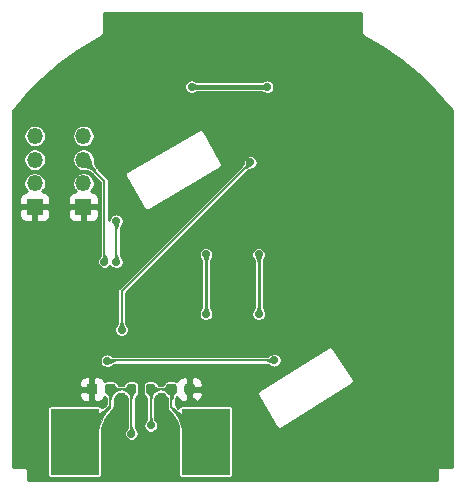
<source format=gbl>
G04 #@! TF.GenerationSoftware,KiCad,Pcbnew,5.1.8*
G04 #@! TF.CreationDate,2021-01-23T15:50:44+08:00*
G04 #@! TF.ProjectId,medicine_timer_pcb,6d656469-6369-46e6-955f-74696d65725f,rev?*
G04 #@! TF.SameCoordinates,Original*
G04 #@! TF.FileFunction,Copper,L2,Bot*
G04 #@! TF.FilePolarity,Positive*
%FSLAX46Y46*%
G04 Gerber Fmt 4.6, Leading zero omitted, Abs format (unit mm)*
G04 Created by KiCad (PCBNEW 5.1.8) date 2021-01-23 15:50:44*
%MOMM*%
%LPD*%
G01*
G04 APERTURE LIST*
G04 #@! TA.AperFunction,ComponentPad*
%ADD10O,1.350000X1.350000*%
G04 #@! TD*
G04 #@! TA.AperFunction,ComponentPad*
%ADD11R,1.350000X1.350000*%
G04 #@! TD*
G04 #@! TA.AperFunction,SMDPad,CuDef*
%ADD12R,4.100000X5.600000*%
G04 #@! TD*
G04 #@! TA.AperFunction,ViaPad*
%ADD13C,0.700000*%
G04 #@! TD*
G04 #@! TA.AperFunction,Conductor*
%ADD14C,0.200000*%
G04 #@! TD*
G04 #@! TA.AperFunction,Conductor*
%ADD15C,0.400000*%
G04 #@! TD*
G04 #@! TA.AperFunction,Conductor*
%ADD16C,0.250000*%
G04 #@! TD*
G04 #@! TA.AperFunction,Conductor*
%ADD17C,0.254000*%
G04 #@! TD*
G04 #@! TA.AperFunction,Conductor*
%ADD18C,0.100000*%
G04 #@! TD*
G04 #@! TA.AperFunction,Conductor*
%ADD19C,0.025400*%
G04 #@! TD*
G04 APERTURE END LIST*
D10*
X83275000Y-87500000D03*
X83275000Y-89500000D03*
X83275000Y-91500000D03*
D11*
X83275000Y-93500000D03*
D10*
X87400000Y-87500000D03*
X87400000Y-89500000D03*
X87400000Y-91500000D03*
D11*
X87400000Y-93500000D03*
D12*
X86650000Y-113375000D03*
X97750000Y-113375000D03*
G04 #@! TA.AperFunction,SMDPad,CuDef*
G36*
G01*
X91850000Y-108650000D02*
X91850000Y-109200000D01*
G75*
G02*
X91650000Y-109400000I-200000J0D01*
G01*
X91250000Y-109400000D01*
G75*
G02*
X91050000Y-109200000I0J200000D01*
G01*
X91050000Y-108650000D01*
G75*
G02*
X91250000Y-108450000I200000J0D01*
G01*
X91650000Y-108450000D01*
G75*
G02*
X91850000Y-108650000I0J-200000D01*
G01*
G37*
G04 #@! TD.AperFunction*
G04 #@! TA.AperFunction,SMDPad,CuDef*
G36*
G01*
X93500000Y-108650000D02*
X93500000Y-109200000D01*
G75*
G02*
X93300000Y-109400000I-200000J0D01*
G01*
X92900000Y-109400000D01*
G75*
G02*
X92700000Y-109200000I0J200000D01*
G01*
X92700000Y-108650000D01*
G75*
G02*
X92900000Y-108450000I200000J0D01*
G01*
X93300000Y-108450000D01*
G75*
G02*
X93500000Y-108650000I0J-200000D01*
G01*
G37*
G04 #@! TD.AperFunction*
G04 #@! TA.AperFunction,SMDPad,CuDef*
G36*
G01*
X95950000Y-109175000D02*
X95950000Y-108675000D01*
G75*
G02*
X96175000Y-108450000I225000J0D01*
G01*
X96625000Y-108450000D01*
G75*
G02*
X96850000Y-108675000I0J-225000D01*
G01*
X96850000Y-109175000D01*
G75*
G02*
X96625000Y-109400000I-225000J0D01*
G01*
X96175000Y-109400000D01*
G75*
G02*
X95950000Y-109175000I0J225000D01*
G01*
G37*
G04 #@! TD.AperFunction*
G04 #@! TA.AperFunction,SMDPad,CuDef*
G36*
G01*
X94400000Y-109175000D02*
X94400000Y-108675000D01*
G75*
G02*
X94625000Y-108450000I225000J0D01*
G01*
X95075000Y-108450000D01*
G75*
G02*
X95300000Y-108675000I0J-225000D01*
G01*
X95300000Y-109175000D01*
G75*
G02*
X95075000Y-109400000I-225000J0D01*
G01*
X94625000Y-109400000D01*
G75*
G02*
X94400000Y-109175000I0J225000D01*
G01*
G37*
G04 #@! TD.AperFunction*
G04 #@! TA.AperFunction,SMDPad,CuDef*
G36*
G01*
X88575000Y-108675000D02*
X88575000Y-109175000D01*
G75*
G02*
X88350000Y-109400000I-225000J0D01*
G01*
X87900000Y-109400000D01*
G75*
G02*
X87675000Y-109175000I0J225000D01*
G01*
X87675000Y-108675000D01*
G75*
G02*
X87900000Y-108450000I225000J0D01*
G01*
X88350000Y-108450000D01*
G75*
G02*
X88575000Y-108675000I0J-225000D01*
G01*
G37*
G04 #@! TD.AperFunction*
G04 #@! TA.AperFunction,SMDPad,CuDef*
G36*
G01*
X90125000Y-108675000D02*
X90125000Y-109175000D01*
G75*
G02*
X89900000Y-109400000I-225000J0D01*
G01*
X89450000Y-109400000D01*
G75*
G02*
X89225000Y-109175000I0J225000D01*
G01*
X89225000Y-108675000D01*
G75*
G02*
X89450000Y-108450000I225000J0D01*
G01*
X89900000Y-108450000D01*
G75*
G02*
X90125000Y-108675000I0J-225000D01*
G01*
G37*
G04 #@! TD.AperFunction*
D13*
X82217857Y-86192500D03*
X82217857Y-95542500D03*
X82217857Y-98942500D03*
X82217857Y-102342500D03*
X82217857Y-109992500D03*
X82217857Y-113392500D03*
X84767857Y-89592500D03*
X85617857Y-82792500D03*
X85617857Y-86192500D03*
X85617857Y-98092500D03*
X85617857Y-109142500D03*
X87317857Y-102342500D03*
X89017857Y-80242500D03*
X89017857Y-83642500D03*
X89017857Y-87892500D03*
X89867857Y-91292500D03*
X89867857Y-113392500D03*
X91567857Y-94692500D03*
X91567857Y-98092500D03*
X91567857Y-102342500D03*
X92417857Y-77692500D03*
X92417857Y-81092500D03*
X92417857Y-85342500D03*
X93267857Y-115942500D03*
X94967857Y-93842500D03*
X94967857Y-100642500D03*
X94967857Y-105742500D03*
X95817857Y-79392500D03*
X95817857Y-86192500D03*
X95817857Y-97242500D03*
X96667857Y-109992500D03*
X98367857Y-91292500D03*
X98367857Y-105742500D03*
X99217857Y-81942500D03*
X99217857Y-85342500D03*
X99217857Y-94692500D03*
X99217857Y-100642500D03*
X100067857Y-109142500D03*
X100917857Y-112542500D03*
X101767857Y-105742500D03*
X102617857Y-85342500D03*
X103467857Y-89592500D03*
X103467857Y-92992500D03*
X103467857Y-96392500D03*
X103467857Y-99792500D03*
X104317857Y-79392500D03*
X104317857Y-114242500D03*
X105167857Y-103192500D03*
X106867857Y-83642500D03*
X106867857Y-87042500D03*
X106867857Y-92142500D03*
X106867857Y-96392500D03*
X106867857Y-99792500D03*
X107717857Y-77692500D03*
X107717857Y-110842500D03*
X107717857Y-114242500D03*
X109417857Y-104042500D03*
X110267857Y-83642500D03*
X110267857Y-92992500D03*
X110267857Y-96392500D03*
X110267857Y-99792500D03*
X111117857Y-80242500D03*
X111117857Y-87892500D03*
X111117857Y-107442500D03*
X111117857Y-110842500D03*
X111117857Y-114242500D03*
X113667857Y-84492500D03*
X113667857Y-95542500D03*
X113667857Y-98942500D03*
X113667857Y-102342500D03*
X114517857Y-110842500D03*
X115367857Y-115942500D03*
X116217857Y-87892500D03*
X116217857Y-91292500D03*
X116217857Y-105742500D03*
X117067857Y-95542500D03*
X117067857Y-99792500D03*
X117917857Y-109142500D03*
X117917857Y-112542500D03*
X91450000Y-112700000D03*
X93100000Y-111999994D03*
X103550000Y-106475000D03*
X89400000Y-106525000D03*
X102950000Y-83325000D03*
X96549998Y-83325000D03*
X101525000Y-89725000D03*
X90625002Y-103900000D03*
X89175000Y-98125000D03*
X90175000Y-98150000D03*
X90175000Y-94675000D03*
X97775000Y-102550000D03*
X97775000Y-97525000D03*
X102250000Y-102550000D03*
X102225000Y-97525000D03*
D14*
X89675000Y-110350000D02*
X89675000Y-108925000D01*
X86650000Y-113375000D02*
X89675000Y-110350000D01*
X89675000Y-108925000D02*
X91450000Y-108925000D01*
X91475000Y-108950000D02*
X91450000Y-108925000D01*
X91450000Y-112700000D02*
X91450000Y-108925000D01*
X94850000Y-110475000D02*
X94850000Y-108925000D01*
X97750000Y-113375000D02*
X94850000Y-110475000D01*
X94850000Y-108925000D02*
X93100000Y-108925000D01*
X93100000Y-108925000D02*
X93100000Y-111999994D01*
X103550000Y-106475000D02*
X89450000Y-106475000D01*
X89450000Y-106475000D02*
X89400000Y-106525000D01*
D15*
X102950000Y-83325000D02*
X96549998Y-83325000D01*
D14*
X90625002Y-100649998D02*
X90625002Y-103900000D01*
X101525000Y-89725000D02*
X101525000Y-89750000D01*
X101525000Y-89750000D02*
X90625002Y-100649998D01*
X89175000Y-91275000D02*
X87400000Y-89500000D01*
X89175000Y-98125000D02*
X89175000Y-91275000D01*
X90175000Y-98150000D02*
X90175000Y-94675000D01*
D16*
X97775000Y-102550000D02*
X97775000Y-97525000D01*
X102250000Y-102550000D02*
X102250000Y-97550000D01*
X102250000Y-97550000D02*
X102225000Y-97525000D01*
D17*
X110900929Y-78784526D02*
X110905364Y-78828889D01*
X110922717Y-78885790D01*
X110950837Y-78938214D01*
X110988644Y-78984143D01*
X111034685Y-79021815D01*
X111056081Y-79033210D01*
X112707464Y-79991232D01*
X114271218Y-81074811D01*
X115743030Y-82280309D01*
X117113414Y-83599954D01*
X118376602Y-85028704D01*
X118597999Y-85305825D01*
X118598001Y-115498000D01*
X117614833Y-115498000D01*
X117600000Y-115496539D01*
X117585167Y-115498000D01*
X117540798Y-115502370D01*
X117483871Y-115519639D01*
X117431406Y-115547681D01*
X117385421Y-115585421D01*
X117347681Y-115631406D01*
X117319639Y-115683871D01*
X117302370Y-115740798D01*
X117296539Y-115800000D01*
X117298001Y-115814843D01*
X117298000Y-116598000D01*
X82702000Y-116598000D01*
X82702000Y-115814832D01*
X82703461Y-115800000D01*
X82697630Y-115740798D01*
X82680361Y-115683871D01*
X82652319Y-115631406D01*
X82614579Y-115585421D01*
X82568594Y-115547681D01*
X82516129Y-115519639D01*
X82459202Y-115502370D01*
X82414833Y-115498000D01*
X82400000Y-115496539D01*
X82385167Y-115498000D01*
X81401982Y-115498000D01*
X81401698Y-110575000D01*
X84321660Y-110575000D01*
X84321660Y-116175000D01*
X84327008Y-116229301D01*
X84342847Y-116281516D01*
X84368569Y-116329637D01*
X84403184Y-116371816D01*
X84445363Y-116406431D01*
X84493484Y-116432153D01*
X84545699Y-116447992D01*
X84600000Y-116453340D01*
X88700000Y-116453340D01*
X88754301Y-116447992D01*
X88806516Y-116432153D01*
X88854637Y-116406431D01*
X88896816Y-116371816D01*
X88931431Y-116329637D01*
X88957153Y-116281516D01*
X88972992Y-116229301D01*
X88978340Y-116175000D01*
X88978340Y-112247065D01*
X89010705Y-112107385D01*
X89035196Y-112021985D01*
X89089895Y-111862739D01*
X89121255Y-111784220D01*
X89197512Y-111617536D01*
X89233684Y-111547200D01*
X89334224Y-111371983D01*
X89373200Y-111310268D01*
X89500574Y-111126328D01*
X89540567Y-111073094D01*
X89696848Y-110881003D01*
X89736538Y-110835567D01*
X89879436Y-110683098D01*
X89894445Y-110663714D01*
X89928488Y-110629671D01*
X89942869Y-110617869D01*
X89989981Y-110560463D01*
X90024988Y-110494970D01*
X90046545Y-110423905D01*
X90052000Y-110368519D01*
X90052000Y-110368510D01*
X90053823Y-110350001D01*
X90052000Y-110331492D01*
X90052000Y-109748371D01*
X90052767Y-109742149D01*
X90052858Y-109738429D01*
X90055251Y-109692156D01*
X90059903Y-109649950D01*
X90092620Y-109640026D01*
X90179641Y-109593512D01*
X90255915Y-109530915D01*
X90318512Y-109454641D01*
X90365026Y-109367620D01*
X90381655Y-109312799D01*
X90394631Y-109310489D01*
X90442156Y-109305251D01*
X90488429Y-109302858D01*
X90492149Y-109302767D01*
X90498700Y-109302000D01*
X90742873Y-109302000D01*
X90742853Y-109302396D01*
X90784243Y-109304503D01*
X90808071Y-109383053D01*
X90852275Y-109465751D01*
X90911763Y-109538237D01*
X90984249Y-109597725D01*
X91066947Y-109641929D01*
X91073001Y-109643765D01*
X91073000Y-112107543D01*
X91072756Y-112107531D01*
X91070939Y-112144059D01*
X91068260Y-112169301D01*
X91064872Y-112189023D01*
X91061371Y-112203074D01*
X91060258Y-112206330D01*
X91050311Y-112212977D01*
X90962977Y-112300311D01*
X90894360Y-112403004D01*
X90847095Y-112517111D01*
X90823000Y-112638246D01*
X90823000Y-112761754D01*
X90847095Y-112882889D01*
X90894360Y-112996996D01*
X90962977Y-113099689D01*
X91050311Y-113187023D01*
X91153004Y-113255640D01*
X91267111Y-113302905D01*
X91388246Y-113327000D01*
X91511754Y-113327000D01*
X91632889Y-113302905D01*
X91746996Y-113255640D01*
X91849689Y-113187023D01*
X91937023Y-113099689D01*
X92005640Y-112996996D01*
X92052905Y-112882889D01*
X92077000Y-112761754D01*
X92077000Y-112638246D01*
X92052905Y-112517111D01*
X92005640Y-112403004D01*
X91937023Y-112300311D01*
X91849689Y-112212977D01*
X91839741Y-112206330D01*
X91838628Y-112203074D01*
X91835127Y-112189023D01*
X91831739Y-112169301D01*
X91829060Y-112144058D01*
X91827243Y-112107531D01*
X91827000Y-112107543D01*
X91827000Y-109643765D01*
X91833053Y-109641929D01*
X91915751Y-109597725D01*
X91988237Y-109538237D01*
X92047725Y-109465751D01*
X92091929Y-109383053D01*
X92119149Y-109293320D01*
X92128340Y-109200000D01*
X92128340Y-108650000D01*
X92421660Y-108650000D01*
X92421660Y-109200000D01*
X92430851Y-109293320D01*
X92458071Y-109383053D01*
X92502275Y-109465751D01*
X92561763Y-109538237D01*
X92634249Y-109597725D01*
X92716947Y-109641929D01*
X92723000Y-109643765D01*
X92723001Y-111407537D01*
X92722756Y-111407525D01*
X92720939Y-111444053D01*
X92718260Y-111469295D01*
X92714872Y-111489017D01*
X92711371Y-111503068D01*
X92710258Y-111506324D01*
X92700311Y-111512971D01*
X92612977Y-111600305D01*
X92544360Y-111702998D01*
X92497095Y-111817105D01*
X92473000Y-111938240D01*
X92473000Y-112061748D01*
X92497095Y-112182883D01*
X92544360Y-112296990D01*
X92612977Y-112399683D01*
X92700311Y-112487017D01*
X92803004Y-112555634D01*
X92917111Y-112602899D01*
X93038246Y-112626994D01*
X93161754Y-112626994D01*
X93282889Y-112602899D01*
X93396996Y-112555634D01*
X93499689Y-112487017D01*
X93587023Y-112399683D01*
X93655640Y-112296990D01*
X93702905Y-112182883D01*
X93727000Y-112061748D01*
X93727000Y-111938240D01*
X93702905Y-111817105D01*
X93655640Y-111702998D01*
X93587023Y-111600305D01*
X93499689Y-111512971D01*
X93489741Y-111506324D01*
X93488628Y-111503068D01*
X93485127Y-111489017D01*
X93481739Y-111469295D01*
X93479060Y-111444052D01*
X93477243Y-111407525D01*
X93477000Y-111407537D01*
X93477000Y-109643765D01*
X93483053Y-109641929D01*
X93565751Y-109597725D01*
X93638237Y-109538237D01*
X93697725Y-109465751D01*
X93741929Y-109383053D01*
X93765757Y-109304502D01*
X93807146Y-109302396D01*
X93807127Y-109302019D01*
X93807290Y-109302000D01*
X94026628Y-109302000D01*
X94032850Y-109302767D01*
X94036571Y-109302858D01*
X94082843Y-109305251D01*
X94130368Y-109310489D01*
X94143345Y-109312799D01*
X94159974Y-109367620D01*
X94206488Y-109454641D01*
X94269085Y-109530915D01*
X94345359Y-109593512D01*
X94432380Y-109640026D01*
X94465096Y-109649950D01*
X94469747Y-109692147D01*
X94472142Y-109738456D01*
X94472234Y-109742179D01*
X94473000Y-109748723D01*
X94473000Y-110456488D01*
X94471177Y-110475000D01*
X94473000Y-110493512D01*
X94473000Y-110493518D01*
X94475677Y-110520699D01*
X94478455Y-110548905D01*
X94494934Y-110603229D01*
X94500012Y-110619969D01*
X94535019Y-110685462D01*
X94582131Y-110742869D01*
X94596519Y-110754677D01*
X94629207Y-110787365D01*
X94644659Y-110807633D01*
X94761544Y-110933213D01*
X94804693Y-110983297D01*
X94935826Y-111147873D01*
X94978229Y-111205902D01*
X95084555Y-111364939D01*
X95124605Y-111431089D01*
X95208466Y-111584771D01*
X95244284Y-111658567D01*
X95308218Y-111808006D01*
X95337921Y-111888237D01*
X95384258Y-112035482D01*
X95406266Y-112120242D01*
X95421660Y-112194962D01*
X95421660Y-116175000D01*
X95427008Y-116229301D01*
X95442847Y-116281516D01*
X95468569Y-116329637D01*
X95503184Y-116371816D01*
X95545363Y-116406431D01*
X95593484Y-116432153D01*
X95645699Y-116447992D01*
X95700000Y-116453340D01*
X99800000Y-116453340D01*
X99854301Y-116447992D01*
X99906516Y-116432153D01*
X99954637Y-116406431D01*
X99996816Y-116371816D01*
X100031431Y-116329637D01*
X100057153Y-116281516D01*
X100072992Y-116229301D01*
X100078340Y-116175000D01*
X100078340Y-110575000D01*
X100072992Y-110520699D01*
X100057153Y-110468484D01*
X100031431Y-110420363D01*
X99996816Y-110378184D01*
X99954637Y-110343569D01*
X99906516Y-110317847D01*
X99854301Y-110302008D01*
X99800000Y-110296660D01*
X95700000Y-110296660D01*
X95645699Y-110302008D01*
X95593484Y-110317847D01*
X95545363Y-110343569D01*
X95503184Y-110378184D01*
X95468569Y-110420363D01*
X95442847Y-110468484D01*
X95435866Y-110491499D01*
X95358297Y-110429693D01*
X95308213Y-110386544D01*
X95227000Y-110310954D01*
X95227000Y-109748371D01*
X95227767Y-109742149D01*
X95227858Y-109738429D01*
X95230251Y-109692156D01*
X95234903Y-109649950D01*
X95267620Y-109640026D01*
X95346455Y-109597887D01*
X95360498Y-109644180D01*
X95419463Y-109754494D01*
X95498815Y-109851185D01*
X95595506Y-109930537D01*
X95705820Y-109989502D01*
X95825518Y-110025812D01*
X95950000Y-110038072D01*
X96114250Y-110035000D01*
X96273000Y-109876250D01*
X96273000Y-109052000D01*
X96527000Y-109052000D01*
X96527000Y-109876250D01*
X96685750Y-110035000D01*
X96850000Y-110038072D01*
X96974482Y-110025812D01*
X97094180Y-109989502D01*
X97204494Y-109930537D01*
X97301185Y-109851185D01*
X97380537Y-109754494D01*
X97439502Y-109644180D01*
X97475812Y-109524482D01*
X97488072Y-109400000D01*
X97486307Y-109291224D01*
X102096666Y-109291224D01*
X102098462Y-109317107D01*
X102099605Y-109343023D01*
X102100518Y-109346746D01*
X102100783Y-109350569D01*
X102107594Y-109375607D01*
X102113771Y-109400801D01*
X102115392Y-109404272D01*
X102116398Y-109407972D01*
X102127969Y-109431214D01*
X102132631Y-109441199D01*
X102134568Y-109444468D01*
X102142911Y-109461225D01*
X102149700Y-109470003D01*
X103734925Y-112145073D01*
X103743631Y-112162367D01*
X103759156Y-112182258D01*
X103774132Y-112202663D01*
X103777462Y-112205711D01*
X103780233Y-112209262D01*
X103799352Y-112225752D01*
X103818010Y-112242833D01*
X103821870Y-112245173D01*
X103825281Y-112248115D01*
X103847256Y-112260562D01*
X103868881Y-112273672D01*
X103873119Y-112275212D01*
X103877043Y-112277435D01*
X103901043Y-112285361D01*
X103924792Y-112293993D01*
X103929250Y-112294677D01*
X103933531Y-112296091D01*
X103958605Y-112299182D01*
X103983592Y-112303017D01*
X103988097Y-112302818D01*
X103992573Y-112303370D01*
X104017776Y-112301509D01*
X104043023Y-112300395D01*
X104047404Y-112299321D01*
X104051899Y-112298989D01*
X104076254Y-112292247D01*
X104100801Y-112286229D01*
X104104886Y-112284322D01*
X104109232Y-112283119D01*
X104131805Y-112271755D01*
X104154705Y-112261064D01*
X104170334Y-112249594D01*
X110150922Y-108461890D01*
X110166068Y-108453987D01*
X110187499Y-108436754D01*
X110209262Y-108419768D01*
X110210706Y-108418093D01*
X110212428Y-108416709D01*
X110230105Y-108395601D01*
X110248115Y-108374720D01*
X110249206Y-108372794D01*
X110250623Y-108371102D01*
X110263846Y-108346946D01*
X110277434Y-108322958D01*
X110278127Y-108320860D01*
X110279189Y-108318920D01*
X110287451Y-108292630D01*
X110296091Y-108266470D01*
X110296362Y-108264275D01*
X110297024Y-108262167D01*
X110299998Y-108234780D01*
X110303370Y-108207428D01*
X110303207Y-108205224D01*
X110303446Y-108203026D01*
X110301016Y-108175556D01*
X110298989Y-108148101D01*
X110298400Y-108145973D01*
X110298205Y-108143769D01*
X110290462Y-108117296D01*
X110283119Y-108090768D01*
X110282126Y-108088796D01*
X110281505Y-108086672D01*
X110268737Y-108062201D01*
X110256369Y-108037633D01*
X110245854Y-108024161D01*
X108562453Y-105449548D01*
X108557089Y-105438775D01*
X108546219Y-105424720D01*
X108544647Y-105422316D01*
X108537120Y-105412956D01*
X108520695Y-105391718D01*
X108518522Y-105389827D01*
X108516709Y-105387572D01*
X108496084Y-105370299D01*
X108475821Y-105352664D01*
X108473313Y-105351229D01*
X108471102Y-105349377D01*
X108447539Y-105336478D01*
X108424190Y-105323115D01*
X108421453Y-105322197D01*
X108418920Y-105320811D01*
X108393257Y-105312746D01*
X108367785Y-105304208D01*
X108364924Y-105303842D01*
X108362167Y-105302976D01*
X108335430Y-105300073D01*
X108308776Y-105296666D01*
X108305897Y-105296866D01*
X108303026Y-105296554D01*
X108276241Y-105298923D01*
X108249430Y-105300783D01*
X108246644Y-105301541D01*
X108243770Y-105301795D01*
X108217981Y-105309338D01*
X108192027Y-105316398D01*
X108189441Y-105317685D01*
X108186673Y-105318495D01*
X108162885Y-105330907D01*
X108152116Y-105336268D01*
X108149673Y-105337800D01*
X108133932Y-105346013D01*
X108124561Y-105353548D01*
X102255350Y-109034242D01*
X102245295Y-109038936D01*
X102230206Y-109050010D01*
X102226985Y-109052030D01*
X102218271Y-109058769D01*
X102197337Y-109074133D01*
X102194746Y-109076963D01*
X102191718Y-109079305D01*
X102174692Y-109098869D01*
X102157167Y-109118011D01*
X102155181Y-109121287D01*
X102152664Y-109124179D01*
X102139772Y-109146705D01*
X102126328Y-109168882D01*
X102125019Y-109172482D01*
X102123115Y-109175810D01*
X102114869Y-109200410D01*
X102106007Y-109224793D01*
X102105425Y-109228584D01*
X102104208Y-109232215D01*
X102100921Y-109257936D01*
X102096983Y-109283593D01*
X102097152Y-109287422D01*
X102096666Y-109291224D01*
X97486307Y-109291224D01*
X97485000Y-109210750D01*
X97326250Y-109052000D01*
X96527000Y-109052000D01*
X96273000Y-109052000D01*
X96253000Y-109052000D01*
X96253000Y-108798000D01*
X96273000Y-108798000D01*
X96273000Y-107973750D01*
X96527000Y-107973750D01*
X96527000Y-108798000D01*
X97326250Y-108798000D01*
X97485000Y-108639250D01*
X97488072Y-108450000D01*
X97475812Y-108325518D01*
X97439502Y-108205820D01*
X97380537Y-108095506D01*
X97301185Y-107998815D01*
X97204494Y-107919463D01*
X97094180Y-107860498D01*
X96974482Y-107824188D01*
X96850000Y-107811928D01*
X96685750Y-107815000D01*
X96527000Y-107973750D01*
X96273000Y-107973750D01*
X96114250Y-107815000D01*
X95950000Y-107811928D01*
X95825518Y-107824188D01*
X95705820Y-107860498D01*
X95595506Y-107919463D01*
X95498815Y-107998815D01*
X95419463Y-108095506D01*
X95360498Y-108205820D01*
X95346455Y-108252113D01*
X95267620Y-108209974D01*
X95173197Y-108181332D01*
X95075000Y-108171660D01*
X94625000Y-108171660D01*
X94526803Y-108181332D01*
X94432380Y-108209974D01*
X94345359Y-108256488D01*
X94269085Y-108319085D01*
X94206488Y-108395359D01*
X94159974Y-108482380D01*
X94143345Y-108537200D01*
X94130367Y-108539510D01*
X94082852Y-108544747D01*
X94036543Y-108547142D01*
X94032820Y-108547234D01*
X94026280Y-108548000D01*
X93807128Y-108548000D01*
X93807148Y-108547605D01*
X93765757Y-108545496D01*
X93741929Y-108466947D01*
X93697725Y-108384249D01*
X93638237Y-108311763D01*
X93565751Y-108252275D01*
X93483053Y-108208071D01*
X93393320Y-108180851D01*
X93300000Y-108171660D01*
X92900000Y-108171660D01*
X92806680Y-108180851D01*
X92716947Y-108208071D01*
X92634249Y-108252275D01*
X92561763Y-108311763D01*
X92502275Y-108384249D01*
X92458071Y-108466947D01*
X92430851Y-108556680D01*
X92421660Y-108650000D01*
X92128340Y-108650000D01*
X92119149Y-108556680D01*
X92091929Y-108466947D01*
X92047725Y-108384249D01*
X91988237Y-108311763D01*
X91915751Y-108252275D01*
X91833053Y-108208071D01*
X91743320Y-108180851D01*
X91650000Y-108171660D01*
X91250000Y-108171660D01*
X91156680Y-108180851D01*
X91066947Y-108208071D01*
X90984249Y-108252275D01*
X90911763Y-108311763D01*
X90852275Y-108384249D01*
X90808071Y-108466947D01*
X90784243Y-108545496D01*
X90742851Y-108547605D01*
X90742870Y-108547984D01*
X90742733Y-108548000D01*
X90498389Y-108548000D01*
X90492179Y-108547234D01*
X90488456Y-108547142D01*
X90442147Y-108544747D01*
X90394631Y-108539510D01*
X90381655Y-108537200D01*
X90365026Y-108482380D01*
X90318512Y-108395359D01*
X90255915Y-108319085D01*
X90179641Y-108256488D01*
X90092620Y-108209974D01*
X89998197Y-108181332D01*
X89900000Y-108171660D01*
X89450000Y-108171660D01*
X89351803Y-108181332D01*
X89257380Y-108209974D01*
X89178545Y-108252113D01*
X89164502Y-108205820D01*
X89105537Y-108095506D01*
X89026185Y-107998815D01*
X88929494Y-107919463D01*
X88819180Y-107860498D01*
X88699482Y-107824188D01*
X88575000Y-107811928D01*
X88410750Y-107815000D01*
X88252000Y-107973750D01*
X88252000Y-108798000D01*
X88272000Y-108798000D01*
X88272000Y-109052000D01*
X88252000Y-109052000D01*
X88252000Y-109876250D01*
X88410750Y-110035000D01*
X88575000Y-110038072D01*
X88699482Y-110025812D01*
X88819180Y-109989502D01*
X88929494Y-109930537D01*
X89026185Y-109851185D01*
X89105537Y-109754494D01*
X89164502Y-109644180D01*
X89178545Y-109597887D01*
X89257380Y-109640026D01*
X89290096Y-109649950D01*
X89294747Y-109692147D01*
X89297142Y-109738456D01*
X89297234Y-109742179D01*
X89298000Y-109748723D01*
X89298000Y-110186711D01*
X89189452Y-110288444D01*
X89143991Y-110328153D01*
X88959994Y-110477850D01*
X88957153Y-110468484D01*
X88931431Y-110420363D01*
X88896816Y-110378184D01*
X88854637Y-110343569D01*
X88806516Y-110317847D01*
X88754301Y-110302008D01*
X88700000Y-110296660D01*
X84600000Y-110296660D01*
X84545699Y-110302008D01*
X84493484Y-110317847D01*
X84445363Y-110343569D01*
X84403184Y-110378184D01*
X84368569Y-110420363D01*
X84342847Y-110468484D01*
X84327008Y-110520699D01*
X84321660Y-110575000D01*
X81401698Y-110575000D01*
X81401631Y-109400000D01*
X87036928Y-109400000D01*
X87049188Y-109524482D01*
X87085498Y-109644180D01*
X87144463Y-109754494D01*
X87223815Y-109851185D01*
X87320506Y-109930537D01*
X87430820Y-109989502D01*
X87550518Y-110025812D01*
X87675000Y-110038072D01*
X87839250Y-110035000D01*
X87998000Y-109876250D01*
X87998000Y-109052000D01*
X87198750Y-109052000D01*
X87040000Y-109210750D01*
X87036928Y-109400000D01*
X81401631Y-109400000D01*
X81401577Y-108450000D01*
X87036928Y-108450000D01*
X87040000Y-108639250D01*
X87198750Y-108798000D01*
X87998000Y-108798000D01*
X87998000Y-107973750D01*
X87839250Y-107815000D01*
X87675000Y-107811928D01*
X87550518Y-107824188D01*
X87430820Y-107860498D01*
X87320506Y-107919463D01*
X87223815Y-107998815D01*
X87144463Y-108095506D01*
X87085498Y-108205820D01*
X87049188Y-108325518D01*
X87036928Y-108450000D01*
X81401577Y-108450000D01*
X81401462Y-106463246D01*
X88773000Y-106463246D01*
X88773000Y-106586754D01*
X88797095Y-106707889D01*
X88844360Y-106821996D01*
X88912977Y-106924689D01*
X89000311Y-107012023D01*
X89103004Y-107080640D01*
X89217111Y-107127905D01*
X89338246Y-107152000D01*
X89461754Y-107152000D01*
X89582889Y-107127905D01*
X89696996Y-107080640D01*
X89799689Y-107012023D01*
X89887023Y-106924689D01*
X89897874Y-106908449D01*
X89901737Y-106905989D01*
X89915031Y-106899070D01*
X89934953Y-106890504D01*
X89961308Y-106881076D01*
X89995421Y-106870889D01*
X90030343Y-106862177D01*
X90038391Y-106860349D01*
X90069337Y-106853915D01*
X90076901Y-106852486D01*
X90078903Y-106852000D01*
X102957543Y-106852000D01*
X102957531Y-106852243D01*
X102994058Y-106854060D01*
X103019301Y-106856739D01*
X103039023Y-106860127D01*
X103053074Y-106863628D01*
X103056329Y-106864740D01*
X103062977Y-106874689D01*
X103150311Y-106962023D01*
X103253004Y-107030640D01*
X103367111Y-107077905D01*
X103488246Y-107102000D01*
X103611754Y-107102000D01*
X103732889Y-107077905D01*
X103846996Y-107030640D01*
X103949689Y-106962023D01*
X104037023Y-106874689D01*
X104105640Y-106771996D01*
X104152905Y-106657889D01*
X104177000Y-106536754D01*
X104177000Y-106413246D01*
X104152905Y-106292111D01*
X104105640Y-106178004D01*
X104037023Y-106075311D01*
X103949689Y-105987977D01*
X103846996Y-105919360D01*
X103732889Y-105872095D01*
X103611754Y-105848000D01*
X103488246Y-105848000D01*
X103367111Y-105872095D01*
X103253004Y-105919360D01*
X103150311Y-105987977D01*
X103062977Y-106075311D01*
X103056330Y-106085258D01*
X103053074Y-106086371D01*
X103039023Y-106089872D01*
X103019301Y-106093260D01*
X102994059Y-106095939D01*
X102957531Y-106097756D01*
X102957543Y-106098000D01*
X89859712Y-106098000D01*
X89799689Y-106037977D01*
X89696996Y-105969360D01*
X89582889Y-105922095D01*
X89461754Y-105898000D01*
X89338246Y-105898000D01*
X89217111Y-105922095D01*
X89103004Y-105969360D01*
X89000311Y-106037977D01*
X88912977Y-106125311D01*
X88844360Y-106228004D01*
X88797095Y-106342111D01*
X88773000Y-106463246D01*
X81401462Y-106463246D01*
X81401310Y-103838246D01*
X89998002Y-103838246D01*
X89998002Y-103961754D01*
X90022097Y-104082889D01*
X90069362Y-104196996D01*
X90137979Y-104299689D01*
X90225313Y-104387023D01*
X90328006Y-104455640D01*
X90442113Y-104502905D01*
X90563248Y-104527000D01*
X90686756Y-104527000D01*
X90807891Y-104502905D01*
X90921998Y-104455640D01*
X91024691Y-104387023D01*
X91112025Y-104299689D01*
X91180642Y-104196996D01*
X91227907Y-104082889D01*
X91252002Y-103961754D01*
X91252002Y-103838246D01*
X91227907Y-103717111D01*
X91180642Y-103603004D01*
X91112025Y-103500311D01*
X91024691Y-103412977D01*
X91014743Y-103406330D01*
X91013630Y-103403074D01*
X91010129Y-103389023D01*
X91006741Y-103369301D01*
X91004062Y-103344058D01*
X91002245Y-103307531D01*
X91002002Y-103307543D01*
X91002002Y-100806156D01*
X94344912Y-97463246D01*
X97148000Y-97463246D01*
X97148000Y-97586754D01*
X97172095Y-97707889D01*
X97219360Y-97821996D01*
X97287977Y-97924689D01*
X97368415Y-98005127D01*
X97369619Y-98012564D01*
X97371483Y-98031267D01*
X97372846Y-98060506D01*
X97373001Y-98060499D01*
X97373000Y-102014500D01*
X97372846Y-102014493D01*
X97371483Y-102043732D01*
X97369619Y-102062435D01*
X97368415Y-102069873D01*
X97287977Y-102150311D01*
X97219360Y-102253004D01*
X97172095Y-102367111D01*
X97148000Y-102488246D01*
X97148000Y-102611754D01*
X97172095Y-102732889D01*
X97219360Y-102846996D01*
X97287977Y-102949689D01*
X97375311Y-103037023D01*
X97478004Y-103105640D01*
X97592111Y-103152905D01*
X97713246Y-103177000D01*
X97836754Y-103177000D01*
X97957889Y-103152905D01*
X98071996Y-103105640D01*
X98174689Y-103037023D01*
X98262023Y-102949689D01*
X98330640Y-102846996D01*
X98377905Y-102732889D01*
X98402000Y-102611754D01*
X98402000Y-102488246D01*
X98377905Y-102367111D01*
X98330640Y-102253004D01*
X98262023Y-102150311D01*
X98181584Y-102069872D01*
X98180380Y-102062435D01*
X98178516Y-102043732D01*
X98177153Y-102014493D01*
X98177000Y-102014500D01*
X98177000Y-98060491D01*
X98177154Y-98060498D01*
X98178515Y-98031271D01*
X98180380Y-98012564D01*
X98181584Y-98005128D01*
X98262023Y-97924689D01*
X98330640Y-97821996D01*
X98377905Y-97707889D01*
X98402000Y-97586754D01*
X98402000Y-97463246D01*
X101598000Y-97463246D01*
X101598000Y-97586754D01*
X101622095Y-97707889D01*
X101669360Y-97821996D01*
X101737977Y-97924689D01*
X101825311Y-98012023D01*
X101827964Y-98013795D01*
X101827985Y-98013851D01*
X101832697Y-98029184D01*
X101837788Y-98049953D01*
X101842851Y-98076151D01*
X101847975Y-98110426D01*
X101848001Y-98110422D01*
X101848000Y-102014500D01*
X101847846Y-102014493D01*
X101846483Y-102043732D01*
X101844619Y-102062435D01*
X101843415Y-102069873D01*
X101762977Y-102150311D01*
X101694360Y-102253004D01*
X101647095Y-102367111D01*
X101623000Y-102488246D01*
X101623000Y-102611754D01*
X101647095Y-102732889D01*
X101694360Y-102846996D01*
X101762977Y-102949689D01*
X101850311Y-103037023D01*
X101953004Y-103105640D01*
X102067111Y-103152905D01*
X102188246Y-103177000D01*
X102311754Y-103177000D01*
X102432889Y-103152905D01*
X102546996Y-103105640D01*
X102649689Y-103037023D01*
X102737023Y-102949689D01*
X102805640Y-102846996D01*
X102852905Y-102732889D01*
X102877000Y-102611754D01*
X102877000Y-102488246D01*
X102852905Y-102367111D01*
X102805640Y-102253004D01*
X102737023Y-102150311D01*
X102656584Y-102069872D01*
X102655380Y-102062435D01*
X102653516Y-102043732D01*
X102652153Y-102014493D01*
X102652000Y-102014500D01*
X102652000Y-97984712D01*
X102712023Y-97924689D01*
X102780640Y-97821996D01*
X102827905Y-97707889D01*
X102852000Y-97586754D01*
X102852000Y-97463246D01*
X102827905Y-97342111D01*
X102780640Y-97228004D01*
X102712023Y-97125311D01*
X102624689Y-97037977D01*
X102521996Y-96969360D01*
X102407889Y-96922095D01*
X102286754Y-96898000D01*
X102163246Y-96898000D01*
X102042111Y-96922095D01*
X101928004Y-96969360D01*
X101825311Y-97037977D01*
X101737977Y-97125311D01*
X101669360Y-97228004D01*
X101622095Y-97342111D01*
X101598000Y-97463246D01*
X98402000Y-97463246D01*
X98377905Y-97342111D01*
X98330640Y-97228004D01*
X98262023Y-97125311D01*
X98174689Y-97037977D01*
X98071996Y-96969360D01*
X97957889Y-96922095D01*
X97836754Y-96898000D01*
X97713246Y-96898000D01*
X97592111Y-96922095D01*
X97478004Y-96969360D01*
X97375311Y-97037977D01*
X97287977Y-97125311D01*
X97219360Y-97228004D01*
X97172095Y-97342111D01*
X97148000Y-97463246D01*
X94344912Y-97463246D01*
X101442417Y-90365742D01*
X101451515Y-90358322D01*
X101461184Y-90351590D01*
X101463246Y-90352000D01*
X101586754Y-90352000D01*
X101707889Y-90327905D01*
X101821996Y-90280640D01*
X101924689Y-90212023D01*
X102012023Y-90124689D01*
X102080640Y-90021996D01*
X102127905Y-89907889D01*
X102152000Y-89786754D01*
X102152000Y-89663246D01*
X102127905Y-89542111D01*
X102080640Y-89428004D01*
X102012023Y-89325311D01*
X101924689Y-89237977D01*
X101821996Y-89169360D01*
X101707889Y-89122095D01*
X101586754Y-89098000D01*
X101463246Y-89098000D01*
X101342111Y-89122095D01*
X101228004Y-89169360D01*
X101125311Y-89237977D01*
X101037977Y-89325311D01*
X100969360Y-89428004D01*
X100922095Y-89542111D01*
X100898000Y-89663246D01*
X100898000Y-89786754D01*
X100901096Y-89802319D01*
X100900080Y-89805209D01*
X100894415Y-89817697D01*
X100885025Y-89834814D01*
X100871496Y-89856043D01*
X100853517Y-89881007D01*
X100828460Y-89912412D01*
X100828654Y-89912567D01*
X100827101Y-89914740D01*
X90371521Y-100370321D01*
X90357133Y-100382129D01*
X90310021Y-100439536D01*
X90275014Y-100505029D01*
X90253457Y-100576094D01*
X90248002Y-100631480D01*
X90248002Y-100631486D01*
X90246179Y-100649998D01*
X90248002Y-100668510D01*
X90248003Y-103307543D01*
X90247758Y-103307531D01*
X90245941Y-103344059D01*
X90243262Y-103369301D01*
X90239874Y-103389023D01*
X90236373Y-103403074D01*
X90235260Y-103406330D01*
X90225313Y-103412977D01*
X90137979Y-103500311D01*
X90069362Y-103603004D01*
X90022097Y-103717111D01*
X89998002Y-103838246D01*
X81401310Y-103838246D01*
X81400750Y-94175000D01*
X81961928Y-94175000D01*
X81974188Y-94299482D01*
X82010498Y-94419180D01*
X82069463Y-94529494D01*
X82148815Y-94626185D01*
X82245506Y-94705537D01*
X82355820Y-94764502D01*
X82475518Y-94800812D01*
X82600000Y-94813072D01*
X82989250Y-94810000D01*
X83148000Y-94651250D01*
X83148000Y-93627000D01*
X83402000Y-93627000D01*
X83402000Y-94651250D01*
X83560750Y-94810000D01*
X83950000Y-94813072D01*
X84074482Y-94800812D01*
X84194180Y-94764502D01*
X84304494Y-94705537D01*
X84401185Y-94626185D01*
X84480537Y-94529494D01*
X84539502Y-94419180D01*
X84575812Y-94299482D01*
X84588072Y-94175000D01*
X86086928Y-94175000D01*
X86099188Y-94299482D01*
X86135498Y-94419180D01*
X86194463Y-94529494D01*
X86273815Y-94626185D01*
X86370506Y-94705537D01*
X86480820Y-94764502D01*
X86600518Y-94800812D01*
X86725000Y-94813072D01*
X87114250Y-94810000D01*
X87273000Y-94651250D01*
X87273000Y-93627000D01*
X87527000Y-93627000D01*
X87527000Y-94651250D01*
X87685750Y-94810000D01*
X88075000Y-94813072D01*
X88199482Y-94800812D01*
X88319180Y-94764502D01*
X88429494Y-94705537D01*
X88526185Y-94626185D01*
X88605537Y-94529494D01*
X88664502Y-94419180D01*
X88700812Y-94299482D01*
X88713072Y-94175000D01*
X88710000Y-93785750D01*
X88551250Y-93627000D01*
X87527000Y-93627000D01*
X87273000Y-93627000D01*
X86248750Y-93627000D01*
X86090000Y-93785750D01*
X86086928Y-94175000D01*
X84588072Y-94175000D01*
X84585000Y-93785750D01*
X84426250Y-93627000D01*
X83402000Y-93627000D01*
X83148000Y-93627000D01*
X82123750Y-93627000D01*
X81965000Y-93785750D01*
X81961928Y-94175000D01*
X81400750Y-94175000D01*
X81400672Y-92825000D01*
X81961928Y-92825000D01*
X81965000Y-93214250D01*
X82123750Y-93373000D01*
X83148000Y-93373000D01*
X83148000Y-93353000D01*
X83402000Y-93353000D01*
X83402000Y-93373000D01*
X84426250Y-93373000D01*
X84585000Y-93214250D01*
X84588072Y-92825000D01*
X86086928Y-92825000D01*
X86090000Y-93214250D01*
X86248750Y-93373000D01*
X87273000Y-93373000D01*
X87273000Y-93353000D01*
X87527000Y-93353000D01*
X87527000Y-93373000D01*
X88551250Y-93373000D01*
X88710000Y-93214250D01*
X88713072Y-92825000D01*
X88700812Y-92700518D01*
X88664502Y-92580820D01*
X88605537Y-92470506D01*
X88526185Y-92373815D01*
X88429494Y-92294463D01*
X88319180Y-92235498D01*
X88199482Y-92199188D01*
X88075000Y-92186928D01*
X88059278Y-92187052D01*
X88139466Y-92106864D01*
X88243651Y-91950941D01*
X88315415Y-91777688D01*
X88352000Y-91593764D01*
X88352000Y-91406236D01*
X88315415Y-91222312D01*
X88243651Y-91049059D01*
X88139466Y-90893136D01*
X88006864Y-90760534D01*
X87850941Y-90656349D01*
X87677688Y-90584585D01*
X87493764Y-90548000D01*
X87306236Y-90548000D01*
X87122312Y-90584585D01*
X86949059Y-90656349D01*
X86793136Y-90760534D01*
X86660534Y-90893136D01*
X86556349Y-91049059D01*
X86484585Y-91222312D01*
X86448000Y-91406236D01*
X86448000Y-91593764D01*
X86484585Y-91777688D01*
X86556349Y-91950941D01*
X86660534Y-92106864D01*
X86740722Y-92187052D01*
X86725000Y-92186928D01*
X86600518Y-92199188D01*
X86480820Y-92235498D01*
X86370506Y-92294463D01*
X86273815Y-92373815D01*
X86194463Y-92470506D01*
X86135498Y-92580820D01*
X86099188Y-92700518D01*
X86086928Y-92825000D01*
X84588072Y-92825000D01*
X84575812Y-92700518D01*
X84539502Y-92580820D01*
X84480537Y-92470506D01*
X84401185Y-92373815D01*
X84304494Y-92294463D01*
X84194180Y-92235498D01*
X84074482Y-92199188D01*
X83950000Y-92186928D01*
X83934278Y-92187052D01*
X84014466Y-92106864D01*
X84118651Y-91950941D01*
X84190415Y-91777688D01*
X84227000Y-91593764D01*
X84227000Y-91406236D01*
X84190415Y-91222312D01*
X84118651Y-91049059D01*
X84014466Y-90893136D01*
X83881864Y-90760534D01*
X83725941Y-90656349D01*
X83552688Y-90584585D01*
X83368764Y-90548000D01*
X83181236Y-90548000D01*
X82997312Y-90584585D01*
X82824059Y-90656349D01*
X82668136Y-90760534D01*
X82535534Y-90893136D01*
X82431349Y-91049059D01*
X82359585Y-91222312D01*
X82323000Y-91406236D01*
X82323000Y-91593764D01*
X82359585Y-91777688D01*
X82431349Y-91950941D01*
X82535534Y-92106864D01*
X82615722Y-92187052D01*
X82600000Y-92186928D01*
X82475518Y-92199188D01*
X82355820Y-92235498D01*
X82245506Y-92294463D01*
X82148815Y-92373815D01*
X82069463Y-92470506D01*
X82010498Y-92580820D01*
X81974188Y-92700518D01*
X81961928Y-92825000D01*
X81400672Y-92825000D01*
X81400475Y-89406236D01*
X82323000Y-89406236D01*
X82323000Y-89593764D01*
X82359585Y-89777688D01*
X82431349Y-89950941D01*
X82535534Y-90106864D01*
X82668136Y-90239466D01*
X82824059Y-90343651D01*
X82997312Y-90415415D01*
X83181236Y-90452000D01*
X83368764Y-90452000D01*
X83552688Y-90415415D01*
X83725941Y-90343651D01*
X83881864Y-90239466D01*
X84014466Y-90106864D01*
X84118651Y-89950941D01*
X84190415Y-89777688D01*
X84227000Y-89593764D01*
X84227000Y-89406236D01*
X86448000Y-89406236D01*
X86448000Y-89593764D01*
X86484585Y-89777688D01*
X86556349Y-89950941D01*
X86660534Y-90106864D01*
X86793136Y-90239466D01*
X86949059Y-90343651D01*
X87122312Y-90415415D01*
X87306236Y-90452000D01*
X87493764Y-90452000D01*
X87543121Y-90442182D01*
X87596051Y-90441505D01*
X87640019Y-90446484D01*
X87688164Y-90457821D01*
X87741150Y-90476585D01*
X87801406Y-90504866D01*
X87860792Y-90539387D01*
X87869739Y-90545093D01*
X87921173Y-90580585D01*
X87943523Y-90597235D01*
X87986453Y-90631396D01*
X88020294Y-90660132D01*
X88056136Y-90692336D01*
X88076549Y-90711737D01*
X88085949Y-90719107D01*
X88798001Y-91431160D01*
X88798000Y-97532543D01*
X88797756Y-97532531D01*
X88795939Y-97569059D01*
X88793260Y-97594301D01*
X88789872Y-97614023D01*
X88786371Y-97628074D01*
X88785258Y-97631330D01*
X88775311Y-97637977D01*
X88687977Y-97725311D01*
X88619360Y-97828004D01*
X88572095Y-97942111D01*
X88548000Y-98063246D01*
X88548000Y-98186754D01*
X88572095Y-98307889D01*
X88619360Y-98421996D01*
X88687977Y-98524689D01*
X88775311Y-98612023D01*
X88878004Y-98680640D01*
X88992111Y-98727905D01*
X89113246Y-98752000D01*
X89236754Y-98752000D01*
X89357889Y-98727905D01*
X89471996Y-98680640D01*
X89574689Y-98612023D01*
X89662023Y-98524689D01*
X89666648Y-98517767D01*
X89687977Y-98549689D01*
X89775311Y-98637023D01*
X89878004Y-98705640D01*
X89992111Y-98752905D01*
X90113246Y-98777000D01*
X90236754Y-98777000D01*
X90357889Y-98752905D01*
X90471996Y-98705640D01*
X90574689Y-98637023D01*
X90662023Y-98549689D01*
X90730640Y-98446996D01*
X90777905Y-98332889D01*
X90802000Y-98211754D01*
X90802000Y-98088246D01*
X90777905Y-97967111D01*
X90730640Y-97853004D01*
X90662023Y-97750311D01*
X90574689Y-97662977D01*
X90564741Y-97656330D01*
X90563628Y-97653074D01*
X90560127Y-97639023D01*
X90556739Y-97619301D01*
X90554060Y-97594058D01*
X90552243Y-97557531D01*
X90552000Y-97557543D01*
X90552000Y-95267456D01*
X90552243Y-95267468D01*
X90554060Y-95230941D01*
X90556739Y-95205697D01*
X90560126Y-95185983D01*
X90563630Y-95171919D01*
X90564740Y-95168671D01*
X90574689Y-95162023D01*
X90662023Y-95074689D01*
X90730640Y-94971996D01*
X90777905Y-94857889D01*
X90802000Y-94736754D01*
X90802000Y-94613246D01*
X90777905Y-94492111D01*
X90730640Y-94378004D01*
X90662023Y-94275311D01*
X90574689Y-94187977D01*
X90471996Y-94119360D01*
X90357889Y-94072095D01*
X90236754Y-94048000D01*
X90113246Y-94048000D01*
X89992111Y-94072095D01*
X89878004Y-94119360D01*
X89775311Y-94187977D01*
X89687977Y-94275311D01*
X89619360Y-94378004D01*
X89572095Y-94492111D01*
X89552000Y-94593136D01*
X89552000Y-91293508D01*
X89553823Y-91274999D01*
X89552000Y-91256490D01*
X89552000Y-91256481D01*
X89546545Y-91201095D01*
X89524988Y-91130030D01*
X89489981Y-91064537D01*
X89442869Y-91007131D01*
X89428487Y-90995328D01*
X89112498Y-90679339D01*
X90897243Y-90679339D01*
X90898130Y-90708827D01*
X90898963Y-90738269D01*
X90899023Y-90738531D01*
X90899031Y-90738800D01*
X90905654Y-90767556D01*
X90912213Y-90796264D01*
X90912323Y-90796509D01*
X90912383Y-90796771D01*
X90924460Y-90823618D01*
X90930432Y-90836955D01*
X90930565Y-90837188D01*
X90936789Y-90851023D01*
X90945283Y-90862944D01*
X92532035Y-93639763D01*
X92539785Y-93656129D01*
X92555576Y-93677401D01*
X92570957Y-93699067D01*
X92573314Y-93701295D01*
X92575244Y-93703894D01*
X92594886Y-93721679D01*
X92614194Y-93739926D01*
X92616943Y-93741652D01*
X92619341Y-93743824D01*
X92642078Y-93757439D01*
X92664571Y-93771565D01*
X92667600Y-93772720D01*
X92670380Y-93774385D01*
X92695357Y-93783308D01*
X92720154Y-93792767D01*
X92723352Y-93793310D01*
X92726401Y-93794399D01*
X92752619Y-93798276D01*
X92778804Y-93802720D01*
X92782046Y-93802628D01*
X92785249Y-93803102D01*
X92811750Y-93801788D01*
X92838269Y-93801037D01*
X92841427Y-93800316D01*
X92844664Y-93800155D01*
X92870397Y-93793697D01*
X92896264Y-93787787D01*
X92899222Y-93786463D01*
X92902364Y-93785674D01*
X92926353Y-93774315D01*
X92950558Y-93763477D01*
X92965330Y-93752991D01*
X98938334Y-90169189D01*
X98947373Y-90165272D01*
X98963762Y-90153933D01*
X98968096Y-90151332D01*
X98975991Y-90145471D01*
X98996293Y-90131424D01*
X98999817Y-90127783D01*
X99003894Y-90124757D01*
X99020495Y-90106424D01*
X99037670Y-90088682D01*
X99040418Y-90084422D01*
X99043824Y-90080660D01*
X99056526Y-90059447D01*
X99069914Y-90038689D01*
X99071777Y-90033975D01*
X99074384Y-90029622D01*
X99082703Y-90006338D01*
X99091784Y-89983366D01*
X99092692Y-89978378D01*
X99094399Y-89973601D01*
X99098015Y-89949150D01*
X99102442Y-89924840D01*
X99102360Y-89919771D01*
X99103102Y-89914752D01*
X99101877Y-89890056D01*
X99101476Y-89865359D01*
X99100406Y-89860403D01*
X99100155Y-89855336D01*
X99094142Y-89831379D01*
X99088926Y-89807209D01*
X99086907Y-89802550D01*
X99085674Y-89797637D01*
X99075111Y-89775329D01*
X99071199Y-89766302D01*
X99068744Y-89761882D01*
X99060215Y-89743871D01*
X99054343Y-89735961D01*
X97570184Y-87064478D01*
X97563211Y-87048977D01*
X97547148Y-87026434D01*
X97531424Y-87003707D01*
X97529913Y-87002245D01*
X97528691Y-87000529D01*
X97508555Y-86981568D01*
X97488682Y-86962330D01*
X97486911Y-86961188D01*
X97485381Y-86959747D01*
X97461961Y-86945095D01*
X97438690Y-86930086D01*
X97436732Y-86929312D01*
X97434948Y-86928196D01*
X97409117Y-86918395D01*
X97383367Y-86908216D01*
X97381292Y-86907838D01*
X97379328Y-86907093D01*
X97352054Y-86902514D01*
X97324840Y-86897558D01*
X97322740Y-86897592D01*
X97320661Y-86897243D01*
X97292974Y-86898076D01*
X97265360Y-86898524D01*
X97263304Y-86898968D01*
X97261198Y-86899031D01*
X97234224Y-86905244D01*
X97207210Y-86911074D01*
X97205280Y-86911910D01*
X97203228Y-86912383D01*
X97177985Y-86923739D01*
X97152627Y-86934728D01*
X97138656Y-86944394D01*
X91062803Y-90430541D01*
X91049442Y-90436523D01*
X91037070Y-90445305D01*
X91036839Y-90445438D01*
X91024897Y-90453947D01*
X91000933Y-90470958D01*
X91000750Y-90471151D01*
X91000529Y-90471309D01*
X90980330Y-90492760D01*
X90960074Y-90514195D01*
X90959929Y-90514425D01*
X90959747Y-90514619D01*
X90944252Y-90539387D01*
X90928435Y-90564572D01*
X90928340Y-90564820D01*
X90928196Y-90565051D01*
X90917601Y-90592975D01*
X90907233Y-90620155D01*
X90907189Y-90620416D01*
X90907092Y-90620671D01*
X90902176Y-90649954D01*
X90897280Y-90678805D01*
X90897288Y-90679073D01*
X90897243Y-90679339D01*
X89112498Y-90679339D01*
X88618890Y-90185731D01*
X88611737Y-90176549D01*
X88592336Y-90156136D01*
X88560132Y-90120294D01*
X88531396Y-90086453D01*
X88497235Y-90043523D01*
X88480585Y-90021173D01*
X88445093Y-89969739D01*
X88439387Y-89960792D01*
X88404863Y-89901400D01*
X88376588Y-89841159D01*
X88357821Y-89788164D01*
X88346484Y-89740019D01*
X88341505Y-89696051D01*
X88342182Y-89643121D01*
X88352000Y-89593764D01*
X88352000Y-89406236D01*
X88315415Y-89222312D01*
X88243651Y-89049059D01*
X88139466Y-88893136D01*
X88006864Y-88760534D01*
X87850941Y-88656349D01*
X87677688Y-88584585D01*
X87493764Y-88548000D01*
X87306236Y-88548000D01*
X87122312Y-88584585D01*
X86949059Y-88656349D01*
X86793136Y-88760534D01*
X86660534Y-88893136D01*
X86556349Y-89049059D01*
X86484585Y-89222312D01*
X86448000Y-89406236D01*
X84227000Y-89406236D01*
X84190415Y-89222312D01*
X84118651Y-89049059D01*
X84014466Y-88893136D01*
X83881864Y-88760534D01*
X83725941Y-88656349D01*
X83552688Y-88584585D01*
X83368764Y-88548000D01*
X83181236Y-88548000D01*
X82997312Y-88584585D01*
X82824059Y-88656349D01*
X82668136Y-88760534D01*
X82535534Y-88893136D01*
X82431349Y-89049059D01*
X82359585Y-89222312D01*
X82323000Y-89406236D01*
X81400475Y-89406236D01*
X81400359Y-87406236D01*
X82323000Y-87406236D01*
X82323000Y-87593764D01*
X82359585Y-87777688D01*
X82431349Y-87950941D01*
X82535534Y-88106864D01*
X82668136Y-88239466D01*
X82824059Y-88343651D01*
X82997312Y-88415415D01*
X83181236Y-88452000D01*
X83368764Y-88452000D01*
X83552688Y-88415415D01*
X83725941Y-88343651D01*
X83881864Y-88239466D01*
X84014466Y-88106864D01*
X84118651Y-87950941D01*
X84190415Y-87777688D01*
X84227000Y-87593764D01*
X84227000Y-87406236D01*
X86448000Y-87406236D01*
X86448000Y-87593764D01*
X86484585Y-87777688D01*
X86556349Y-87950941D01*
X86660534Y-88106864D01*
X86793136Y-88239466D01*
X86949059Y-88343651D01*
X87122312Y-88415415D01*
X87306236Y-88452000D01*
X87493764Y-88452000D01*
X87677688Y-88415415D01*
X87850941Y-88343651D01*
X88006864Y-88239466D01*
X88139466Y-88106864D01*
X88243651Y-87950941D01*
X88315415Y-87777688D01*
X88352000Y-87593764D01*
X88352000Y-87406236D01*
X88315415Y-87222312D01*
X88243651Y-87049059D01*
X88139466Y-86893136D01*
X88006864Y-86760534D01*
X87850941Y-86656349D01*
X87677688Y-86584585D01*
X87493764Y-86548000D01*
X87306236Y-86548000D01*
X87122312Y-86584585D01*
X86949059Y-86656349D01*
X86793136Y-86760534D01*
X86660534Y-86893136D01*
X86556349Y-87049059D01*
X86484585Y-87222312D01*
X86448000Y-87406236D01*
X84227000Y-87406236D01*
X84190415Y-87222312D01*
X84118651Y-87049059D01*
X84014466Y-86893136D01*
X83881864Y-86760534D01*
X83725941Y-86656349D01*
X83552688Y-86584585D01*
X83368764Y-86548000D01*
X83181236Y-86548000D01*
X82997312Y-86584585D01*
X82824059Y-86656349D01*
X82668136Y-86760534D01*
X82535534Y-86893136D01*
X82431349Y-87049059D01*
X82359585Y-87222312D01*
X82323000Y-87406236D01*
X81400359Y-87406236D01*
X81400240Y-85359337D01*
X82564747Y-83984706D01*
X83282921Y-83263246D01*
X95922998Y-83263246D01*
X95922998Y-83386754D01*
X95947093Y-83507889D01*
X95994358Y-83621996D01*
X96062975Y-83724689D01*
X96150309Y-83812023D01*
X96253002Y-83880640D01*
X96367109Y-83927905D01*
X96488244Y-83952000D01*
X96611752Y-83952000D01*
X96732887Y-83927905D01*
X96846994Y-83880640D01*
X96949687Y-83812023D01*
X96959452Y-83802258D01*
X96971794Y-83802129D01*
X96978071Y-83802087D01*
X96989927Y-83802049D01*
X96990413Y-83802000D01*
X102509589Y-83802000D01*
X102510071Y-83802049D01*
X102521926Y-83802087D01*
X102528203Y-83802129D01*
X102540546Y-83802258D01*
X102550311Y-83812023D01*
X102653004Y-83880640D01*
X102767111Y-83927905D01*
X102888246Y-83952000D01*
X103011754Y-83952000D01*
X103132889Y-83927905D01*
X103246996Y-83880640D01*
X103349689Y-83812023D01*
X103437023Y-83724689D01*
X103505640Y-83621996D01*
X103552905Y-83507889D01*
X103577000Y-83386754D01*
X103577000Y-83263246D01*
X103552905Y-83142111D01*
X103505640Y-83028004D01*
X103437023Y-82925311D01*
X103349689Y-82837977D01*
X103246996Y-82769360D01*
X103132889Y-82722095D01*
X103011754Y-82698000D01*
X102888246Y-82698000D01*
X102767111Y-82722095D01*
X102653004Y-82769360D01*
X102550311Y-82837977D01*
X102540546Y-82847742D01*
X102528203Y-82847871D01*
X102521926Y-82847913D01*
X102510071Y-82847951D01*
X102509585Y-82848000D01*
X96990409Y-82848000D01*
X96989927Y-82847951D01*
X96978071Y-82847913D01*
X96971794Y-82847871D01*
X96959452Y-82847742D01*
X96949687Y-82837977D01*
X96846994Y-82769360D01*
X96732887Y-82722095D01*
X96611752Y-82698000D01*
X96488244Y-82698000D01*
X96367109Y-82722095D01*
X96253002Y-82769360D01*
X96150309Y-82837977D01*
X96062975Y-82925311D01*
X95994358Y-83028004D01*
X95947093Y-83142111D01*
X95922998Y-83263246D01*
X83282921Y-83263246D01*
X83905320Y-82638001D01*
X85349577Y-81403151D01*
X86888221Y-80288101D01*
X88515166Y-79297709D01*
X88943410Y-79065779D01*
X88968594Y-79052319D01*
X89014579Y-79014579D01*
X89052319Y-78968594D01*
X89080361Y-78916129D01*
X89097630Y-78859202D01*
X89102000Y-78814833D01*
X89102000Y-77102000D01*
X110898446Y-77102000D01*
X110900929Y-78784526D01*
G04 #@! TA.AperFunction,Conductor*
D18*
G36*
X110900929Y-78784526D02*
G01*
X110905364Y-78828889D01*
X110922717Y-78885790D01*
X110950837Y-78938214D01*
X110988644Y-78984143D01*
X111034685Y-79021815D01*
X111056081Y-79033210D01*
X112707464Y-79991232D01*
X114271218Y-81074811D01*
X115743030Y-82280309D01*
X117113414Y-83599954D01*
X118376602Y-85028704D01*
X118597999Y-85305825D01*
X118598001Y-115498000D01*
X117614833Y-115498000D01*
X117600000Y-115496539D01*
X117585167Y-115498000D01*
X117540798Y-115502370D01*
X117483871Y-115519639D01*
X117431406Y-115547681D01*
X117385421Y-115585421D01*
X117347681Y-115631406D01*
X117319639Y-115683871D01*
X117302370Y-115740798D01*
X117296539Y-115800000D01*
X117298001Y-115814843D01*
X117298000Y-116598000D01*
X82702000Y-116598000D01*
X82702000Y-115814832D01*
X82703461Y-115800000D01*
X82697630Y-115740798D01*
X82680361Y-115683871D01*
X82652319Y-115631406D01*
X82614579Y-115585421D01*
X82568594Y-115547681D01*
X82516129Y-115519639D01*
X82459202Y-115502370D01*
X82414833Y-115498000D01*
X82400000Y-115496539D01*
X82385167Y-115498000D01*
X81401982Y-115498000D01*
X81401698Y-110575000D01*
X84321660Y-110575000D01*
X84321660Y-116175000D01*
X84327008Y-116229301D01*
X84342847Y-116281516D01*
X84368569Y-116329637D01*
X84403184Y-116371816D01*
X84445363Y-116406431D01*
X84493484Y-116432153D01*
X84545699Y-116447992D01*
X84600000Y-116453340D01*
X88700000Y-116453340D01*
X88754301Y-116447992D01*
X88806516Y-116432153D01*
X88854637Y-116406431D01*
X88896816Y-116371816D01*
X88931431Y-116329637D01*
X88957153Y-116281516D01*
X88972992Y-116229301D01*
X88978340Y-116175000D01*
X88978340Y-112247065D01*
X89010705Y-112107385D01*
X89035196Y-112021985D01*
X89089895Y-111862739D01*
X89121255Y-111784220D01*
X89197512Y-111617536D01*
X89233684Y-111547200D01*
X89334224Y-111371983D01*
X89373200Y-111310268D01*
X89500574Y-111126328D01*
X89540567Y-111073094D01*
X89696848Y-110881003D01*
X89736538Y-110835567D01*
X89879436Y-110683098D01*
X89894445Y-110663714D01*
X89928488Y-110629671D01*
X89942869Y-110617869D01*
X89989981Y-110560463D01*
X90024988Y-110494970D01*
X90046545Y-110423905D01*
X90052000Y-110368519D01*
X90052000Y-110368510D01*
X90053823Y-110350001D01*
X90052000Y-110331492D01*
X90052000Y-109748371D01*
X90052767Y-109742149D01*
X90052858Y-109738429D01*
X90055251Y-109692156D01*
X90059903Y-109649950D01*
X90092620Y-109640026D01*
X90179641Y-109593512D01*
X90255915Y-109530915D01*
X90318512Y-109454641D01*
X90365026Y-109367620D01*
X90381655Y-109312799D01*
X90394631Y-109310489D01*
X90442156Y-109305251D01*
X90488429Y-109302858D01*
X90492149Y-109302767D01*
X90498700Y-109302000D01*
X90742873Y-109302000D01*
X90742853Y-109302396D01*
X90784243Y-109304503D01*
X90808071Y-109383053D01*
X90852275Y-109465751D01*
X90911763Y-109538237D01*
X90984249Y-109597725D01*
X91066947Y-109641929D01*
X91073001Y-109643765D01*
X91073000Y-112107543D01*
X91072756Y-112107531D01*
X91070939Y-112144059D01*
X91068260Y-112169301D01*
X91064872Y-112189023D01*
X91061371Y-112203074D01*
X91060258Y-112206330D01*
X91050311Y-112212977D01*
X90962977Y-112300311D01*
X90894360Y-112403004D01*
X90847095Y-112517111D01*
X90823000Y-112638246D01*
X90823000Y-112761754D01*
X90847095Y-112882889D01*
X90894360Y-112996996D01*
X90962977Y-113099689D01*
X91050311Y-113187023D01*
X91153004Y-113255640D01*
X91267111Y-113302905D01*
X91388246Y-113327000D01*
X91511754Y-113327000D01*
X91632889Y-113302905D01*
X91746996Y-113255640D01*
X91849689Y-113187023D01*
X91937023Y-113099689D01*
X92005640Y-112996996D01*
X92052905Y-112882889D01*
X92077000Y-112761754D01*
X92077000Y-112638246D01*
X92052905Y-112517111D01*
X92005640Y-112403004D01*
X91937023Y-112300311D01*
X91849689Y-112212977D01*
X91839741Y-112206330D01*
X91838628Y-112203074D01*
X91835127Y-112189023D01*
X91831739Y-112169301D01*
X91829060Y-112144058D01*
X91827243Y-112107531D01*
X91827000Y-112107543D01*
X91827000Y-109643765D01*
X91833053Y-109641929D01*
X91915751Y-109597725D01*
X91988237Y-109538237D01*
X92047725Y-109465751D01*
X92091929Y-109383053D01*
X92119149Y-109293320D01*
X92128340Y-109200000D01*
X92128340Y-108650000D01*
X92421660Y-108650000D01*
X92421660Y-109200000D01*
X92430851Y-109293320D01*
X92458071Y-109383053D01*
X92502275Y-109465751D01*
X92561763Y-109538237D01*
X92634249Y-109597725D01*
X92716947Y-109641929D01*
X92723000Y-109643765D01*
X92723001Y-111407537D01*
X92722756Y-111407525D01*
X92720939Y-111444053D01*
X92718260Y-111469295D01*
X92714872Y-111489017D01*
X92711371Y-111503068D01*
X92710258Y-111506324D01*
X92700311Y-111512971D01*
X92612977Y-111600305D01*
X92544360Y-111702998D01*
X92497095Y-111817105D01*
X92473000Y-111938240D01*
X92473000Y-112061748D01*
X92497095Y-112182883D01*
X92544360Y-112296990D01*
X92612977Y-112399683D01*
X92700311Y-112487017D01*
X92803004Y-112555634D01*
X92917111Y-112602899D01*
X93038246Y-112626994D01*
X93161754Y-112626994D01*
X93282889Y-112602899D01*
X93396996Y-112555634D01*
X93499689Y-112487017D01*
X93587023Y-112399683D01*
X93655640Y-112296990D01*
X93702905Y-112182883D01*
X93727000Y-112061748D01*
X93727000Y-111938240D01*
X93702905Y-111817105D01*
X93655640Y-111702998D01*
X93587023Y-111600305D01*
X93499689Y-111512971D01*
X93489741Y-111506324D01*
X93488628Y-111503068D01*
X93485127Y-111489017D01*
X93481739Y-111469295D01*
X93479060Y-111444052D01*
X93477243Y-111407525D01*
X93477000Y-111407537D01*
X93477000Y-109643765D01*
X93483053Y-109641929D01*
X93565751Y-109597725D01*
X93638237Y-109538237D01*
X93697725Y-109465751D01*
X93741929Y-109383053D01*
X93765757Y-109304502D01*
X93807146Y-109302396D01*
X93807127Y-109302019D01*
X93807290Y-109302000D01*
X94026628Y-109302000D01*
X94032850Y-109302767D01*
X94036571Y-109302858D01*
X94082843Y-109305251D01*
X94130368Y-109310489D01*
X94143345Y-109312799D01*
X94159974Y-109367620D01*
X94206488Y-109454641D01*
X94269085Y-109530915D01*
X94345359Y-109593512D01*
X94432380Y-109640026D01*
X94465096Y-109649950D01*
X94469747Y-109692147D01*
X94472142Y-109738456D01*
X94472234Y-109742179D01*
X94473000Y-109748723D01*
X94473000Y-110456488D01*
X94471177Y-110475000D01*
X94473000Y-110493512D01*
X94473000Y-110493518D01*
X94475677Y-110520699D01*
X94478455Y-110548905D01*
X94494934Y-110603229D01*
X94500012Y-110619969D01*
X94535019Y-110685462D01*
X94582131Y-110742869D01*
X94596519Y-110754677D01*
X94629207Y-110787365D01*
X94644659Y-110807633D01*
X94761544Y-110933213D01*
X94804693Y-110983297D01*
X94935826Y-111147873D01*
X94978229Y-111205902D01*
X95084555Y-111364939D01*
X95124605Y-111431089D01*
X95208466Y-111584771D01*
X95244284Y-111658567D01*
X95308218Y-111808006D01*
X95337921Y-111888237D01*
X95384258Y-112035482D01*
X95406266Y-112120242D01*
X95421660Y-112194962D01*
X95421660Y-116175000D01*
X95427008Y-116229301D01*
X95442847Y-116281516D01*
X95468569Y-116329637D01*
X95503184Y-116371816D01*
X95545363Y-116406431D01*
X95593484Y-116432153D01*
X95645699Y-116447992D01*
X95700000Y-116453340D01*
X99800000Y-116453340D01*
X99854301Y-116447992D01*
X99906516Y-116432153D01*
X99954637Y-116406431D01*
X99996816Y-116371816D01*
X100031431Y-116329637D01*
X100057153Y-116281516D01*
X100072992Y-116229301D01*
X100078340Y-116175000D01*
X100078340Y-110575000D01*
X100072992Y-110520699D01*
X100057153Y-110468484D01*
X100031431Y-110420363D01*
X99996816Y-110378184D01*
X99954637Y-110343569D01*
X99906516Y-110317847D01*
X99854301Y-110302008D01*
X99800000Y-110296660D01*
X95700000Y-110296660D01*
X95645699Y-110302008D01*
X95593484Y-110317847D01*
X95545363Y-110343569D01*
X95503184Y-110378184D01*
X95468569Y-110420363D01*
X95442847Y-110468484D01*
X95435866Y-110491499D01*
X95358297Y-110429693D01*
X95308213Y-110386544D01*
X95227000Y-110310954D01*
X95227000Y-109748371D01*
X95227767Y-109742149D01*
X95227858Y-109738429D01*
X95230251Y-109692156D01*
X95234903Y-109649950D01*
X95267620Y-109640026D01*
X95346455Y-109597887D01*
X95360498Y-109644180D01*
X95419463Y-109754494D01*
X95498815Y-109851185D01*
X95595506Y-109930537D01*
X95705820Y-109989502D01*
X95825518Y-110025812D01*
X95950000Y-110038072D01*
X96114250Y-110035000D01*
X96273000Y-109876250D01*
X96273000Y-109052000D01*
X96527000Y-109052000D01*
X96527000Y-109876250D01*
X96685750Y-110035000D01*
X96850000Y-110038072D01*
X96974482Y-110025812D01*
X97094180Y-109989502D01*
X97204494Y-109930537D01*
X97301185Y-109851185D01*
X97380537Y-109754494D01*
X97439502Y-109644180D01*
X97475812Y-109524482D01*
X97488072Y-109400000D01*
X97486307Y-109291224D01*
X102096666Y-109291224D01*
X102098462Y-109317107D01*
X102099605Y-109343023D01*
X102100518Y-109346746D01*
X102100783Y-109350569D01*
X102107594Y-109375607D01*
X102113771Y-109400801D01*
X102115392Y-109404272D01*
X102116398Y-109407972D01*
X102127969Y-109431214D01*
X102132631Y-109441199D01*
X102134568Y-109444468D01*
X102142911Y-109461225D01*
X102149700Y-109470003D01*
X103734925Y-112145073D01*
X103743631Y-112162367D01*
X103759156Y-112182258D01*
X103774132Y-112202663D01*
X103777462Y-112205711D01*
X103780233Y-112209262D01*
X103799352Y-112225752D01*
X103818010Y-112242833D01*
X103821870Y-112245173D01*
X103825281Y-112248115D01*
X103847256Y-112260562D01*
X103868881Y-112273672D01*
X103873119Y-112275212D01*
X103877043Y-112277435D01*
X103901043Y-112285361D01*
X103924792Y-112293993D01*
X103929250Y-112294677D01*
X103933531Y-112296091D01*
X103958605Y-112299182D01*
X103983592Y-112303017D01*
X103988097Y-112302818D01*
X103992573Y-112303370D01*
X104017776Y-112301509D01*
X104043023Y-112300395D01*
X104047404Y-112299321D01*
X104051899Y-112298989D01*
X104076254Y-112292247D01*
X104100801Y-112286229D01*
X104104886Y-112284322D01*
X104109232Y-112283119D01*
X104131805Y-112271755D01*
X104154705Y-112261064D01*
X104170334Y-112249594D01*
X110150922Y-108461890D01*
X110166068Y-108453987D01*
X110187499Y-108436754D01*
X110209262Y-108419768D01*
X110210706Y-108418093D01*
X110212428Y-108416709D01*
X110230105Y-108395601D01*
X110248115Y-108374720D01*
X110249206Y-108372794D01*
X110250623Y-108371102D01*
X110263846Y-108346946D01*
X110277434Y-108322958D01*
X110278127Y-108320860D01*
X110279189Y-108318920D01*
X110287451Y-108292630D01*
X110296091Y-108266470D01*
X110296362Y-108264275D01*
X110297024Y-108262167D01*
X110299998Y-108234780D01*
X110303370Y-108207428D01*
X110303207Y-108205224D01*
X110303446Y-108203026D01*
X110301016Y-108175556D01*
X110298989Y-108148101D01*
X110298400Y-108145973D01*
X110298205Y-108143769D01*
X110290462Y-108117296D01*
X110283119Y-108090768D01*
X110282126Y-108088796D01*
X110281505Y-108086672D01*
X110268737Y-108062201D01*
X110256369Y-108037633D01*
X110245854Y-108024161D01*
X108562453Y-105449548D01*
X108557089Y-105438775D01*
X108546219Y-105424720D01*
X108544647Y-105422316D01*
X108537120Y-105412956D01*
X108520695Y-105391718D01*
X108518522Y-105389827D01*
X108516709Y-105387572D01*
X108496084Y-105370299D01*
X108475821Y-105352664D01*
X108473313Y-105351229D01*
X108471102Y-105349377D01*
X108447539Y-105336478D01*
X108424190Y-105323115D01*
X108421453Y-105322197D01*
X108418920Y-105320811D01*
X108393257Y-105312746D01*
X108367785Y-105304208D01*
X108364924Y-105303842D01*
X108362167Y-105302976D01*
X108335430Y-105300073D01*
X108308776Y-105296666D01*
X108305897Y-105296866D01*
X108303026Y-105296554D01*
X108276241Y-105298923D01*
X108249430Y-105300783D01*
X108246644Y-105301541D01*
X108243770Y-105301795D01*
X108217981Y-105309338D01*
X108192027Y-105316398D01*
X108189441Y-105317685D01*
X108186673Y-105318495D01*
X108162885Y-105330907D01*
X108152116Y-105336268D01*
X108149673Y-105337800D01*
X108133932Y-105346013D01*
X108124561Y-105353548D01*
X102255350Y-109034242D01*
X102245295Y-109038936D01*
X102230206Y-109050010D01*
X102226985Y-109052030D01*
X102218271Y-109058769D01*
X102197337Y-109074133D01*
X102194746Y-109076963D01*
X102191718Y-109079305D01*
X102174692Y-109098869D01*
X102157167Y-109118011D01*
X102155181Y-109121287D01*
X102152664Y-109124179D01*
X102139772Y-109146705D01*
X102126328Y-109168882D01*
X102125019Y-109172482D01*
X102123115Y-109175810D01*
X102114869Y-109200410D01*
X102106007Y-109224793D01*
X102105425Y-109228584D01*
X102104208Y-109232215D01*
X102100921Y-109257936D01*
X102096983Y-109283593D01*
X102097152Y-109287422D01*
X102096666Y-109291224D01*
X97486307Y-109291224D01*
X97485000Y-109210750D01*
X97326250Y-109052000D01*
X96527000Y-109052000D01*
X96273000Y-109052000D01*
X96253000Y-109052000D01*
X96253000Y-108798000D01*
X96273000Y-108798000D01*
X96273000Y-107973750D01*
X96527000Y-107973750D01*
X96527000Y-108798000D01*
X97326250Y-108798000D01*
X97485000Y-108639250D01*
X97488072Y-108450000D01*
X97475812Y-108325518D01*
X97439502Y-108205820D01*
X97380537Y-108095506D01*
X97301185Y-107998815D01*
X97204494Y-107919463D01*
X97094180Y-107860498D01*
X96974482Y-107824188D01*
X96850000Y-107811928D01*
X96685750Y-107815000D01*
X96527000Y-107973750D01*
X96273000Y-107973750D01*
X96114250Y-107815000D01*
X95950000Y-107811928D01*
X95825518Y-107824188D01*
X95705820Y-107860498D01*
X95595506Y-107919463D01*
X95498815Y-107998815D01*
X95419463Y-108095506D01*
X95360498Y-108205820D01*
X95346455Y-108252113D01*
X95267620Y-108209974D01*
X95173197Y-108181332D01*
X95075000Y-108171660D01*
X94625000Y-108171660D01*
X94526803Y-108181332D01*
X94432380Y-108209974D01*
X94345359Y-108256488D01*
X94269085Y-108319085D01*
X94206488Y-108395359D01*
X94159974Y-108482380D01*
X94143345Y-108537200D01*
X94130367Y-108539510D01*
X94082852Y-108544747D01*
X94036543Y-108547142D01*
X94032820Y-108547234D01*
X94026280Y-108548000D01*
X93807128Y-108548000D01*
X93807148Y-108547605D01*
X93765757Y-108545496D01*
X93741929Y-108466947D01*
X93697725Y-108384249D01*
X93638237Y-108311763D01*
X93565751Y-108252275D01*
X93483053Y-108208071D01*
X93393320Y-108180851D01*
X93300000Y-108171660D01*
X92900000Y-108171660D01*
X92806680Y-108180851D01*
X92716947Y-108208071D01*
X92634249Y-108252275D01*
X92561763Y-108311763D01*
X92502275Y-108384249D01*
X92458071Y-108466947D01*
X92430851Y-108556680D01*
X92421660Y-108650000D01*
X92128340Y-108650000D01*
X92119149Y-108556680D01*
X92091929Y-108466947D01*
X92047725Y-108384249D01*
X91988237Y-108311763D01*
X91915751Y-108252275D01*
X91833053Y-108208071D01*
X91743320Y-108180851D01*
X91650000Y-108171660D01*
X91250000Y-108171660D01*
X91156680Y-108180851D01*
X91066947Y-108208071D01*
X90984249Y-108252275D01*
X90911763Y-108311763D01*
X90852275Y-108384249D01*
X90808071Y-108466947D01*
X90784243Y-108545496D01*
X90742851Y-108547605D01*
X90742870Y-108547984D01*
X90742733Y-108548000D01*
X90498389Y-108548000D01*
X90492179Y-108547234D01*
X90488456Y-108547142D01*
X90442147Y-108544747D01*
X90394631Y-108539510D01*
X90381655Y-108537200D01*
X90365026Y-108482380D01*
X90318512Y-108395359D01*
X90255915Y-108319085D01*
X90179641Y-108256488D01*
X90092620Y-108209974D01*
X89998197Y-108181332D01*
X89900000Y-108171660D01*
X89450000Y-108171660D01*
X89351803Y-108181332D01*
X89257380Y-108209974D01*
X89178545Y-108252113D01*
X89164502Y-108205820D01*
X89105537Y-108095506D01*
X89026185Y-107998815D01*
X88929494Y-107919463D01*
X88819180Y-107860498D01*
X88699482Y-107824188D01*
X88575000Y-107811928D01*
X88410750Y-107815000D01*
X88252000Y-107973750D01*
X88252000Y-108798000D01*
X88272000Y-108798000D01*
X88272000Y-109052000D01*
X88252000Y-109052000D01*
X88252000Y-109876250D01*
X88410750Y-110035000D01*
X88575000Y-110038072D01*
X88699482Y-110025812D01*
X88819180Y-109989502D01*
X88929494Y-109930537D01*
X89026185Y-109851185D01*
X89105537Y-109754494D01*
X89164502Y-109644180D01*
X89178545Y-109597887D01*
X89257380Y-109640026D01*
X89290096Y-109649950D01*
X89294747Y-109692147D01*
X89297142Y-109738456D01*
X89297234Y-109742179D01*
X89298000Y-109748723D01*
X89298000Y-110186711D01*
X89189452Y-110288444D01*
X89143991Y-110328153D01*
X88959994Y-110477850D01*
X88957153Y-110468484D01*
X88931431Y-110420363D01*
X88896816Y-110378184D01*
X88854637Y-110343569D01*
X88806516Y-110317847D01*
X88754301Y-110302008D01*
X88700000Y-110296660D01*
X84600000Y-110296660D01*
X84545699Y-110302008D01*
X84493484Y-110317847D01*
X84445363Y-110343569D01*
X84403184Y-110378184D01*
X84368569Y-110420363D01*
X84342847Y-110468484D01*
X84327008Y-110520699D01*
X84321660Y-110575000D01*
X81401698Y-110575000D01*
X81401631Y-109400000D01*
X87036928Y-109400000D01*
X87049188Y-109524482D01*
X87085498Y-109644180D01*
X87144463Y-109754494D01*
X87223815Y-109851185D01*
X87320506Y-109930537D01*
X87430820Y-109989502D01*
X87550518Y-110025812D01*
X87675000Y-110038072D01*
X87839250Y-110035000D01*
X87998000Y-109876250D01*
X87998000Y-109052000D01*
X87198750Y-109052000D01*
X87040000Y-109210750D01*
X87036928Y-109400000D01*
X81401631Y-109400000D01*
X81401577Y-108450000D01*
X87036928Y-108450000D01*
X87040000Y-108639250D01*
X87198750Y-108798000D01*
X87998000Y-108798000D01*
X87998000Y-107973750D01*
X87839250Y-107815000D01*
X87675000Y-107811928D01*
X87550518Y-107824188D01*
X87430820Y-107860498D01*
X87320506Y-107919463D01*
X87223815Y-107998815D01*
X87144463Y-108095506D01*
X87085498Y-108205820D01*
X87049188Y-108325518D01*
X87036928Y-108450000D01*
X81401577Y-108450000D01*
X81401462Y-106463246D01*
X88773000Y-106463246D01*
X88773000Y-106586754D01*
X88797095Y-106707889D01*
X88844360Y-106821996D01*
X88912977Y-106924689D01*
X89000311Y-107012023D01*
X89103004Y-107080640D01*
X89217111Y-107127905D01*
X89338246Y-107152000D01*
X89461754Y-107152000D01*
X89582889Y-107127905D01*
X89696996Y-107080640D01*
X89799689Y-107012023D01*
X89887023Y-106924689D01*
X89897874Y-106908449D01*
X89901737Y-106905989D01*
X89915031Y-106899070D01*
X89934953Y-106890504D01*
X89961308Y-106881076D01*
X89995421Y-106870889D01*
X90030343Y-106862177D01*
X90038391Y-106860349D01*
X90069337Y-106853915D01*
X90076901Y-106852486D01*
X90078903Y-106852000D01*
X102957543Y-106852000D01*
X102957531Y-106852243D01*
X102994058Y-106854060D01*
X103019301Y-106856739D01*
X103039023Y-106860127D01*
X103053074Y-106863628D01*
X103056329Y-106864740D01*
X103062977Y-106874689D01*
X103150311Y-106962023D01*
X103253004Y-107030640D01*
X103367111Y-107077905D01*
X103488246Y-107102000D01*
X103611754Y-107102000D01*
X103732889Y-107077905D01*
X103846996Y-107030640D01*
X103949689Y-106962023D01*
X104037023Y-106874689D01*
X104105640Y-106771996D01*
X104152905Y-106657889D01*
X104177000Y-106536754D01*
X104177000Y-106413246D01*
X104152905Y-106292111D01*
X104105640Y-106178004D01*
X104037023Y-106075311D01*
X103949689Y-105987977D01*
X103846996Y-105919360D01*
X103732889Y-105872095D01*
X103611754Y-105848000D01*
X103488246Y-105848000D01*
X103367111Y-105872095D01*
X103253004Y-105919360D01*
X103150311Y-105987977D01*
X103062977Y-106075311D01*
X103056330Y-106085258D01*
X103053074Y-106086371D01*
X103039023Y-106089872D01*
X103019301Y-106093260D01*
X102994059Y-106095939D01*
X102957531Y-106097756D01*
X102957543Y-106098000D01*
X89859712Y-106098000D01*
X89799689Y-106037977D01*
X89696996Y-105969360D01*
X89582889Y-105922095D01*
X89461754Y-105898000D01*
X89338246Y-105898000D01*
X89217111Y-105922095D01*
X89103004Y-105969360D01*
X89000311Y-106037977D01*
X88912977Y-106125311D01*
X88844360Y-106228004D01*
X88797095Y-106342111D01*
X88773000Y-106463246D01*
X81401462Y-106463246D01*
X81401310Y-103838246D01*
X89998002Y-103838246D01*
X89998002Y-103961754D01*
X90022097Y-104082889D01*
X90069362Y-104196996D01*
X90137979Y-104299689D01*
X90225313Y-104387023D01*
X90328006Y-104455640D01*
X90442113Y-104502905D01*
X90563248Y-104527000D01*
X90686756Y-104527000D01*
X90807891Y-104502905D01*
X90921998Y-104455640D01*
X91024691Y-104387023D01*
X91112025Y-104299689D01*
X91180642Y-104196996D01*
X91227907Y-104082889D01*
X91252002Y-103961754D01*
X91252002Y-103838246D01*
X91227907Y-103717111D01*
X91180642Y-103603004D01*
X91112025Y-103500311D01*
X91024691Y-103412977D01*
X91014743Y-103406330D01*
X91013630Y-103403074D01*
X91010129Y-103389023D01*
X91006741Y-103369301D01*
X91004062Y-103344058D01*
X91002245Y-103307531D01*
X91002002Y-103307543D01*
X91002002Y-100806156D01*
X94344912Y-97463246D01*
X97148000Y-97463246D01*
X97148000Y-97586754D01*
X97172095Y-97707889D01*
X97219360Y-97821996D01*
X97287977Y-97924689D01*
X97368415Y-98005127D01*
X97369619Y-98012564D01*
X97371483Y-98031267D01*
X97372846Y-98060506D01*
X97373001Y-98060499D01*
X97373000Y-102014500D01*
X97372846Y-102014493D01*
X97371483Y-102043732D01*
X97369619Y-102062435D01*
X97368415Y-102069873D01*
X97287977Y-102150311D01*
X97219360Y-102253004D01*
X97172095Y-102367111D01*
X97148000Y-102488246D01*
X97148000Y-102611754D01*
X97172095Y-102732889D01*
X97219360Y-102846996D01*
X97287977Y-102949689D01*
X97375311Y-103037023D01*
X97478004Y-103105640D01*
X97592111Y-103152905D01*
X97713246Y-103177000D01*
X97836754Y-103177000D01*
X97957889Y-103152905D01*
X98071996Y-103105640D01*
X98174689Y-103037023D01*
X98262023Y-102949689D01*
X98330640Y-102846996D01*
X98377905Y-102732889D01*
X98402000Y-102611754D01*
X98402000Y-102488246D01*
X98377905Y-102367111D01*
X98330640Y-102253004D01*
X98262023Y-102150311D01*
X98181584Y-102069872D01*
X98180380Y-102062435D01*
X98178516Y-102043732D01*
X98177153Y-102014493D01*
X98177000Y-102014500D01*
X98177000Y-98060491D01*
X98177154Y-98060498D01*
X98178515Y-98031271D01*
X98180380Y-98012564D01*
X98181584Y-98005128D01*
X98262023Y-97924689D01*
X98330640Y-97821996D01*
X98377905Y-97707889D01*
X98402000Y-97586754D01*
X98402000Y-97463246D01*
X101598000Y-97463246D01*
X101598000Y-97586754D01*
X101622095Y-97707889D01*
X101669360Y-97821996D01*
X101737977Y-97924689D01*
X101825311Y-98012023D01*
X101827964Y-98013795D01*
X101827985Y-98013851D01*
X101832697Y-98029184D01*
X101837788Y-98049953D01*
X101842851Y-98076151D01*
X101847975Y-98110426D01*
X101848001Y-98110422D01*
X101848000Y-102014500D01*
X101847846Y-102014493D01*
X101846483Y-102043732D01*
X101844619Y-102062435D01*
X101843415Y-102069873D01*
X101762977Y-102150311D01*
X101694360Y-102253004D01*
X101647095Y-102367111D01*
X101623000Y-102488246D01*
X101623000Y-102611754D01*
X101647095Y-102732889D01*
X101694360Y-102846996D01*
X101762977Y-102949689D01*
X101850311Y-103037023D01*
X101953004Y-103105640D01*
X102067111Y-103152905D01*
X102188246Y-103177000D01*
X102311754Y-103177000D01*
X102432889Y-103152905D01*
X102546996Y-103105640D01*
X102649689Y-103037023D01*
X102737023Y-102949689D01*
X102805640Y-102846996D01*
X102852905Y-102732889D01*
X102877000Y-102611754D01*
X102877000Y-102488246D01*
X102852905Y-102367111D01*
X102805640Y-102253004D01*
X102737023Y-102150311D01*
X102656584Y-102069872D01*
X102655380Y-102062435D01*
X102653516Y-102043732D01*
X102652153Y-102014493D01*
X102652000Y-102014500D01*
X102652000Y-97984712D01*
X102712023Y-97924689D01*
X102780640Y-97821996D01*
X102827905Y-97707889D01*
X102852000Y-97586754D01*
X102852000Y-97463246D01*
X102827905Y-97342111D01*
X102780640Y-97228004D01*
X102712023Y-97125311D01*
X102624689Y-97037977D01*
X102521996Y-96969360D01*
X102407889Y-96922095D01*
X102286754Y-96898000D01*
X102163246Y-96898000D01*
X102042111Y-96922095D01*
X101928004Y-96969360D01*
X101825311Y-97037977D01*
X101737977Y-97125311D01*
X101669360Y-97228004D01*
X101622095Y-97342111D01*
X101598000Y-97463246D01*
X98402000Y-97463246D01*
X98377905Y-97342111D01*
X98330640Y-97228004D01*
X98262023Y-97125311D01*
X98174689Y-97037977D01*
X98071996Y-96969360D01*
X97957889Y-96922095D01*
X97836754Y-96898000D01*
X97713246Y-96898000D01*
X97592111Y-96922095D01*
X97478004Y-96969360D01*
X97375311Y-97037977D01*
X97287977Y-97125311D01*
X97219360Y-97228004D01*
X97172095Y-97342111D01*
X97148000Y-97463246D01*
X94344912Y-97463246D01*
X101442417Y-90365742D01*
X101451515Y-90358322D01*
X101461184Y-90351590D01*
X101463246Y-90352000D01*
X101586754Y-90352000D01*
X101707889Y-90327905D01*
X101821996Y-90280640D01*
X101924689Y-90212023D01*
X102012023Y-90124689D01*
X102080640Y-90021996D01*
X102127905Y-89907889D01*
X102152000Y-89786754D01*
X102152000Y-89663246D01*
X102127905Y-89542111D01*
X102080640Y-89428004D01*
X102012023Y-89325311D01*
X101924689Y-89237977D01*
X101821996Y-89169360D01*
X101707889Y-89122095D01*
X101586754Y-89098000D01*
X101463246Y-89098000D01*
X101342111Y-89122095D01*
X101228004Y-89169360D01*
X101125311Y-89237977D01*
X101037977Y-89325311D01*
X100969360Y-89428004D01*
X100922095Y-89542111D01*
X100898000Y-89663246D01*
X100898000Y-89786754D01*
X100901096Y-89802319D01*
X100900080Y-89805209D01*
X100894415Y-89817697D01*
X100885025Y-89834814D01*
X100871496Y-89856043D01*
X100853517Y-89881007D01*
X100828460Y-89912412D01*
X100828654Y-89912567D01*
X100827101Y-89914740D01*
X90371521Y-100370321D01*
X90357133Y-100382129D01*
X90310021Y-100439536D01*
X90275014Y-100505029D01*
X90253457Y-100576094D01*
X90248002Y-100631480D01*
X90248002Y-100631486D01*
X90246179Y-100649998D01*
X90248002Y-100668510D01*
X90248003Y-103307543D01*
X90247758Y-103307531D01*
X90245941Y-103344059D01*
X90243262Y-103369301D01*
X90239874Y-103389023D01*
X90236373Y-103403074D01*
X90235260Y-103406330D01*
X90225313Y-103412977D01*
X90137979Y-103500311D01*
X90069362Y-103603004D01*
X90022097Y-103717111D01*
X89998002Y-103838246D01*
X81401310Y-103838246D01*
X81400750Y-94175000D01*
X81961928Y-94175000D01*
X81974188Y-94299482D01*
X82010498Y-94419180D01*
X82069463Y-94529494D01*
X82148815Y-94626185D01*
X82245506Y-94705537D01*
X82355820Y-94764502D01*
X82475518Y-94800812D01*
X82600000Y-94813072D01*
X82989250Y-94810000D01*
X83148000Y-94651250D01*
X83148000Y-93627000D01*
X83402000Y-93627000D01*
X83402000Y-94651250D01*
X83560750Y-94810000D01*
X83950000Y-94813072D01*
X84074482Y-94800812D01*
X84194180Y-94764502D01*
X84304494Y-94705537D01*
X84401185Y-94626185D01*
X84480537Y-94529494D01*
X84539502Y-94419180D01*
X84575812Y-94299482D01*
X84588072Y-94175000D01*
X86086928Y-94175000D01*
X86099188Y-94299482D01*
X86135498Y-94419180D01*
X86194463Y-94529494D01*
X86273815Y-94626185D01*
X86370506Y-94705537D01*
X86480820Y-94764502D01*
X86600518Y-94800812D01*
X86725000Y-94813072D01*
X87114250Y-94810000D01*
X87273000Y-94651250D01*
X87273000Y-93627000D01*
X87527000Y-93627000D01*
X87527000Y-94651250D01*
X87685750Y-94810000D01*
X88075000Y-94813072D01*
X88199482Y-94800812D01*
X88319180Y-94764502D01*
X88429494Y-94705537D01*
X88526185Y-94626185D01*
X88605537Y-94529494D01*
X88664502Y-94419180D01*
X88700812Y-94299482D01*
X88713072Y-94175000D01*
X88710000Y-93785750D01*
X88551250Y-93627000D01*
X87527000Y-93627000D01*
X87273000Y-93627000D01*
X86248750Y-93627000D01*
X86090000Y-93785750D01*
X86086928Y-94175000D01*
X84588072Y-94175000D01*
X84585000Y-93785750D01*
X84426250Y-93627000D01*
X83402000Y-93627000D01*
X83148000Y-93627000D01*
X82123750Y-93627000D01*
X81965000Y-93785750D01*
X81961928Y-94175000D01*
X81400750Y-94175000D01*
X81400672Y-92825000D01*
X81961928Y-92825000D01*
X81965000Y-93214250D01*
X82123750Y-93373000D01*
X83148000Y-93373000D01*
X83148000Y-93353000D01*
X83402000Y-93353000D01*
X83402000Y-93373000D01*
X84426250Y-93373000D01*
X84585000Y-93214250D01*
X84588072Y-92825000D01*
X86086928Y-92825000D01*
X86090000Y-93214250D01*
X86248750Y-93373000D01*
X87273000Y-93373000D01*
X87273000Y-93353000D01*
X87527000Y-93353000D01*
X87527000Y-93373000D01*
X88551250Y-93373000D01*
X88710000Y-93214250D01*
X88713072Y-92825000D01*
X88700812Y-92700518D01*
X88664502Y-92580820D01*
X88605537Y-92470506D01*
X88526185Y-92373815D01*
X88429494Y-92294463D01*
X88319180Y-92235498D01*
X88199482Y-92199188D01*
X88075000Y-92186928D01*
X88059278Y-92187052D01*
X88139466Y-92106864D01*
X88243651Y-91950941D01*
X88315415Y-91777688D01*
X88352000Y-91593764D01*
X88352000Y-91406236D01*
X88315415Y-91222312D01*
X88243651Y-91049059D01*
X88139466Y-90893136D01*
X88006864Y-90760534D01*
X87850941Y-90656349D01*
X87677688Y-90584585D01*
X87493764Y-90548000D01*
X87306236Y-90548000D01*
X87122312Y-90584585D01*
X86949059Y-90656349D01*
X86793136Y-90760534D01*
X86660534Y-90893136D01*
X86556349Y-91049059D01*
X86484585Y-91222312D01*
X86448000Y-91406236D01*
X86448000Y-91593764D01*
X86484585Y-91777688D01*
X86556349Y-91950941D01*
X86660534Y-92106864D01*
X86740722Y-92187052D01*
X86725000Y-92186928D01*
X86600518Y-92199188D01*
X86480820Y-92235498D01*
X86370506Y-92294463D01*
X86273815Y-92373815D01*
X86194463Y-92470506D01*
X86135498Y-92580820D01*
X86099188Y-92700518D01*
X86086928Y-92825000D01*
X84588072Y-92825000D01*
X84575812Y-92700518D01*
X84539502Y-92580820D01*
X84480537Y-92470506D01*
X84401185Y-92373815D01*
X84304494Y-92294463D01*
X84194180Y-92235498D01*
X84074482Y-92199188D01*
X83950000Y-92186928D01*
X83934278Y-92187052D01*
X84014466Y-92106864D01*
X84118651Y-91950941D01*
X84190415Y-91777688D01*
X84227000Y-91593764D01*
X84227000Y-91406236D01*
X84190415Y-91222312D01*
X84118651Y-91049059D01*
X84014466Y-90893136D01*
X83881864Y-90760534D01*
X83725941Y-90656349D01*
X83552688Y-90584585D01*
X83368764Y-90548000D01*
X83181236Y-90548000D01*
X82997312Y-90584585D01*
X82824059Y-90656349D01*
X82668136Y-90760534D01*
X82535534Y-90893136D01*
X82431349Y-91049059D01*
X82359585Y-91222312D01*
X82323000Y-91406236D01*
X82323000Y-91593764D01*
X82359585Y-91777688D01*
X82431349Y-91950941D01*
X82535534Y-92106864D01*
X82615722Y-92187052D01*
X82600000Y-92186928D01*
X82475518Y-92199188D01*
X82355820Y-92235498D01*
X82245506Y-92294463D01*
X82148815Y-92373815D01*
X82069463Y-92470506D01*
X82010498Y-92580820D01*
X81974188Y-92700518D01*
X81961928Y-92825000D01*
X81400672Y-92825000D01*
X81400475Y-89406236D01*
X82323000Y-89406236D01*
X82323000Y-89593764D01*
X82359585Y-89777688D01*
X82431349Y-89950941D01*
X82535534Y-90106864D01*
X82668136Y-90239466D01*
X82824059Y-90343651D01*
X82997312Y-90415415D01*
X83181236Y-90452000D01*
X83368764Y-90452000D01*
X83552688Y-90415415D01*
X83725941Y-90343651D01*
X83881864Y-90239466D01*
X84014466Y-90106864D01*
X84118651Y-89950941D01*
X84190415Y-89777688D01*
X84227000Y-89593764D01*
X84227000Y-89406236D01*
X86448000Y-89406236D01*
X86448000Y-89593764D01*
X86484585Y-89777688D01*
X86556349Y-89950941D01*
X86660534Y-90106864D01*
X86793136Y-90239466D01*
X86949059Y-90343651D01*
X87122312Y-90415415D01*
X87306236Y-90452000D01*
X87493764Y-90452000D01*
X87543121Y-90442182D01*
X87596051Y-90441505D01*
X87640019Y-90446484D01*
X87688164Y-90457821D01*
X87741150Y-90476585D01*
X87801406Y-90504866D01*
X87860792Y-90539387D01*
X87869739Y-90545093D01*
X87921173Y-90580585D01*
X87943523Y-90597235D01*
X87986453Y-90631396D01*
X88020294Y-90660132D01*
X88056136Y-90692336D01*
X88076549Y-90711737D01*
X88085949Y-90719107D01*
X88798001Y-91431160D01*
X88798000Y-97532543D01*
X88797756Y-97532531D01*
X88795939Y-97569059D01*
X88793260Y-97594301D01*
X88789872Y-97614023D01*
X88786371Y-97628074D01*
X88785258Y-97631330D01*
X88775311Y-97637977D01*
X88687977Y-97725311D01*
X88619360Y-97828004D01*
X88572095Y-97942111D01*
X88548000Y-98063246D01*
X88548000Y-98186754D01*
X88572095Y-98307889D01*
X88619360Y-98421996D01*
X88687977Y-98524689D01*
X88775311Y-98612023D01*
X88878004Y-98680640D01*
X88992111Y-98727905D01*
X89113246Y-98752000D01*
X89236754Y-98752000D01*
X89357889Y-98727905D01*
X89471996Y-98680640D01*
X89574689Y-98612023D01*
X89662023Y-98524689D01*
X89666648Y-98517767D01*
X89687977Y-98549689D01*
X89775311Y-98637023D01*
X89878004Y-98705640D01*
X89992111Y-98752905D01*
X90113246Y-98777000D01*
X90236754Y-98777000D01*
X90357889Y-98752905D01*
X90471996Y-98705640D01*
X90574689Y-98637023D01*
X90662023Y-98549689D01*
X90730640Y-98446996D01*
X90777905Y-98332889D01*
X90802000Y-98211754D01*
X90802000Y-98088246D01*
X90777905Y-97967111D01*
X90730640Y-97853004D01*
X90662023Y-97750311D01*
X90574689Y-97662977D01*
X90564741Y-97656330D01*
X90563628Y-97653074D01*
X90560127Y-97639023D01*
X90556739Y-97619301D01*
X90554060Y-97594058D01*
X90552243Y-97557531D01*
X90552000Y-97557543D01*
X90552000Y-95267456D01*
X90552243Y-95267468D01*
X90554060Y-95230941D01*
X90556739Y-95205697D01*
X90560126Y-95185983D01*
X90563630Y-95171919D01*
X90564740Y-95168671D01*
X90574689Y-95162023D01*
X90662023Y-95074689D01*
X90730640Y-94971996D01*
X90777905Y-94857889D01*
X90802000Y-94736754D01*
X90802000Y-94613246D01*
X90777905Y-94492111D01*
X90730640Y-94378004D01*
X90662023Y-94275311D01*
X90574689Y-94187977D01*
X90471996Y-94119360D01*
X90357889Y-94072095D01*
X90236754Y-94048000D01*
X90113246Y-94048000D01*
X89992111Y-94072095D01*
X89878004Y-94119360D01*
X89775311Y-94187977D01*
X89687977Y-94275311D01*
X89619360Y-94378004D01*
X89572095Y-94492111D01*
X89552000Y-94593136D01*
X89552000Y-91293508D01*
X89553823Y-91274999D01*
X89552000Y-91256490D01*
X89552000Y-91256481D01*
X89546545Y-91201095D01*
X89524988Y-91130030D01*
X89489981Y-91064537D01*
X89442869Y-91007131D01*
X89428487Y-90995328D01*
X89112498Y-90679339D01*
X90897243Y-90679339D01*
X90898130Y-90708827D01*
X90898963Y-90738269D01*
X90899023Y-90738531D01*
X90899031Y-90738800D01*
X90905654Y-90767556D01*
X90912213Y-90796264D01*
X90912323Y-90796509D01*
X90912383Y-90796771D01*
X90924460Y-90823618D01*
X90930432Y-90836955D01*
X90930565Y-90837188D01*
X90936789Y-90851023D01*
X90945283Y-90862944D01*
X92532035Y-93639763D01*
X92539785Y-93656129D01*
X92555576Y-93677401D01*
X92570957Y-93699067D01*
X92573314Y-93701295D01*
X92575244Y-93703894D01*
X92594886Y-93721679D01*
X92614194Y-93739926D01*
X92616943Y-93741652D01*
X92619341Y-93743824D01*
X92642078Y-93757439D01*
X92664571Y-93771565D01*
X92667600Y-93772720D01*
X92670380Y-93774385D01*
X92695357Y-93783308D01*
X92720154Y-93792767D01*
X92723352Y-93793310D01*
X92726401Y-93794399D01*
X92752619Y-93798276D01*
X92778804Y-93802720D01*
X92782046Y-93802628D01*
X92785249Y-93803102D01*
X92811750Y-93801788D01*
X92838269Y-93801037D01*
X92841427Y-93800316D01*
X92844664Y-93800155D01*
X92870397Y-93793697D01*
X92896264Y-93787787D01*
X92899222Y-93786463D01*
X92902364Y-93785674D01*
X92926353Y-93774315D01*
X92950558Y-93763477D01*
X92965330Y-93752991D01*
X98938334Y-90169189D01*
X98947373Y-90165272D01*
X98963762Y-90153933D01*
X98968096Y-90151332D01*
X98975991Y-90145471D01*
X98996293Y-90131424D01*
X98999817Y-90127783D01*
X99003894Y-90124757D01*
X99020495Y-90106424D01*
X99037670Y-90088682D01*
X99040418Y-90084422D01*
X99043824Y-90080660D01*
X99056526Y-90059447D01*
X99069914Y-90038689D01*
X99071777Y-90033975D01*
X99074384Y-90029622D01*
X99082703Y-90006338D01*
X99091784Y-89983366D01*
X99092692Y-89978378D01*
X99094399Y-89973601D01*
X99098015Y-89949150D01*
X99102442Y-89924840D01*
X99102360Y-89919771D01*
X99103102Y-89914752D01*
X99101877Y-89890056D01*
X99101476Y-89865359D01*
X99100406Y-89860403D01*
X99100155Y-89855336D01*
X99094142Y-89831379D01*
X99088926Y-89807209D01*
X99086907Y-89802550D01*
X99085674Y-89797637D01*
X99075111Y-89775329D01*
X99071199Y-89766302D01*
X99068744Y-89761882D01*
X99060215Y-89743871D01*
X99054343Y-89735961D01*
X97570184Y-87064478D01*
X97563211Y-87048977D01*
X97547148Y-87026434D01*
X97531424Y-87003707D01*
X97529913Y-87002245D01*
X97528691Y-87000529D01*
X97508555Y-86981568D01*
X97488682Y-86962330D01*
X97486911Y-86961188D01*
X97485381Y-86959747D01*
X97461961Y-86945095D01*
X97438690Y-86930086D01*
X97436732Y-86929312D01*
X97434948Y-86928196D01*
X97409117Y-86918395D01*
X97383367Y-86908216D01*
X97381292Y-86907838D01*
X97379328Y-86907093D01*
X97352054Y-86902514D01*
X97324840Y-86897558D01*
X97322740Y-86897592D01*
X97320661Y-86897243D01*
X97292974Y-86898076D01*
X97265360Y-86898524D01*
X97263304Y-86898968D01*
X97261198Y-86899031D01*
X97234224Y-86905244D01*
X97207210Y-86911074D01*
X97205280Y-86911910D01*
X97203228Y-86912383D01*
X97177985Y-86923739D01*
X97152627Y-86934728D01*
X97138656Y-86944394D01*
X91062803Y-90430541D01*
X91049442Y-90436523D01*
X91037070Y-90445305D01*
X91036839Y-90445438D01*
X91024897Y-90453947D01*
X91000933Y-90470958D01*
X91000750Y-90471151D01*
X91000529Y-90471309D01*
X90980330Y-90492760D01*
X90960074Y-90514195D01*
X90959929Y-90514425D01*
X90959747Y-90514619D01*
X90944252Y-90539387D01*
X90928435Y-90564572D01*
X90928340Y-90564820D01*
X90928196Y-90565051D01*
X90917601Y-90592975D01*
X90907233Y-90620155D01*
X90907189Y-90620416D01*
X90907092Y-90620671D01*
X90902176Y-90649954D01*
X90897280Y-90678805D01*
X90897288Y-90679073D01*
X90897243Y-90679339D01*
X89112498Y-90679339D01*
X88618890Y-90185731D01*
X88611737Y-90176549D01*
X88592336Y-90156136D01*
X88560132Y-90120294D01*
X88531396Y-90086453D01*
X88497235Y-90043523D01*
X88480585Y-90021173D01*
X88445093Y-89969739D01*
X88439387Y-89960792D01*
X88404863Y-89901400D01*
X88376588Y-89841159D01*
X88357821Y-89788164D01*
X88346484Y-89740019D01*
X88341505Y-89696051D01*
X88342182Y-89643121D01*
X88352000Y-89593764D01*
X88352000Y-89406236D01*
X88315415Y-89222312D01*
X88243651Y-89049059D01*
X88139466Y-88893136D01*
X88006864Y-88760534D01*
X87850941Y-88656349D01*
X87677688Y-88584585D01*
X87493764Y-88548000D01*
X87306236Y-88548000D01*
X87122312Y-88584585D01*
X86949059Y-88656349D01*
X86793136Y-88760534D01*
X86660534Y-88893136D01*
X86556349Y-89049059D01*
X86484585Y-89222312D01*
X86448000Y-89406236D01*
X84227000Y-89406236D01*
X84190415Y-89222312D01*
X84118651Y-89049059D01*
X84014466Y-88893136D01*
X83881864Y-88760534D01*
X83725941Y-88656349D01*
X83552688Y-88584585D01*
X83368764Y-88548000D01*
X83181236Y-88548000D01*
X82997312Y-88584585D01*
X82824059Y-88656349D01*
X82668136Y-88760534D01*
X82535534Y-88893136D01*
X82431349Y-89049059D01*
X82359585Y-89222312D01*
X82323000Y-89406236D01*
X81400475Y-89406236D01*
X81400359Y-87406236D01*
X82323000Y-87406236D01*
X82323000Y-87593764D01*
X82359585Y-87777688D01*
X82431349Y-87950941D01*
X82535534Y-88106864D01*
X82668136Y-88239466D01*
X82824059Y-88343651D01*
X82997312Y-88415415D01*
X83181236Y-88452000D01*
X83368764Y-88452000D01*
X83552688Y-88415415D01*
X83725941Y-88343651D01*
X83881864Y-88239466D01*
X84014466Y-88106864D01*
X84118651Y-87950941D01*
X84190415Y-87777688D01*
X84227000Y-87593764D01*
X84227000Y-87406236D01*
X86448000Y-87406236D01*
X86448000Y-87593764D01*
X86484585Y-87777688D01*
X86556349Y-87950941D01*
X86660534Y-88106864D01*
X86793136Y-88239466D01*
X86949059Y-88343651D01*
X87122312Y-88415415D01*
X87306236Y-88452000D01*
X87493764Y-88452000D01*
X87677688Y-88415415D01*
X87850941Y-88343651D01*
X88006864Y-88239466D01*
X88139466Y-88106864D01*
X88243651Y-87950941D01*
X88315415Y-87777688D01*
X88352000Y-87593764D01*
X88352000Y-87406236D01*
X88315415Y-87222312D01*
X88243651Y-87049059D01*
X88139466Y-86893136D01*
X88006864Y-86760534D01*
X87850941Y-86656349D01*
X87677688Y-86584585D01*
X87493764Y-86548000D01*
X87306236Y-86548000D01*
X87122312Y-86584585D01*
X86949059Y-86656349D01*
X86793136Y-86760534D01*
X86660534Y-86893136D01*
X86556349Y-87049059D01*
X86484585Y-87222312D01*
X86448000Y-87406236D01*
X84227000Y-87406236D01*
X84190415Y-87222312D01*
X84118651Y-87049059D01*
X84014466Y-86893136D01*
X83881864Y-86760534D01*
X83725941Y-86656349D01*
X83552688Y-86584585D01*
X83368764Y-86548000D01*
X83181236Y-86548000D01*
X82997312Y-86584585D01*
X82824059Y-86656349D01*
X82668136Y-86760534D01*
X82535534Y-86893136D01*
X82431349Y-87049059D01*
X82359585Y-87222312D01*
X82323000Y-87406236D01*
X81400359Y-87406236D01*
X81400240Y-85359337D01*
X82564747Y-83984706D01*
X83282921Y-83263246D01*
X95922998Y-83263246D01*
X95922998Y-83386754D01*
X95947093Y-83507889D01*
X95994358Y-83621996D01*
X96062975Y-83724689D01*
X96150309Y-83812023D01*
X96253002Y-83880640D01*
X96367109Y-83927905D01*
X96488244Y-83952000D01*
X96611752Y-83952000D01*
X96732887Y-83927905D01*
X96846994Y-83880640D01*
X96949687Y-83812023D01*
X96959452Y-83802258D01*
X96971794Y-83802129D01*
X96978071Y-83802087D01*
X96989927Y-83802049D01*
X96990413Y-83802000D01*
X102509589Y-83802000D01*
X102510071Y-83802049D01*
X102521926Y-83802087D01*
X102528203Y-83802129D01*
X102540546Y-83802258D01*
X102550311Y-83812023D01*
X102653004Y-83880640D01*
X102767111Y-83927905D01*
X102888246Y-83952000D01*
X103011754Y-83952000D01*
X103132889Y-83927905D01*
X103246996Y-83880640D01*
X103349689Y-83812023D01*
X103437023Y-83724689D01*
X103505640Y-83621996D01*
X103552905Y-83507889D01*
X103577000Y-83386754D01*
X103577000Y-83263246D01*
X103552905Y-83142111D01*
X103505640Y-83028004D01*
X103437023Y-82925311D01*
X103349689Y-82837977D01*
X103246996Y-82769360D01*
X103132889Y-82722095D01*
X103011754Y-82698000D01*
X102888246Y-82698000D01*
X102767111Y-82722095D01*
X102653004Y-82769360D01*
X102550311Y-82837977D01*
X102540546Y-82847742D01*
X102528203Y-82847871D01*
X102521926Y-82847913D01*
X102510071Y-82847951D01*
X102509585Y-82848000D01*
X96990409Y-82848000D01*
X96989927Y-82847951D01*
X96978071Y-82847913D01*
X96971794Y-82847871D01*
X96959452Y-82847742D01*
X96949687Y-82837977D01*
X96846994Y-82769360D01*
X96732887Y-82722095D01*
X96611752Y-82698000D01*
X96488244Y-82698000D01*
X96367109Y-82722095D01*
X96253002Y-82769360D01*
X96150309Y-82837977D01*
X96062975Y-82925311D01*
X95994358Y-83028004D01*
X95947093Y-83142111D01*
X95922998Y-83263246D01*
X83282921Y-83263246D01*
X83905320Y-82638001D01*
X85349577Y-81403151D01*
X86888221Y-80288101D01*
X88515166Y-79297709D01*
X88943410Y-79065779D01*
X88968594Y-79052319D01*
X89014579Y-79014579D01*
X89052319Y-78968594D01*
X89080361Y-78916129D01*
X89097630Y-78859202D01*
X89102000Y-78814833D01*
X89102000Y-77102000D01*
X110898446Y-77102000D01*
X110900929Y-78784526D01*
G37*
G04 #@! TD.AperFunction*
D19*
X89748002Y-108940711D02*
X89799232Y-108999475D01*
X89922757Y-109267113D01*
X89917244Y-109292498D01*
X89889615Y-109319640D01*
X89889026Y-109320259D01*
X89888760Y-109320558D01*
X89888262Y-109321153D01*
X89861493Y-109355226D01*
X89861025Y-109355862D01*
X89860594Y-109356487D01*
X89860195Y-109357103D01*
X89836904Y-109395444D01*
X89836543Y-109396079D01*
X89836034Y-109397037D01*
X89835740Y-109397627D01*
X89815853Y-109440257D01*
X89815590Y-109440860D01*
X89815077Y-109442127D01*
X89814870Y-109442675D01*
X89798333Y-109489634D01*
X89798151Y-109490191D01*
X89797688Y-109491729D01*
X89797550Y-109492222D01*
X89784329Y-109543555D01*
X89784211Y-109544055D01*
X89783832Y-109545819D01*
X89783746Y-109546261D01*
X89773822Y-109602009D01*
X89773751Y-109602453D01*
X89773475Y-109604401D01*
X89773425Y-109604792D01*
X89766790Y-109664992D01*
X89766753Y-109665384D01*
X89766173Y-109672733D01*
X89766151Y-109673076D01*
X89763350Y-109727238D01*
X89763337Y-109727583D01*
X89763280Y-109729894D01*
X89735223Y-109757270D01*
X89614777Y-109757270D01*
X89586719Y-109729893D01*
X89586662Y-109727575D01*
X89586649Y-109727231D01*
X89583848Y-109673083D01*
X89583826Y-109672741D01*
X89583246Y-109665385D01*
X89583209Y-109664992D01*
X89576574Y-109604792D01*
X89576524Y-109604401D01*
X89576248Y-109602453D01*
X89576177Y-109602009D01*
X89566253Y-109546261D01*
X89566167Y-109545819D01*
X89565788Y-109544055D01*
X89565670Y-109543555D01*
X89552449Y-109492223D01*
X89552312Y-109491732D01*
X89551849Y-109490193D01*
X89551666Y-109489633D01*
X89535129Y-109442675D01*
X89534923Y-109442131D01*
X89534410Y-109440863D01*
X89534146Y-109440257D01*
X89514259Y-109397627D01*
X89513965Y-109397037D01*
X89513456Y-109396079D01*
X89513095Y-109395444D01*
X89489804Y-109357104D01*
X89489410Y-109356496D01*
X89488979Y-109355870D01*
X89488506Y-109355226D01*
X89461737Y-109321153D01*
X89461239Y-109320558D01*
X89460973Y-109320259D01*
X89460384Y-109319640D01*
X89432756Y-109292499D01*
X89427243Y-109267113D01*
X89550768Y-108999475D01*
X89601998Y-108940711D01*
X89675000Y-108919355D01*
X89748002Y-108940711D01*
G04 #@! TA.AperFunction,Conductor*
D18*
G36*
X89748002Y-108940711D02*
G01*
X89799232Y-108999475D01*
X89922757Y-109267113D01*
X89917244Y-109292498D01*
X89889615Y-109319640D01*
X89889026Y-109320259D01*
X89888760Y-109320558D01*
X89888262Y-109321153D01*
X89861493Y-109355226D01*
X89861025Y-109355862D01*
X89860594Y-109356487D01*
X89860195Y-109357103D01*
X89836904Y-109395444D01*
X89836543Y-109396079D01*
X89836034Y-109397037D01*
X89835740Y-109397627D01*
X89815853Y-109440257D01*
X89815590Y-109440860D01*
X89815077Y-109442127D01*
X89814870Y-109442675D01*
X89798333Y-109489634D01*
X89798151Y-109490191D01*
X89797688Y-109491729D01*
X89797550Y-109492222D01*
X89784329Y-109543555D01*
X89784211Y-109544055D01*
X89783832Y-109545819D01*
X89783746Y-109546261D01*
X89773822Y-109602009D01*
X89773751Y-109602453D01*
X89773475Y-109604401D01*
X89773425Y-109604792D01*
X89766790Y-109664992D01*
X89766753Y-109665384D01*
X89766173Y-109672733D01*
X89766151Y-109673076D01*
X89763350Y-109727238D01*
X89763337Y-109727583D01*
X89763280Y-109729894D01*
X89735223Y-109757270D01*
X89614777Y-109757270D01*
X89586719Y-109729893D01*
X89586662Y-109727575D01*
X89586649Y-109727231D01*
X89583848Y-109673083D01*
X89583826Y-109672741D01*
X89583246Y-109665385D01*
X89583209Y-109664992D01*
X89576574Y-109604792D01*
X89576524Y-109604401D01*
X89576248Y-109602453D01*
X89576177Y-109602009D01*
X89566253Y-109546261D01*
X89566167Y-109545819D01*
X89565788Y-109544055D01*
X89565670Y-109543555D01*
X89552449Y-109492223D01*
X89552312Y-109491732D01*
X89551849Y-109490193D01*
X89551666Y-109489633D01*
X89535129Y-109442675D01*
X89534923Y-109442131D01*
X89534410Y-109440863D01*
X89534146Y-109440257D01*
X89514259Y-109397627D01*
X89513965Y-109397037D01*
X89513456Y-109396079D01*
X89513095Y-109395444D01*
X89489804Y-109357104D01*
X89489410Y-109356496D01*
X89488979Y-109355870D01*
X89488506Y-109355226D01*
X89461737Y-109321153D01*
X89461239Y-109320558D01*
X89460973Y-109320259D01*
X89460384Y-109319640D01*
X89432756Y-109292499D01*
X89427243Y-109267113D01*
X89550768Y-108999475D01*
X89601998Y-108940711D01*
X89675000Y-108919355D01*
X89748002Y-108940711D01*
G37*
G04 #@! TD.AperFunction*
D19*
X89665312Y-110359689D02*
X89691541Y-110421589D01*
X89666369Y-110486795D01*
X89521843Y-110641001D01*
X89521544Y-110641331D01*
X89475479Y-110694066D01*
X89475193Y-110694406D01*
X89312471Y-110894414D01*
X89312168Y-110894801D01*
X89265742Y-110956597D01*
X89265455Y-110956995D01*
X89131681Y-111150177D01*
X89131384Y-111150626D01*
X89086157Y-111222239D01*
X89085880Y-111222699D01*
X88979246Y-111408537D01*
X88978967Y-111409050D01*
X88936969Y-111490714D01*
X88936714Y-111491238D01*
X88854991Y-111669869D01*
X88854746Y-111670443D01*
X88818336Y-111761608D01*
X88818119Y-111762192D01*
X88758884Y-111934644D01*
X88758687Y-111935269D01*
X88730259Y-112034396D01*
X88730095Y-112035030D01*
X88691091Y-112203360D01*
X88690956Y-112204021D01*
X88672516Y-112308557D01*
X88672417Y-112309224D01*
X88652004Y-112476407D01*
X88651939Y-112477083D01*
X88644674Y-112583688D01*
X88644646Y-112584366D01*
X88642172Y-112753910D01*
X88642180Y-112754578D01*
X88646177Y-112859674D01*
X88646220Y-112860340D01*
X88653975Y-112945683D01*
X88644488Y-113019719D01*
X88605372Y-113081614D01*
X88542572Y-113121961D01*
X87298674Y-113580240D01*
X87134499Y-113618074D01*
X86966890Y-113613637D01*
X86805734Y-113567392D01*
X86661275Y-113482280D01*
X86542720Y-113363725D01*
X86457608Y-113219266D01*
X86411363Y-113058110D01*
X86406926Y-112890501D01*
X86444761Y-112726326D01*
X86903039Y-111482427D01*
X86943386Y-111419627D01*
X87005281Y-111380511D01*
X87079317Y-111371025D01*
X87164663Y-111378780D01*
X87165329Y-111378823D01*
X87270418Y-111382820D01*
X87271086Y-111382828D01*
X87440630Y-111380354D01*
X87441309Y-111380326D01*
X87547920Y-111373060D01*
X87548595Y-111372995D01*
X87715777Y-111352582D01*
X87716444Y-111352483D01*
X87820976Y-111334044D01*
X87821637Y-111333909D01*
X87989969Y-111294904D01*
X87990603Y-111294740D01*
X88089729Y-111266313D01*
X88090354Y-111266116D01*
X88262806Y-111206880D01*
X88263390Y-111206663D01*
X88354558Y-111170253D01*
X88355132Y-111170008D01*
X88533762Y-111088285D01*
X88534286Y-111088030D01*
X88615948Y-111046033D01*
X88616461Y-111045754D01*
X88802300Y-110939119D01*
X88802760Y-110938842D01*
X88874373Y-110893615D01*
X88874822Y-110893318D01*
X89068004Y-110759544D01*
X89068402Y-110759257D01*
X89130198Y-110712831D01*
X89130585Y-110712528D01*
X89330594Y-110549804D01*
X89330934Y-110549518D01*
X89383666Y-110503457D01*
X89383996Y-110503158D01*
X89538205Y-110358631D01*
X89603411Y-110333459D01*
X89665312Y-110359689D01*
G04 #@! TA.AperFunction,Conductor*
D18*
G36*
X89665312Y-110359689D02*
G01*
X89691541Y-110421589D01*
X89666369Y-110486795D01*
X89521843Y-110641001D01*
X89521544Y-110641331D01*
X89475479Y-110694066D01*
X89475193Y-110694406D01*
X89312471Y-110894414D01*
X89312168Y-110894801D01*
X89265742Y-110956597D01*
X89265455Y-110956995D01*
X89131681Y-111150177D01*
X89131384Y-111150626D01*
X89086157Y-111222239D01*
X89085880Y-111222699D01*
X88979246Y-111408537D01*
X88978967Y-111409050D01*
X88936969Y-111490714D01*
X88936714Y-111491238D01*
X88854991Y-111669869D01*
X88854746Y-111670443D01*
X88818336Y-111761608D01*
X88818119Y-111762192D01*
X88758884Y-111934644D01*
X88758687Y-111935269D01*
X88730259Y-112034396D01*
X88730095Y-112035030D01*
X88691091Y-112203360D01*
X88690956Y-112204021D01*
X88672516Y-112308557D01*
X88672417Y-112309224D01*
X88652004Y-112476407D01*
X88651939Y-112477083D01*
X88644674Y-112583688D01*
X88644646Y-112584366D01*
X88642172Y-112753910D01*
X88642180Y-112754578D01*
X88646177Y-112859674D01*
X88646220Y-112860340D01*
X88653975Y-112945683D01*
X88644488Y-113019719D01*
X88605372Y-113081614D01*
X88542572Y-113121961D01*
X87298674Y-113580240D01*
X87134499Y-113618074D01*
X86966890Y-113613637D01*
X86805734Y-113567392D01*
X86661275Y-113482280D01*
X86542720Y-113363725D01*
X86457608Y-113219266D01*
X86411363Y-113058110D01*
X86406926Y-112890501D01*
X86444761Y-112726326D01*
X86903039Y-111482427D01*
X86943386Y-111419627D01*
X87005281Y-111380511D01*
X87079317Y-111371025D01*
X87164663Y-111378780D01*
X87165329Y-111378823D01*
X87270418Y-111382820D01*
X87271086Y-111382828D01*
X87440630Y-111380354D01*
X87441309Y-111380326D01*
X87547920Y-111373060D01*
X87548595Y-111372995D01*
X87715777Y-111352582D01*
X87716444Y-111352483D01*
X87820976Y-111334044D01*
X87821637Y-111333909D01*
X87989969Y-111294904D01*
X87990603Y-111294740D01*
X88089729Y-111266313D01*
X88090354Y-111266116D01*
X88262806Y-111206880D01*
X88263390Y-111206663D01*
X88354558Y-111170253D01*
X88355132Y-111170008D01*
X88533762Y-111088285D01*
X88534286Y-111088030D01*
X88615948Y-111046033D01*
X88616461Y-111045754D01*
X88802300Y-110939119D01*
X88802760Y-110938842D01*
X88874373Y-110893615D01*
X88874822Y-110893318D01*
X89068004Y-110759544D01*
X89068402Y-110759257D01*
X89130198Y-110712831D01*
X89130585Y-110712528D01*
X89330594Y-110549804D01*
X89330934Y-110549518D01*
X89383666Y-110503457D01*
X89383996Y-110503158D01*
X89538205Y-110358631D01*
X89603411Y-110333459D01*
X89665312Y-110359689D01*
G37*
G04 #@! TD.AperFunction*
D19*
X91383025Y-108815768D02*
X91434796Y-108860901D01*
X91453548Y-108925000D01*
X91434796Y-108989099D01*
X91383025Y-109034232D01*
X91144484Y-109144328D01*
X91124915Y-109140089D01*
X91102961Y-109117826D01*
X91102347Y-109117243D01*
X91102072Y-109116999D01*
X91101457Y-109116487D01*
X91073241Y-109094466D01*
X91072598Y-109093996D01*
X91072044Y-109093617D01*
X91071424Y-109093219D01*
X91039603Y-109074058D01*
X91038962Y-109073697D01*
X91038127Y-109073258D01*
X91037540Y-109072968D01*
X91002094Y-109056606D01*
X91001488Y-109056345D01*
X91000393Y-109055907D01*
X90999850Y-109055704D01*
X90960744Y-109042096D01*
X90960188Y-109041917D01*
X90958869Y-109041525D01*
X90958380Y-109041390D01*
X90915574Y-109030509D01*
X90915077Y-109030394D01*
X90913571Y-109030075D01*
X90913135Y-109029990D01*
X90866595Y-109021821D01*
X90866154Y-109021752D01*
X90864498Y-109021521D01*
X90864114Y-109021473D01*
X90813808Y-109016011D01*
X90813423Y-109015975D01*
X90811278Y-109015808D01*
X90810938Y-109015786D01*
X90760246Y-109013206D01*
X90738440Y-108990866D01*
X90738440Y-108859134D01*
X90760246Y-108836795D01*
X90810929Y-108834213D01*
X90811265Y-108834191D01*
X90813419Y-108834024D01*
X90813808Y-108833988D01*
X90864114Y-108828526D01*
X90864498Y-108828478D01*
X90866154Y-108828247D01*
X90866595Y-108828178D01*
X90913135Y-108820009D01*
X90913571Y-108819924D01*
X90915077Y-108819605D01*
X90915574Y-108819490D01*
X90958380Y-108808609D01*
X90958869Y-108808474D01*
X90960188Y-108808082D01*
X90960744Y-108807903D01*
X90999851Y-108794295D01*
X91000397Y-108794090D01*
X91001491Y-108793652D01*
X91002094Y-108793393D01*
X91037540Y-108777031D01*
X91038127Y-108776741D01*
X91038962Y-108776302D01*
X91039603Y-108775941D01*
X91071424Y-108756780D01*
X91072044Y-108756382D01*
X91072598Y-108756003D01*
X91073241Y-108755533D01*
X91101457Y-108733512D01*
X91102072Y-108733000D01*
X91102347Y-108732756D01*
X91102961Y-108732174D01*
X91124916Y-108709911D01*
X91144483Y-108705672D01*
X91383025Y-108815768D01*
G04 #@! TA.AperFunction,Conductor*
D18*
G36*
X91383025Y-108815768D02*
G01*
X91434796Y-108860901D01*
X91453548Y-108925000D01*
X91434796Y-108989099D01*
X91383025Y-109034232D01*
X91144484Y-109144328D01*
X91124915Y-109140089D01*
X91102961Y-109117826D01*
X91102347Y-109117243D01*
X91102072Y-109116999D01*
X91101457Y-109116487D01*
X91073241Y-109094466D01*
X91072598Y-109093996D01*
X91072044Y-109093617D01*
X91071424Y-109093219D01*
X91039603Y-109074058D01*
X91038962Y-109073697D01*
X91038127Y-109073258D01*
X91037540Y-109072968D01*
X91002094Y-109056606D01*
X91001488Y-109056345D01*
X91000393Y-109055907D01*
X90999850Y-109055704D01*
X90960744Y-109042096D01*
X90960188Y-109041917D01*
X90958869Y-109041525D01*
X90958380Y-109041390D01*
X90915574Y-109030509D01*
X90915077Y-109030394D01*
X90913571Y-109030075D01*
X90913135Y-109029990D01*
X90866595Y-109021821D01*
X90866154Y-109021752D01*
X90864498Y-109021521D01*
X90864114Y-109021473D01*
X90813808Y-109016011D01*
X90813423Y-109015975D01*
X90811278Y-109015808D01*
X90810938Y-109015786D01*
X90760246Y-109013206D01*
X90738440Y-108990866D01*
X90738440Y-108859134D01*
X90760246Y-108836795D01*
X90810929Y-108834213D01*
X90811265Y-108834191D01*
X90813419Y-108834024D01*
X90813808Y-108833988D01*
X90864114Y-108828526D01*
X90864498Y-108828478D01*
X90866154Y-108828247D01*
X90866595Y-108828178D01*
X90913135Y-108820009D01*
X90913571Y-108819924D01*
X90915077Y-108819605D01*
X90915574Y-108819490D01*
X90958380Y-108808609D01*
X90958869Y-108808474D01*
X90960188Y-108808082D01*
X90960744Y-108807903D01*
X90999851Y-108794295D01*
X91000397Y-108794090D01*
X91001491Y-108793652D01*
X91002094Y-108793393D01*
X91037540Y-108777031D01*
X91038127Y-108776741D01*
X91038962Y-108776302D01*
X91039603Y-108775941D01*
X91071424Y-108756780D01*
X91072044Y-108756382D01*
X91072598Y-108756003D01*
X91073241Y-108755533D01*
X91101457Y-108733512D01*
X91102072Y-108733000D01*
X91102347Y-108732756D01*
X91102961Y-108732174D01*
X91124916Y-108709911D01*
X91144483Y-108705672D01*
X91383025Y-108815768D01*
G37*
G04 #@! TD.AperFunction*
D19*
X90042499Y-108682756D02*
X90069641Y-108710384D01*
X90070259Y-108710973D01*
X90070558Y-108711239D01*
X90071153Y-108711737D01*
X90105226Y-108738506D01*
X90105862Y-108738974D01*
X90106487Y-108739405D01*
X90107103Y-108739804D01*
X90145444Y-108763095D01*
X90146079Y-108763456D01*
X90147037Y-108763965D01*
X90147627Y-108764259D01*
X90190257Y-108784146D01*
X90190860Y-108784409D01*
X90192127Y-108784922D01*
X90192675Y-108785129D01*
X90239634Y-108801666D01*
X90240191Y-108801848D01*
X90241729Y-108802311D01*
X90242222Y-108802449D01*
X90293555Y-108815670D01*
X90294055Y-108815788D01*
X90295819Y-108816167D01*
X90296261Y-108816253D01*
X90352009Y-108826177D01*
X90352453Y-108826248D01*
X90354401Y-108826524D01*
X90354792Y-108826574D01*
X90414992Y-108833209D01*
X90415385Y-108833246D01*
X90422741Y-108833826D01*
X90423083Y-108833848D01*
X90477231Y-108836649D01*
X90477575Y-108836662D01*
X90479893Y-108836719D01*
X90507270Y-108864777D01*
X90507270Y-108985223D01*
X90479894Y-109013280D01*
X90477583Y-109013337D01*
X90477238Y-109013350D01*
X90423076Y-109016151D01*
X90422733Y-109016173D01*
X90415384Y-109016753D01*
X90414992Y-109016790D01*
X90354792Y-109023425D01*
X90354401Y-109023475D01*
X90352453Y-109023751D01*
X90352009Y-109023822D01*
X90296261Y-109033746D01*
X90295819Y-109033832D01*
X90294055Y-109034211D01*
X90293555Y-109034329D01*
X90242223Y-109047550D01*
X90241732Y-109047687D01*
X90240193Y-109048150D01*
X90239633Y-109048333D01*
X90192675Y-109064870D01*
X90192131Y-109065076D01*
X90190863Y-109065589D01*
X90190257Y-109065853D01*
X90147627Y-109085740D01*
X90147037Y-109086034D01*
X90146079Y-109086543D01*
X90145444Y-109086904D01*
X90107104Y-109110195D01*
X90106496Y-109110589D01*
X90105870Y-109111020D01*
X90105226Y-109111493D01*
X90071153Y-109138262D01*
X90070558Y-109138760D01*
X90070259Y-109139026D01*
X90069640Y-109139615D01*
X90042499Y-109167244D01*
X90017113Y-109172757D01*
X89749475Y-109049232D01*
X89690711Y-108998002D01*
X89669355Y-108925000D01*
X89690711Y-108851998D01*
X89749475Y-108800768D01*
X90017113Y-108677243D01*
X90042499Y-108682756D01*
G04 #@! TA.AperFunction,Conductor*
D18*
G36*
X90042499Y-108682756D02*
G01*
X90069641Y-108710384D01*
X90070259Y-108710973D01*
X90070558Y-108711239D01*
X90071153Y-108711737D01*
X90105226Y-108738506D01*
X90105862Y-108738974D01*
X90106487Y-108739405D01*
X90107103Y-108739804D01*
X90145444Y-108763095D01*
X90146079Y-108763456D01*
X90147037Y-108763965D01*
X90147627Y-108764259D01*
X90190257Y-108784146D01*
X90190860Y-108784409D01*
X90192127Y-108784922D01*
X90192675Y-108785129D01*
X90239634Y-108801666D01*
X90240191Y-108801848D01*
X90241729Y-108802311D01*
X90242222Y-108802449D01*
X90293555Y-108815670D01*
X90294055Y-108815788D01*
X90295819Y-108816167D01*
X90296261Y-108816253D01*
X90352009Y-108826177D01*
X90352453Y-108826248D01*
X90354401Y-108826524D01*
X90354792Y-108826574D01*
X90414992Y-108833209D01*
X90415385Y-108833246D01*
X90422741Y-108833826D01*
X90423083Y-108833848D01*
X90477231Y-108836649D01*
X90477575Y-108836662D01*
X90479893Y-108836719D01*
X90507270Y-108864777D01*
X90507270Y-108985223D01*
X90479894Y-109013280D01*
X90477583Y-109013337D01*
X90477238Y-109013350D01*
X90423076Y-109016151D01*
X90422733Y-109016173D01*
X90415384Y-109016753D01*
X90414992Y-109016790D01*
X90354792Y-109023425D01*
X90354401Y-109023475D01*
X90352453Y-109023751D01*
X90352009Y-109023822D01*
X90296261Y-109033746D01*
X90295819Y-109033832D01*
X90294055Y-109034211D01*
X90293555Y-109034329D01*
X90242223Y-109047550D01*
X90241732Y-109047687D01*
X90240193Y-109048150D01*
X90239633Y-109048333D01*
X90192675Y-109064870D01*
X90192131Y-109065076D01*
X90190863Y-109065589D01*
X90190257Y-109065853D01*
X90147627Y-109085740D01*
X90147037Y-109086034D01*
X90146079Y-109086543D01*
X90145444Y-109086904D01*
X90107104Y-109110195D01*
X90106496Y-109110589D01*
X90105870Y-109111020D01*
X90105226Y-109111493D01*
X90071153Y-109138262D01*
X90070558Y-109138760D01*
X90070259Y-109139026D01*
X90069640Y-109139615D01*
X90042499Y-109167244D01*
X90017113Y-109172757D01*
X89749475Y-109049232D01*
X89690711Y-108998002D01*
X89669355Y-108925000D01*
X89690711Y-108851998D01*
X89749475Y-108800768D01*
X90017113Y-108677243D01*
X90042499Y-108682756D01*
G37*
G04 #@! TD.AperFunction*
D19*
X91538070Y-112125326D02*
X91540065Y-112165432D01*
X91540086Y-112165766D01*
X91540197Y-112167223D01*
X91540231Y-112167598D01*
X91544520Y-112208009D01*
X91544565Y-112208385D01*
X91544751Y-112209749D01*
X91544818Y-112210183D01*
X91551232Y-112247516D01*
X91551314Y-112247949D01*
X91551573Y-112249196D01*
X91551685Y-112249683D01*
X91560226Y-112283962D01*
X91560357Y-112284450D01*
X91560678Y-112285550D01*
X91560852Y-112286098D01*
X91571531Y-112317353D01*
X91571728Y-112317888D01*
X91572090Y-112318810D01*
X91572348Y-112319421D01*
X91585186Y-112347683D01*
X91585473Y-112348275D01*
X91585842Y-112348987D01*
X91586199Y-112349630D01*
X91601230Y-112374931D01*
X91601626Y-112375554D01*
X91601953Y-112376038D01*
X91602426Y-112376692D01*
X91619699Y-112399050D01*
X91620219Y-112399681D01*
X91620441Y-112399933D01*
X91621028Y-112400555D01*
X91637931Y-112417320D01*
X91640900Y-112431079D01*
X91544232Y-112640525D01*
X91505195Y-112685303D01*
X91450000Y-112701450D01*
X91394805Y-112685303D01*
X91355768Y-112640525D01*
X91259100Y-112431079D01*
X91262069Y-112417321D01*
X91278972Y-112400555D01*
X91279558Y-112399933D01*
X91279780Y-112399681D01*
X91280300Y-112399050D01*
X91297573Y-112376692D01*
X91298046Y-112376038D01*
X91298373Y-112375554D01*
X91298769Y-112374931D01*
X91313800Y-112349630D01*
X91314157Y-112348987D01*
X91314526Y-112348275D01*
X91314813Y-112347683D01*
X91327651Y-112319421D01*
X91327909Y-112318810D01*
X91328271Y-112317888D01*
X91328468Y-112317353D01*
X91339147Y-112286098D01*
X91339321Y-112285550D01*
X91339642Y-112284450D01*
X91339773Y-112283962D01*
X91348314Y-112249683D01*
X91348426Y-112249196D01*
X91348685Y-112247949D01*
X91348767Y-112247516D01*
X91355181Y-112210183D01*
X91355248Y-112209749D01*
X91355434Y-112208385D01*
X91355479Y-112208009D01*
X91359768Y-112167598D01*
X91359802Y-112167223D01*
X91359913Y-112165766D01*
X91359934Y-112165432D01*
X91361929Y-112125327D01*
X91378492Y-112109150D01*
X91521508Y-112109150D01*
X91538070Y-112125326D01*
G04 #@! TA.AperFunction,Conductor*
D18*
G36*
X91538070Y-112125326D02*
G01*
X91540065Y-112165432D01*
X91540086Y-112165766D01*
X91540197Y-112167223D01*
X91540231Y-112167598D01*
X91544520Y-112208009D01*
X91544565Y-112208385D01*
X91544751Y-112209749D01*
X91544818Y-112210183D01*
X91551232Y-112247516D01*
X91551314Y-112247949D01*
X91551573Y-112249196D01*
X91551685Y-112249683D01*
X91560226Y-112283962D01*
X91560357Y-112284450D01*
X91560678Y-112285550D01*
X91560852Y-112286098D01*
X91571531Y-112317353D01*
X91571728Y-112317888D01*
X91572090Y-112318810D01*
X91572348Y-112319421D01*
X91585186Y-112347683D01*
X91585473Y-112348275D01*
X91585842Y-112348987D01*
X91586199Y-112349630D01*
X91601230Y-112374931D01*
X91601626Y-112375554D01*
X91601953Y-112376038D01*
X91602426Y-112376692D01*
X91619699Y-112399050D01*
X91620219Y-112399681D01*
X91620441Y-112399933D01*
X91621028Y-112400555D01*
X91637931Y-112417320D01*
X91640900Y-112431079D01*
X91544232Y-112640525D01*
X91505195Y-112685303D01*
X91450000Y-112701450D01*
X91394805Y-112685303D01*
X91355768Y-112640525D01*
X91259100Y-112431079D01*
X91262069Y-112417321D01*
X91278972Y-112400555D01*
X91279558Y-112399933D01*
X91279780Y-112399681D01*
X91280300Y-112399050D01*
X91297573Y-112376692D01*
X91298046Y-112376038D01*
X91298373Y-112375554D01*
X91298769Y-112374931D01*
X91313800Y-112349630D01*
X91314157Y-112348987D01*
X91314526Y-112348275D01*
X91314813Y-112347683D01*
X91327651Y-112319421D01*
X91327909Y-112318810D01*
X91328271Y-112317888D01*
X91328468Y-112317353D01*
X91339147Y-112286098D01*
X91339321Y-112285550D01*
X91339642Y-112284450D01*
X91339773Y-112283962D01*
X91348314Y-112249683D01*
X91348426Y-112249196D01*
X91348685Y-112247949D01*
X91348767Y-112247516D01*
X91355181Y-112210183D01*
X91355248Y-112209749D01*
X91355434Y-112208385D01*
X91355479Y-112208009D01*
X91359768Y-112167598D01*
X91359802Y-112167223D01*
X91359913Y-112165766D01*
X91359934Y-112165432D01*
X91361929Y-112125327D01*
X91378492Y-112109150D01*
X91521508Y-112109150D01*
X91538070Y-112125326D01*
G37*
G04 #@! TD.AperFunction*
D19*
X91514099Y-108940204D02*
X91559232Y-108991975D01*
X91669328Y-109230517D01*
X91665089Y-109250083D01*
X91642826Y-109272038D01*
X91642243Y-109272652D01*
X91641999Y-109272927D01*
X91641487Y-109273542D01*
X91619466Y-109301758D01*
X91618996Y-109302401D01*
X91618617Y-109302955D01*
X91618219Y-109303575D01*
X91599058Y-109335396D01*
X91598697Y-109336037D01*
X91598258Y-109336872D01*
X91597968Y-109337459D01*
X91581606Y-109372905D01*
X91581345Y-109373511D01*
X91580907Y-109374606D01*
X91580704Y-109375149D01*
X91567096Y-109414257D01*
X91566918Y-109414811D01*
X91566526Y-109416129D01*
X91566390Y-109416620D01*
X91555509Y-109459425D01*
X91555394Y-109459922D01*
X91555075Y-109461428D01*
X91554990Y-109461864D01*
X91546821Y-109508404D01*
X91546752Y-109508845D01*
X91546521Y-109510501D01*
X91546473Y-109510885D01*
X91541011Y-109561191D01*
X91540975Y-109561576D01*
X91540808Y-109563721D01*
X91540786Y-109564061D01*
X91538206Y-109614754D01*
X91515866Y-109636560D01*
X91384134Y-109636560D01*
X91361795Y-109614754D01*
X91359213Y-109564070D01*
X91359191Y-109563734D01*
X91359024Y-109561580D01*
X91358988Y-109561191D01*
X91353526Y-109510886D01*
X91353478Y-109510503D01*
X91353247Y-109508846D01*
X91353178Y-109508404D01*
X91345009Y-109461864D01*
X91344924Y-109461428D01*
X91344605Y-109459922D01*
X91344490Y-109459425D01*
X91333609Y-109416620D01*
X91333473Y-109416129D01*
X91333081Y-109414811D01*
X91332903Y-109414257D01*
X91319295Y-109375149D01*
X91319092Y-109374606D01*
X91318654Y-109373511D01*
X91318393Y-109372905D01*
X91302031Y-109337459D01*
X91301741Y-109336872D01*
X91301302Y-109336037D01*
X91300941Y-109335396D01*
X91281780Y-109303576D01*
X91281388Y-109302965D01*
X91281009Y-109302410D01*
X91280533Y-109301758D01*
X91258512Y-109273542D01*
X91258000Y-109272927D01*
X91257756Y-109272652D01*
X91257173Y-109272038D01*
X91234911Y-109250085D01*
X91230672Y-109230517D01*
X91340768Y-108991975D01*
X91385901Y-108940204D01*
X91450000Y-108921452D01*
X91514099Y-108940204D01*
G04 #@! TA.AperFunction,Conductor*
D18*
G36*
X91514099Y-108940204D02*
G01*
X91559232Y-108991975D01*
X91669328Y-109230517D01*
X91665089Y-109250083D01*
X91642826Y-109272038D01*
X91642243Y-109272652D01*
X91641999Y-109272927D01*
X91641487Y-109273542D01*
X91619466Y-109301758D01*
X91618996Y-109302401D01*
X91618617Y-109302955D01*
X91618219Y-109303575D01*
X91599058Y-109335396D01*
X91598697Y-109336037D01*
X91598258Y-109336872D01*
X91597968Y-109337459D01*
X91581606Y-109372905D01*
X91581345Y-109373511D01*
X91580907Y-109374606D01*
X91580704Y-109375149D01*
X91567096Y-109414257D01*
X91566918Y-109414811D01*
X91566526Y-109416129D01*
X91566390Y-109416620D01*
X91555509Y-109459425D01*
X91555394Y-109459922D01*
X91555075Y-109461428D01*
X91554990Y-109461864D01*
X91546821Y-109508404D01*
X91546752Y-109508845D01*
X91546521Y-109510501D01*
X91546473Y-109510885D01*
X91541011Y-109561191D01*
X91540975Y-109561576D01*
X91540808Y-109563721D01*
X91540786Y-109564061D01*
X91538206Y-109614754D01*
X91515866Y-109636560D01*
X91384134Y-109636560D01*
X91361795Y-109614754D01*
X91359213Y-109564070D01*
X91359191Y-109563734D01*
X91359024Y-109561580D01*
X91358988Y-109561191D01*
X91353526Y-109510886D01*
X91353478Y-109510503D01*
X91353247Y-109508846D01*
X91353178Y-109508404D01*
X91345009Y-109461864D01*
X91344924Y-109461428D01*
X91344605Y-109459922D01*
X91344490Y-109459425D01*
X91333609Y-109416620D01*
X91333473Y-109416129D01*
X91333081Y-109414811D01*
X91332903Y-109414257D01*
X91319295Y-109375149D01*
X91319092Y-109374606D01*
X91318654Y-109373511D01*
X91318393Y-109372905D01*
X91302031Y-109337459D01*
X91301741Y-109336872D01*
X91301302Y-109336037D01*
X91300941Y-109335396D01*
X91281780Y-109303576D01*
X91281388Y-109302965D01*
X91281009Y-109302410D01*
X91280533Y-109301758D01*
X91258512Y-109273542D01*
X91258000Y-109272927D01*
X91257756Y-109272652D01*
X91257173Y-109272038D01*
X91234911Y-109250085D01*
X91230672Y-109230517D01*
X91340768Y-108991975D01*
X91385901Y-108940204D01*
X91450000Y-108921452D01*
X91514099Y-108940204D01*
G37*
G04 #@! TD.AperFunction*
D19*
X94923002Y-108940711D02*
X94974232Y-108999475D01*
X95097757Y-109267113D01*
X95092244Y-109292498D01*
X95064615Y-109319640D01*
X95064026Y-109320259D01*
X95063760Y-109320558D01*
X95063262Y-109321153D01*
X95036493Y-109355226D01*
X95036025Y-109355862D01*
X95035594Y-109356487D01*
X95035195Y-109357103D01*
X95011904Y-109395444D01*
X95011543Y-109396079D01*
X95011034Y-109397037D01*
X95010740Y-109397627D01*
X94990853Y-109440257D01*
X94990590Y-109440860D01*
X94990077Y-109442127D01*
X94989870Y-109442675D01*
X94973333Y-109489634D01*
X94973151Y-109490191D01*
X94972688Y-109491729D01*
X94972550Y-109492222D01*
X94959329Y-109543555D01*
X94959211Y-109544055D01*
X94958832Y-109545819D01*
X94958746Y-109546261D01*
X94948822Y-109602009D01*
X94948751Y-109602453D01*
X94948475Y-109604401D01*
X94948425Y-109604792D01*
X94941790Y-109664992D01*
X94941753Y-109665384D01*
X94941173Y-109672733D01*
X94941151Y-109673076D01*
X94938350Y-109727238D01*
X94938337Y-109727583D01*
X94938280Y-109729894D01*
X94910223Y-109757270D01*
X94789777Y-109757270D01*
X94761719Y-109729893D01*
X94761662Y-109727575D01*
X94761649Y-109727231D01*
X94758848Y-109673083D01*
X94758826Y-109672741D01*
X94758246Y-109665385D01*
X94758209Y-109664992D01*
X94751574Y-109604792D01*
X94751524Y-109604401D01*
X94751248Y-109602453D01*
X94751177Y-109602009D01*
X94741253Y-109546261D01*
X94741167Y-109545819D01*
X94740788Y-109544055D01*
X94740670Y-109543555D01*
X94727449Y-109492223D01*
X94727312Y-109491732D01*
X94726849Y-109490193D01*
X94726666Y-109489633D01*
X94710129Y-109442675D01*
X94709923Y-109442131D01*
X94709410Y-109440863D01*
X94709146Y-109440257D01*
X94689259Y-109397627D01*
X94688965Y-109397037D01*
X94688456Y-109396079D01*
X94688095Y-109395444D01*
X94664804Y-109357104D01*
X94664410Y-109356496D01*
X94663979Y-109355870D01*
X94663506Y-109355226D01*
X94636737Y-109321153D01*
X94636239Y-109320558D01*
X94635973Y-109320259D01*
X94635384Y-109319640D01*
X94607756Y-109292499D01*
X94602243Y-109267113D01*
X94725768Y-108999475D01*
X94776998Y-108940711D01*
X94850000Y-108919355D01*
X94923002Y-108940711D01*
G04 #@! TA.AperFunction,Conductor*
D18*
G36*
X94923002Y-108940711D02*
G01*
X94974232Y-108999475D01*
X95097757Y-109267113D01*
X95092244Y-109292498D01*
X95064615Y-109319640D01*
X95064026Y-109320259D01*
X95063760Y-109320558D01*
X95063262Y-109321153D01*
X95036493Y-109355226D01*
X95036025Y-109355862D01*
X95035594Y-109356487D01*
X95035195Y-109357103D01*
X95011904Y-109395444D01*
X95011543Y-109396079D01*
X95011034Y-109397037D01*
X95010740Y-109397627D01*
X94990853Y-109440257D01*
X94990590Y-109440860D01*
X94990077Y-109442127D01*
X94989870Y-109442675D01*
X94973333Y-109489634D01*
X94973151Y-109490191D01*
X94972688Y-109491729D01*
X94972550Y-109492222D01*
X94959329Y-109543555D01*
X94959211Y-109544055D01*
X94958832Y-109545819D01*
X94958746Y-109546261D01*
X94948822Y-109602009D01*
X94948751Y-109602453D01*
X94948475Y-109604401D01*
X94948425Y-109604792D01*
X94941790Y-109664992D01*
X94941753Y-109665384D01*
X94941173Y-109672733D01*
X94941151Y-109673076D01*
X94938350Y-109727238D01*
X94938337Y-109727583D01*
X94938280Y-109729894D01*
X94910223Y-109757270D01*
X94789777Y-109757270D01*
X94761719Y-109729893D01*
X94761662Y-109727575D01*
X94761649Y-109727231D01*
X94758848Y-109673083D01*
X94758826Y-109672741D01*
X94758246Y-109665385D01*
X94758209Y-109664992D01*
X94751574Y-109604792D01*
X94751524Y-109604401D01*
X94751248Y-109602453D01*
X94751177Y-109602009D01*
X94741253Y-109546261D01*
X94741167Y-109545819D01*
X94740788Y-109544055D01*
X94740670Y-109543555D01*
X94727449Y-109492223D01*
X94727312Y-109491732D01*
X94726849Y-109490193D01*
X94726666Y-109489633D01*
X94710129Y-109442675D01*
X94709923Y-109442131D01*
X94709410Y-109440863D01*
X94709146Y-109440257D01*
X94689259Y-109397627D01*
X94688965Y-109397037D01*
X94688456Y-109396079D01*
X94688095Y-109395444D01*
X94664804Y-109357104D01*
X94664410Y-109356496D01*
X94663979Y-109355870D01*
X94663506Y-109355226D01*
X94636737Y-109321153D01*
X94636239Y-109320558D01*
X94635973Y-109320259D01*
X94635384Y-109319640D01*
X94607756Y-109292499D01*
X94602243Y-109267113D01*
X94725768Y-108999475D01*
X94776998Y-108940711D01*
X94850000Y-108919355D01*
X94923002Y-108940711D01*
G37*
G04 #@! TD.AperFunction*
D19*
X94987064Y-110483399D02*
X95114733Y-110602228D01*
X95115097Y-110602554D01*
X95173243Y-110652650D01*
X95173618Y-110652961D01*
X95346855Y-110790994D01*
X95347276Y-110791315D01*
X95414653Y-110840549D01*
X95415087Y-110840853D01*
X95584097Y-110953846D01*
X95584578Y-110954152D01*
X95661365Y-111000642D01*
X95661860Y-111000926D01*
X95826801Y-111090931D01*
X95827338Y-111091208D01*
X95913002Y-111132787D01*
X95913553Y-111133038D01*
X96075377Y-111202270D01*
X96075963Y-111202504D01*
X96169116Y-111236991D01*
X96169713Y-111237195D01*
X96330238Y-111287712D01*
X96330858Y-111287890D01*
X96429258Y-111313439D01*
X96429887Y-111313586D01*
X96591703Y-111346924D01*
X96592341Y-111347038D01*
X96693108Y-111362493D01*
X96693750Y-111362575D01*
X96859892Y-111379444D01*
X96860526Y-111379492D01*
X96960540Y-111384607D01*
X96961176Y-111384624D01*
X97134695Y-111384799D01*
X97135308Y-111384785D01*
X97231668Y-111380228D01*
X97232279Y-111380184D01*
X97321366Y-111371651D01*
X97395000Y-111380782D01*
X97456610Y-111419507D01*
X97496767Y-111481900D01*
X97955240Y-112726326D01*
X97993074Y-112890501D01*
X97988637Y-113058110D01*
X97942392Y-113219266D01*
X97857280Y-113363725D01*
X97738725Y-113482280D01*
X97594266Y-113567392D01*
X97433110Y-113613637D01*
X97265501Y-113618074D01*
X97101326Y-113580240D01*
X95856900Y-113121767D01*
X95794507Y-113081610D01*
X95755782Y-113020000D01*
X95746651Y-112946366D01*
X95755184Y-112857279D01*
X95755228Y-112856668D01*
X95759785Y-112760308D01*
X95759799Y-112759695D01*
X95759624Y-112586176D01*
X95759607Y-112585540D01*
X95754492Y-112485526D01*
X95754444Y-112484892D01*
X95737575Y-112318750D01*
X95737493Y-112318108D01*
X95722038Y-112217341D01*
X95721924Y-112216703D01*
X95688586Y-112054887D01*
X95688439Y-112054258D01*
X95662890Y-111955858D01*
X95662712Y-111955238D01*
X95612195Y-111794713D01*
X95611991Y-111794116D01*
X95577504Y-111700963D01*
X95577270Y-111700377D01*
X95508038Y-111538553D01*
X95507787Y-111538002D01*
X95466208Y-111452338D01*
X95465931Y-111451801D01*
X95375926Y-111286860D01*
X95375642Y-111286365D01*
X95329152Y-111209578D01*
X95328846Y-111209097D01*
X95215853Y-111040087D01*
X95215549Y-111039653D01*
X95166315Y-110972276D01*
X95165994Y-110971855D01*
X95027961Y-110798618D01*
X95027650Y-110798243D01*
X94977554Y-110740097D01*
X94977228Y-110739733D01*
X94858399Y-110612064D01*
X94833353Y-110546680D01*
X94859685Y-110484685D01*
X94921680Y-110458353D01*
X94987064Y-110483399D01*
G04 #@! TA.AperFunction,Conductor*
D18*
G36*
X94987064Y-110483399D02*
G01*
X95114733Y-110602228D01*
X95115097Y-110602554D01*
X95173243Y-110652650D01*
X95173618Y-110652961D01*
X95346855Y-110790994D01*
X95347276Y-110791315D01*
X95414653Y-110840549D01*
X95415087Y-110840853D01*
X95584097Y-110953846D01*
X95584578Y-110954152D01*
X95661365Y-111000642D01*
X95661860Y-111000926D01*
X95826801Y-111090931D01*
X95827338Y-111091208D01*
X95913002Y-111132787D01*
X95913553Y-111133038D01*
X96075377Y-111202270D01*
X96075963Y-111202504D01*
X96169116Y-111236991D01*
X96169713Y-111237195D01*
X96330238Y-111287712D01*
X96330858Y-111287890D01*
X96429258Y-111313439D01*
X96429887Y-111313586D01*
X96591703Y-111346924D01*
X96592341Y-111347038D01*
X96693108Y-111362493D01*
X96693750Y-111362575D01*
X96859892Y-111379444D01*
X96860526Y-111379492D01*
X96960540Y-111384607D01*
X96961176Y-111384624D01*
X97134695Y-111384799D01*
X97135308Y-111384785D01*
X97231668Y-111380228D01*
X97232279Y-111380184D01*
X97321366Y-111371651D01*
X97395000Y-111380782D01*
X97456610Y-111419507D01*
X97496767Y-111481900D01*
X97955240Y-112726326D01*
X97993074Y-112890501D01*
X97988637Y-113058110D01*
X97942392Y-113219266D01*
X97857280Y-113363725D01*
X97738725Y-113482280D01*
X97594266Y-113567392D01*
X97433110Y-113613637D01*
X97265501Y-113618074D01*
X97101326Y-113580240D01*
X95856900Y-113121767D01*
X95794507Y-113081610D01*
X95755782Y-113020000D01*
X95746651Y-112946366D01*
X95755184Y-112857279D01*
X95755228Y-112856668D01*
X95759785Y-112760308D01*
X95759799Y-112759695D01*
X95759624Y-112586176D01*
X95759607Y-112585540D01*
X95754492Y-112485526D01*
X95754444Y-112484892D01*
X95737575Y-112318750D01*
X95737493Y-112318108D01*
X95722038Y-112217341D01*
X95721924Y-112216703D01*
X95688586Y-112054887D01*
X95688439Y-112054258D01*
X95662890Y-111955858D01*
X95662712Y-111955238D01*
X95612195Y-111794713D01*
X95611991Y-111794116D01*
X95577504Y-111700963D01*
X95577270Y-111700377D01*
X95508038Y-111538553D01*
X95507787Y-111538002D01*
X95466208Y-111452338D01*
X95465931Y-111451801D01*
X95375926Y-111286860D01*
X95375642Y-111286365D01*
X95329152Y-111209578D01*
X95328846Y-111209097D01*
X95215853Y-111040087D01*
X95215549Y-111039653D01*
X95166315Y-110972276D01*
X95165994Y-110971855D01*
X95027961Y-110798618D01*
X95027650Y-110798243D01*
X94977554Y-110740097D01*
X94977228Y-110739733D01*
X94858399Y-110612064D01*
X94833353Y-110546680D01*
X94859685Y-110484685D01*
X94921680Y-110458353D01*
X94987064Y-110483399D01*
G37*
G04 #@! TD.AperFunction*
D19*
X93425085Y-108709911D02*
X93447038Y-108732173D01*
X93447652Y-108732756D01*
X93447927Y-108733000D01*
X93448542Y-108733512D01*
X93476758Y-108755533D01*
X93477401Y-108756003D01*
X93477955Y-108756382D01*
X93478575Y-108756780D01*
X93510396Y-108775941D01*
X93511037Y-108776302D01*
X93511872Y-108776741D01*
X93512459Y-108777031D01*
X93547905Y-108793393D01*
X93548511Y-108793654D01*
X93549606Y-108794092D01*
X93550149Y-108794295D01*
X93589257Y-108807903D01*
X93589811Y-108808081D01*
X93591129Y-108808473D01*
X93591620Y-108808609D01*
X93634425Y-108819490D01*
X93634922Y-108819605D01*
X93636428Y-108819924D01*
X93636864Y-108820009D01*
X93683404Y-108828178D01*
X93683845Y-108828247D01*
X93685501Y-108828478D01*
X93685885Y-108828526D01*
X93736191Y-108833988D01*
X93736580Y-108834024D01*
X93738734Y-108834191D01*
X93739070Y-108834213D01*
X93789754Y-108836795D01*
X93811560Y-108859134D01*
X93811560Y-108990866D01*
X93789754Y-109013206D01*
X93739061Y-109015786D01*
X93738721Y-109015808D01*
X93736576Y-109015975D01*
X93736191Y-109016011D01*
X93685886Y-109021473D01*
X93685503Y-109021521D01*
X93683846Y-109021752D01*
X93683404Y-109021821D01*
X93636864Y-109029990D01*
X93636428Y-109030075D01*
X93634922Y-109030394D01*
X93634425Y-109030509D01*
X93591620Y-109041390D01*
X93591129Y-109041526D01*
X93589811Y-109041918D01*
X93589257Y-109042096D01*
X93550149Y-109055704D01*
X93549606Y-109055907D01*
X93548511Y-109056345D01*
X93547905Y-109056606D01*
X93512459Y-109072968D01*
X93511872Y-109073258D01*
X93511037Y-109073697D01*
X93510396Y-109074058D01*
X93478576Y-109093219D01*
X93477965Y-109093611D01*
X93477410Y-109093990D01*
X93476758Y-109094466D01*
X93448542Y-109116487D01*
X93447927Y-109116999D01*
X93447652Y-109117243D01*
X93447038Y-109117826D01*
X93425084Y-109140089D01*
X93405517Y-109144328D01*
X93166975Y-109034232D01*
X93115204Y-108989099D01*
X93096452Y-108925000D01*
X93115204Y-108860901D01*
X93166975Y-108815768D01*
X93405517Y-108705672D01*
X93425085Y-108709911D01*
G04 #@! TA.AperFunction,Conductor*
D18*
G36*
X93425085Y-108709911D02*
G01*
X93447038Y-108732173D01*
X93447652Y-108732756D01*
X93447927Y-108733000D01*
X93448542Y-108733512D01*
X93476758Y-108755533D01*
X93477401Y-108756003D01*
X93477955Y-108756382D01*
X93478575Y-108756780D01*
X93510396Y-108775941D01*
X93511037Y-108776302D01*
X93511872Y-108776741D01*
X93512459Y-108777031D01*
X93547905Y-108793393D01*
X93548511Y-108793654D01*
X93549606Y-108794092D01*
X93550149Y-108794295D01*
X93589257Y-108807903D01*
X93589811Y-108808081D01*
X93591129Y-108808473D01*
X93591620Y-108808609D01*
X93634425Y-108819490D01*
X93634922Y-108819605D01*
X93636428Y-108819924D01*
X93636864Y-108820009D01*
X93683404Y-108828178D01*
X93683845Y-108828247D01*
X93685501Y-108828478D01*
X93685885Y-108828526D01*
X93736191Y-108833988D01*
X93736580Y-108834024D01*
X93738734Y-108834191D01*
X93739070Y-108834213D01*
X93789754Y-108836795D01*
X93811560Y-108859134D01*
X93811560Y-108990866D01*
X93789754Y-109013206D01*
X93739061Y-109015786D01*
X93738721Y-109015808D01*
X93736576Y-109015975D01*
X93736191Y-109016011D01*
X93685886Y-109021473D01*
X93685503Y-109021521D01*
X93683846Y-109021752D01*
X93683404Y-109021821D01*
X93636864Y-109029990D01*
X93636428Y-109030075D01*
X93634922Y-109030394D01*
X93634425Y-109030509D01*
X93591620Y-109041390D01*
X93591129Y-109041526D01*
X93589811Y-109041918D01*
X93589257Y-109042096D01*
X93550149Y-109055704D01*
X93549606Y-109055907D01*
X93548511Y-109056345D01*
X93547905Y-109056606D01*
X93512459Y-109072968D01*
X93511872Y-109073258D01*
X93511037Y-109073697D01*
X93510396Y-109074058D01*
X93478576Y-109093219D01*
X93477965Y-109093611D01*
X93477410Y-109093990D01*
X93476758Y-109094466D01*
X93448542Y-109116487D01*
X93447927Y-109116999D01*
X93447652Y-109117243D01*
X93447038Y-109117826D01*
X93425084Y-109140089D01*
X93405517Y-109144328D01*
X93166975Y-109034232D01*
X93115204Y-108989099D01*
X93096452Y-108925000D01*
X93115204Y-108860901D01*
X93166975Y-108815768D01*
X93405517Y-108705672D01*
X93425085Y-108709911D01*
G37*
G04 #@! TD.AperFunction*
D19*
X94775525Y-108800768D02*
X94834289Y-108851998D01*
X94855645Y-108925000D01*
X94834289Y-108998002D01*
X94775525Y-109049232D01*
X94507887Y-109172757D01*
X94482501Y-109167244D01*
X94455358Y-109139615D01*
X94454740Y-109139026D01*
X94454441Y-109138760D01*
X94453846Y-109138262D01*
X94419773Y-109111493D01*
X94419137Y-109111025D01*
X94418512Y-109110594D01*
X94417896Y-109110195D01*
X94379555Y-109086904D01*
X94378920Y-109086543D01*
X94377962Y-109086034D01*
X94377372Y-109085740D01*
X94334742Y-109065853D01*
X94334139Y-109065590D01*
X94332872Y-109065077D01*
X94332324Y-109064870D01*
X94285365Y-109048333D01*
X94284808Y-109048151D01*
X94283270Y-109047688D01*
X94282777Y-109047550D01*
X94231444Y-109034329D01*
X94230944Y-109034211D01*
X94229180Y-109033832D01*
X94228738Y-109033746D01*
X94172990Y-109023822D01*
X94172546Y-109023751D01*
X94170598Y-109023475D01*
X94170207Y-109023425D01*
X94110007Y-109016790D01*
X94109615Y-109016753D01*
X94102266Y-109016173D01*
X94101923Y-109016151D01*
X94047761Y-109013350D01*
X94047416Y-109013337D01*
X94045106Y-109013280D01*
X94017730Y-108985224D01*
X94017730Y-108864776D01*
X94045107Y-108836719D01*
X94047424Y-108836662D01*
X94047768Y-108836649D01*
X94101916Y-108833848D01*
X94102258Y-108833826D01*
X94109614Y-108833246D01*
X94110007Y-108833209D01*
X94170208Y-108826574D01*
X94170599Y-108826524D01*
X94172546Y-108826248D01*
X94172990Y-108826177D01*
X94228738Y-108816253D01*
X94229180Y-108816167D01*
X94230944Y-108815788D01*
X94231444Y-108815670D01*
X94282777Y-108802449D01*
X94283270Y-108802311D01*
X94284808Y-108801848D01*
X94285365Y-108801666D01*
X94332324Y-108785129D01*
X94332872Y-108784922D01*
X94334139Y-108784409D01*
X94334742Y-108784146D01*
X94377372Y-108764259D01*
X94377962Y-108763965D01*
X94378920Y-108763456D01*
X94379555Y-108763095D01*
X94417896Y-108739804D01*
X94418512Y-108739405D01*
X94419137Y-108738974D01*
X94419773Y-108738506D01*
X94453847Y-108711737D01*
X94454458Y-108711225D01*
X94454756Y-108710959D01*
X94455358Y-108710384D01*
X94482500Y-108682757D01*
X94507887Y-108677243D01*
X94775525Y-108800768D01*
G04 #@! TA.AperFunction,Conductor*
D18*
G36*
X94775525Y-108800768D02*
G01*
X94834289Y-108851998D01*
X94855645Y-108925000D01*
X94834289Y-108998002D01*
X94775525Y-109049232D01*
X94507887Y-109172757D01*
X94482501Y-109167244D01*
X94455358Y-109139615D01*
X94454740Y-109139026D01*
X94454441Y-109138760D01*
X94453846Y-109138262D01*
X94419773Y-109111493D01*
X94419137Y-109111025D01*
X94418512Y-109110594D01*
X94417896Y-109110195D01*
X94379555Y-109086904D01*
X94378920Y-109086543D01*
X94377962Y-109086034D01*
X94377372Y-109085740D01*
X94334742Y-109065853D01*
X94334139Y-109065590D01*
X94332872Y-109065077D01*
X94332324Y-109064870D01*
X94285365Y-109048333D01*
X94284808Y-109048151D01*
X94283270Y-109047688D01*
X94282777Y-109047550D01*
X94231444Y-109034329D01*
X94230944Y-109034211D01*
X94229180Y-109033832D01*
X94228738Y-109033746D01*
X94172990Y-109023822D01*
X94172546Y-109023751D01*
X94170598Y-109023475D01*
X94170207Y-109023425D01*
X94110007Y-109016790D01*
X94109615Y-109016753D01*
X94102266Y-109016173D01*
X94101923Y-109016151D01*
X94047761Y-109013350D01*
X94047416Y-109013337D01*
X94045106Y-109013280D01*
X94017730Y-108985224D01*
X94017730Y-108864776D01*
X94045107Y-108836719D01*
X94047424Y-108836662D01*
X94047768Y-108836649D01*
X94101916Y-108833848D01*
X94102258Y-108833826D01*
X94109614Y-108833246D01*
X94110007Y-108833209D01*
X94170208Y-108826574D01*
X94170599Y-108826524D01*
X94172546Y-108826248D01*
X94172990Y-108826177D01*
X94228738Y-108816253D01*
X94229180Y-108816167D01*
X94230944Y-108815788D01*
X94231444Y-108815670D01*
X94282777Y-108802449D01*
X94283270Y-108802311D01*
X94284808Y-108801848D01*
X94285365Y-108801666D01*
X94332324Y-108785129D01*
X94332872Y-108784922D01*
X94334139Y-108784409D01*
X94334742Y-108784146D01*
X94377372Y-108764259D01*
X94377962Y-108763965D01*
X94378920Y-108763456D01*
X94379555Y-108763095D01*
X94417896Y-108739804D01*
X94418512Y-108739405D01*
X94419137Y-108738974D01*
X94419773Y-108738506D01*
X94453847Y-108711737D01*
X94454458Y-108711225D01*
X94454756Y-108710959D01*
X94455358Y-108710384D01*
X94482500Y-108682757D01*
X94507887Y-108677243D01*
X94775525Y-108800768D01*
G37*
G04 #@! TD.AperFunction*
D19*
X93188070Y-111425320D02*
X93190065Y-111465426D01*
X93190086Y-111465760D01*
X93190197Y-111467217D01*
X93190231Y-111467592D01*
X93194520Y-111508003D01*
X93194565Y-111508379D01*
X93194751Y-111509743D01*
X93194818Y-111510177D01*
X93201232Y-111547510D01*
X93201314Y-111547943D01*
X93201573Y-111549190D01*
X93201685Y-111549677D01*
X93210226Y-111583956D01*
X93210357Y-111584444D01*
X93210678Y-111585544D01*
X93210852Y-111586092D01*
X93221531Y-111617347D01*
X93221728Y-111617882D01*
X93222090Y-111618804D01*
X93222348Y-111619415D01*
X93235186Y-111647677D01*
X93235473Y-111648269D01*
X93235842Y-111648981D01*
X93236199Y-111649624D01*
X93251230Y-111674925D01*
X93251626Y-111675548D01*
X93251953Y-111676032D01*
X93252426Y-111676686D01*
X93269699Y-111699044D01*
X93270219Y-111699675D01*
X93270441Y-111699927D01*
X93271028Y-111700549D01*
X93287931Y-111717314D01*
X93290900Y-111731073D01*
X93194232Y-111940519D01*
X93155195Y-111985297D01*
X93100000Y-112001444D01*
X93044805Y-111985297D01*
X93005768Y-111940519D01*
X92909100Y-111731073D01*
X92912069Y-111717315D01*
X92928972Y-111700549D01*
X92929558Y-111699927D01*
X92929780Y-111699675D01*
X92930300Y-111699044D01*
X92947573Y-111676686D01*
X92948046Y-111676032D01*
X92948373Y-111675548D01*
X92948769Y-111674925D01*
X92963800Y-111649624D01*
X92964157Y-111648981D01*
X92964526Y-111648269D01*
X92964813Y-111647677D01*
X92977651Y-111619415D01*
X92977909Y-111618804D01*
X92978271Y-111617882D01*
X92978468Y-111617347D01*
X92989147Y-111586092D01*
X92989321Y-111585544D01*
X92989642Y-111584444D01*
X92989773Y-111583956D01*
X92998314Y-111549677D01*
X92998426Y-111549190D01*
X92998685Y-111547943D01*
X92998767Y-111547510D01*
X93005181Y-111510177D01*
X93005248Y-111509743D01*
X93005434Y-111508379D01*
X93005479Y-111508003D01*
X93009768Y-111467592D01*
X93009802Y-111467217D01*
X93009913Y-111465760D01*
X93009934Y-111465426D01*
X93011929Y-111425321D01*
X93028492Y-111409144D01*
X93171508Y-111409144D01*
X93188070Y-111425320D01*
G04 #@! TA.AperFunction,Conductor*
D18*
G36*
X93188070Y-111425320D02*
G01*
X93190065Y-111465426D01*
X93190086Y-111465760D01*
X93190197Y-111467217D01*
X93190231Y-111467592D01*
X93194520Y-111508003D01*
X93194565Y-111508379D01*
X93194751Y-111509743D01*
X93194818Y-111510177D01*
X93201232Y-111547510D01*
X93201314Y-111547943D01*
X93201573Y-111549190D01*
X93201685Y-111549677D01*
X93210226Y-111583956D01*
X93210357Y-111584444D01*
X93210678Y-111585544D01*
X93210852Y-111586092D01*
X93221531Y-111617347D01*
X93221728Y-111617882D01*
X93222090Y-111618804D01*
X93222348Y-111619415D01*
X93235186Y-111647677D01*
X93235473Y-111648269D01*
X93235842Y-111648981D01*
X93236199Y-111649624D01*
X93251230Y-111674925D01*
X93251626Y-111675548D01*
X93251953Y-111676032D01*
X93252426Y-111676686D01*
X93269699Y-111699044D01*
X93270219Y-111699675D01*
X93270441Y-111699927D01*
X93271028Y-111700549D01*
X93287931Y-111717314D01*
X93290900Y-111731073D01*
X93194232Y-111940519D01*
X93155195Y-111985297D01*
X93100000Y-112001444D01*
X93044805Y-111985297D01*
X93005768Y-111940519D01*
X92909100Y-111731073D01*
X92912069Y-111717315D01*
X92928972Y-111700549D01*
X92929558Y-111699927D01*
X92929780Y-111699675D01*
X92930300Y-111699044D01*
X92947573Y-111676686D01*
X92948046Y-111676032D01*
X92948373Y-111675548D01*
X92948769Y-111674925D01*
X92963800Y-111649624D01*
X92964157Y-111648981D01*
X92964526Y-111648269D01*
X92964813Y-111647677D01*
X92977651Y-111619415D01*
X92977909Y-111618804D01*
X92978271Y-111617882D01*
X92978468Y-111617347D01*
X92989147Y-111586092D01*
X92989321Y-111585544D01*
X92989642Y-111584444D01*
X92989773Y-111583956D01*
X92998314Y-111549677D01*
X92998426Y-111549190D01*
X92998685Y-111547943D01*
X92998767Y-111547510D01*
X93005181Y-111510177D01*
X93005248Y-111509743D01*
X93005434Y-111508379D01*
X93005479Y-111508003D01*
X93009768Y-111467592D01*
X93009802Y-111467217D01*
X93009913Y-111465760D01*
X93009934Y-111465426D01*
X93011929Y-111425321D01*
X93028492Y-111409144D01*
X93171508Y-111409144D01*
X93188070Y-111425320D01*
G37*
G04 #@! TD.AperFunction*
D19*
X93164099Y-108940204D02*
X93209232Y-108991975D01*
X93319328Y-109230517D01*
X93315089Y-109250083D01*
X93292826Y-109272038D01*
X93292243Y-109272652D01*
X93291999Y-109272927D01*
X93291487Y-109273542D01*
X93269466Y-109301758D01*
X93268996Y-109302401D01*
X93268617Y-109302955D01*
X93268219Y-109303575D01*
X93249058Y-109335396D01*
X93248697Y-109336037D01*
X93248258Y-109336872D01*
X93247968Y-109337459D01*
X93231606Y-109372905D01*
X93231345Y-109373511D01*
X93230907Y-109374606D01*
X93230704Y-109375149D01*
X93217096Y-109414257D01*
X93216918Y-109414811D01*
X93216526Y-109416129D01*
X93216390Y-109416620D01*
X93205509Y-109459425D01*
X93205394Y-109459922D01*
X93205075Y-109461428D01*
X93204990Y-109461864D01*
X93196821Y-109508404D01*
X93196752Y-109508845D01*
X93196521Y-109510501D01*
X93196473Y-109510885D01*
X93191011Y-109561191D01*
X93190975Y-109561576D01*
X93190808Y-109563721D01*
X93190786Y-109564061D01*
X93188206Y-109614754D01*
X93165866Y-109636560D01*
X93034134Y-109636560D01*
X93011795Y-109614754D01*
X93009213Y-109564070D01*
X93009191Y-109563734D01*
X93009024Y-109561580D01*
X93008988Y-109561191D01*
X93003526Y-109510886D01*
X93003478Y-109510503D01*
X93003247Y-109508846D01*
X93003178Y-109508404D01*
X92995009Y-109461864D01*
X92994924Y-109461428D01*
X92994605Y-109459922D01*
X92994490Y-109459425D01*
X92983609Y-109416620D01*
X92983473Y-109416129D01*
X92983081Y-109414811D01*
X92982903Y-109414257D01*
X92969295Y-109375149D01*
X92969092Y-109374606D01*
X92968654Y-109373511D01*
X92968393Y-109372905D01*
X92952031Y-109337459D01*
X92951741Y-109336872D01*
X92951302Y-109336037D01*
X92950941Y-109335396D01*
X92931780Y-109303576D01*
X92931388Y-109302965D01*
X92931009Y-109302410D01*
X92930533Y-109301758D01*
X92908512Y-109273542D01*
X92908000Y-109272927D01*
X92907756Y-109272652D01*
X92907173Y-109272038D01*
X92884911Y-109250085D01*
X92880672Y-109230517D01*
X92990768Y-108991975D01*
X93035901Y-108940204D01*
X93100000Y-108921452D01*
X93164099Y-108940204D01*
G04 #@! TA.AperFunction,Conductor*
D18*
G36*
X93164099Y-108940204D02*
G01*
X93209232Y-108991975D01*
X93319328Y-109230517D01*
X93315089Y-109250083D01*
X93292826Y-109272038D01*
X93292243Y-109272652D01*
X93291999Y-109272927D01*
X93291487Y-109273542D01*
X93269466Y-109301758D01*
X93268996Y-109302401D01*
X93268617Y-109302955D01*
X93268219Y-109303575D01*
X93249058Y-109335396D01*
X93248697Y-109336037D01*
X93248258Y-109336872D01*
X93247968Y-109337459D01*
X93231606Y-109372905D01*
X93231345Y-109373511D01*
X93230907Y-109374606D01*
X93230704Y-109375149D01*
X93217096Y-109414257D01*
X93216918Y-109414811D01*
X93216526Y-109416129D01*
X93216390Y-109416620D01*
X93205509Y-109459425D01*
X93205394Y-109459922D01*
X93205075Y-109461428D01*
X93204990Y-109461864D01*
X93196821Y-109508404D01*
X93196752Y-109508845D01*
X93196521Y-109510501D01*
X93196473Y-109510885D01*
X93191011Y-109561191D01*
X93190975Y-109561576D01*
X93190808Y-109563721D01*
X93190786Y-109564061D01*
X93188206Y-109614754D01*
X93165866Y-109636560D01*
X93034134Y-109636560D01*
X93011795Y-109614754D01*
X93009213Y-109564070D01*
X93009191Y-109563734D01*
X93009024Y-109561580D01*
X93008988Y-109561191D01*
X93003526Y-109510886D01*
X93003478Y-109510503D01*
X93003247Y-109508846D01*
X93003178Y-109508404D01*
X92995009Y-109461864D01*
X92994924Y-109461428D01*
X92994605Y-109459922D01*
X92994490Y-109459425D01*
X92983609Y-109416620D01*
X92983473Y-109416129D01*
X92983081Y-109414811D01*
X92982903Y-109414257D01*
X92969295Y-109375149D01*
X92969092Y-109374606D01*
X92968654Y-109373511D01*
X92968393Y-109372905D01*
X92952031Y-109337459D01*
X92951741Y-109336872D01*
X92951302Y-109336037D01*
X92950941Y-109335396D01*
X92931780Y-109303576D01*
X92931388Y-109302965D01*
X92931009Y-109302410D01*
X92930533Y-109301758D01*
X92908512Y-109273542D01*
X92908000Y-109272927D01*
X92907756Y-109272652D01*
X92907173Y-109272038D01*
X92884911Y-109250085D01*
X92880672Y-109230517D01*
X92990768Y-108991975D01*
X93035901Y-108940204D01*
X93100000Y-108921452D01*
X93164099Y-108940204D01*
G37*
G04 #@! TD.AperFunction*
D19*
X103490525Y-106380768D02*
X103535303Y-106419805D01*
X103551450Y-106475000D01*
X103535303Y-106530195D01*
X103490525Y-106569232D01*
X103281079Y-106665900D01*
X103267322Y-106662931D01*
X103250555Y-106646027D01*
X103249933Y-106645441D01*
X103249681Y-106645219D01*
X103249050Y-106644699D01*
X103226692Y-106627426D01*
X103226038Y-106626953D01*
X103225554Y-106626626D01*
X103224931Y-106626230D01*
X103199630Y-106611199D01*
X103198987Y-106610842D01*
X103198275Y-106610473D01*
X103197683Y-106610186D01*
X103169421Y-106597348D01*
X103168810Y-106597090D01*
X103167888Y-106596728D01*
X103167353Y-106596531D01*
X103136098Y-106585852D01*
X103135550Y-106585678D01*
X103134450Y-106585357D01*
X103133962Y-106585226D01*
X103099683Y-106576685D01*
X103099196Y-106576573D01*
X103097949Y-106576314D01*
X103097516Y-106576232D01*
X103060183Y-106569818D01*
X103059749Y-106569751D01*
X103058385Y-106569565D01*
X103058009Y-106569520D01*
X103017598Y-106565231D01*
X103017223Y-106565197D01*
X103015766Y-106565086D01*
X103015432Y-106565065D01*
X102975326Y-106563070D01*
X102959150Y-106546508D01*
X102959150Y-106403492D01*
X102975327Y-106386929D01*
X103015432Y-106384934D01*
X103015766Y-106384913D01*
X103017223Y-106384802D01*
X103017598Y-106384768D01*
X103058009Y-106380479D01*
X103058385Y-106380434D01*
X103059749Y-106380248D01*
X103060183Y-106380181D01*
X103097516Y-106373767D01*
X103097949Y-106373685D01*
X103099196Y-106373426D01*
X103099683Y-106373314D01*
X103133962Y-106364773D01*
X103134450Y-106364642D01*
X103135550Y-106364321D01*
X103136098Y-106364147D01*
X103167353Y-106353468D01*
X103167888Y-106353271D01*
X103168810Y-106352909D01*
X103169421Y-106352651D01*
X103197683Y-106339813D01*
X103198275Y-106339526D01*
X103198987Y-106339157D01*
X103199630Y-106338800D01*
X103224931Y-106323769D01*
X103225554Y-106323373D01*
X103226038Y-106323046D01*
X103226692Y-106322573D01*
X103249050Y-106305300D01*
X103249681Y-106304780D01*
X103249933Y-106304558D01*
X103250555Y-106303972D01*
X103267321Y-106287069D01*
X103281079Y-106284100D01*
X103490525Y-106380768D01*
G04 #@! TA.AperFunction,Conductor*
D18*
G36*
X103490525Y-106380768D02*
G01*
X103535303Y-106419805D01*
X103551450Y-106475000D01*
X103535303Y-106530195D01*
X103490525Y-106569232D01*
X103281079Y-106665900D01*
X103267322Y-106662931D01*
X103250555Y-106646027D01*
X103249933Y-106645441D01*
X103249681Y-106645219D01*
X103249050Y-106644699D01*
X103226692Y-106627426D01*
X103226038Y-106626953D01*
X103225554Y-106626626D01*
X103224931Y-106626230D01*
X103199630Y-106611199D01*
X103198987Y-106610842D01*
X103198275Y-106610473D01*
X103197683Y-106610186D01*
X103169421Y-106597348D01*
X103168810Y-106597090D01*
X103167888Y-106596728D01*
X103167353Y-106596531D01*
X103136098Y-106585852D01*
X103135550Y-106585678D01*
X103134450Y-106585357D01*
X103133962Y-106585226D01*
X103099683Y-106576685D01*
X103099196Y-106576573D01*
X103097949Y-106576314D01*
X103097516Y-106576232D01*
X103060183Y-106569818D01*
X103059749Y-106569751D01*
X103058385Y-106569565D01*
X103058009Y-106569520D01*
X103017598Y-106565231D01*
X103017223Y-106565197D01*
X103015766Y-106565086D01*
X103015432Y-106565065D01*
X102975326Y-106563070D01*
X102959150Y-106546508D01*
X102959150Y-106403492D01*
X102975327Y-106386929D01*
X103015432Y-106384934D01*
X103015766Y-106384913D01*
X103017223Y-106384802D01*
X103017598Y-106384768D01*
X103058009Y-106380479D01*
X103058385Y-106380434D01*
X103059749Y-106380248D01*
X103060183Y-106380181D01*
X103097516Y-106373767D01*
X103097949Y-106373685D01*
X103099196Y-106373426D01*
X103099683Y-106373314D01*
X103133962Y-106364773D01*
X103134450Y-106364642D01*
X103135550Y-106364321D01*
X103136098Y-106364147D01*
X103167353Y-106353468D01*
X103167888Y-106353271D01*
X103168810Y-106352909D01*
X103169421Y-106352651D01*
X103197683Y-106339813D01*
X103198275Y-106339526D01*
X103198987Y-106339157D01*
X103199630Y-106338800D01*
X103224931Y-106323769D01*
X103225554Y-106323373D01*
X103226038Y-106323046D01*
X103226692Y-106322573D01*
X103249050Y-106305300D01*
X103249681Y-106304780D01*
X103249933Y-106304558D01*
X103250555Y-106303972D01*
X103267321Y-106287069D01*
X103281079Y-106284100D01*
X103490525Y-106380768D01*
G37*
G04 #@! TD.AperFunction*
D19*
X89683328Y-106336950D02*
X89701034Y-106353102D01*
X89701942Y-106353857D01*
X89702313Y-106354137D01*
X89703182Y-106354738D01*
X89727215Y-106369917D01*
X89728134Y-106370445D01*
X89728943Y-106370866D01*
X89729780Y-106371263D01*
X89757578Y-106383241D01*
X89758437Y-106383575D01*
X89759652Y-106383997D01*
X89760392Y-106384229D01*
X89792032Y-106393096D01*
X89792780Y-106393281D01*
X89794323Y-106393614D01*
X89794958Y-106393734D01*
X89830521Y-106399534D01*
X89831156Y-106399622D01*
X89832948Y-106399822D01*
X89833477Y-106399870D01*
X89873033Y-106402616D01*
X89873565Y-106402641D01*
X89875536Y-106402695D01*
X89875975Y-106402700D01*
X89919575Y-106402388D01*
X89920017Y-106402377D01*
X89922113Y-106402289D01*
X89922478Y-106402268D01*
X89970164Y-106398886D01*
X89970529Y-106398855D01*
X89974411Y-106398467D01*
X89974721Y-106398432D01*
X90023128Y-106392391D01*
X90023433Y-106392349D01*
X90024624Y-106392171D01*
X90035941Y-106395441D01*
X90040850Y-106406148D01*
X90040850Y-106541862D01*
X90018632Y-106568670D01*
X90013088Y-106569717D01*
X90012860Y-106569762D01*
X89976956Y-106577227D01*
X89976729Y-106577276D01*
X89963285Y-106580329D01*
X89963023Y-106580392D01*
X89921989Y-106590629D01*
X89921727Y-106590697D01*
X89916481Y-106592125D01*
X89916183Y-106592210D01*
X89872250Y-106605330D01*
X89871957Y-106605422D01*
X89870281Y-106605967D01*
X89869930Y-106606086D01*
X89830080Y-106620341D01*
X89829742Y-106620468D01*
X89828176Y-106621079D01*
X89827775Y-106621243D01*
X89791986Y-106636632D01*
X89791596Y-106636807D01*
X89790172Y-106637477D01*
X89789716Y-106637703D01*
X89757956Y-106654233D01*
X89757509Y-106654477D01*
X89756260Y-106655192D01*
X89755747Y-106655502D01*
X89727983Y-106673187D01*
X89727490Y-106673518D01*
X89726457Y-106674246D01*
X89725884Y-106674674D01*
X89702075Y-106693546D01*
X89701536Y-106693999D01*
X89700756Y-106694691D01*
X89700155Y-106695260D01*
X89682926Y-106712678D01*
X89668606Y-106715754D01*
X89459475Y-106619232D01*
X89414697Y-106580195D01*
X89398550Y-106525000D01*
X89414697Y-106469805D01*
X89459475Y-106430768D01*
X89669023Y-106334053D01*
X89683328Y-106336950D01*
G04 #@! TA.AperFunction,Conductor*
D18*
G36*
X89683328Y-106336950D02*
G01*
X89701034Y-106353102D01*
X89701942Y-106353857D01*
X89702313Y-106354137D01*
X89703182Y-106354738D01*
X89727215Y-106369917D01*
X89728134Y-106370445D01*
X89728943Y-106370866D01*
X89729780Y-106371263D01*
X89757578Y-106383241D01*
X89758437Y-106383575D01*
X89759652Y-106383997D01*
X89760392Y-106384229D01*
X89792032Y-106393096D01*
X89792780Y-106393281D01*
X89794323Y-106393614D01*
X89794958Y-106393734D01*
X89830521Y-106399534D01*
X89831156Y-106399622D01*
X89832948Y-106399822D01*
X89833477Y-106399870D01*
X89873033Y-106402616D01*
X89873565Y-106402641D01*
X89875536Y-106402695D01*
X89875975Y-106402700D01*
X89919575Y-106402388D01*
X89920017Y-106402377D01*
X89922113Y-106402289D01*
X89922478Y-106402268D01*
X89970164Y-106398886D01*
X89970529Y-106398855D01*
X89974411Y-106398467D01*
X89974721Y-106398432D01*
X90023128Y-106392391D01*
X90023433Y-106392349D01*
X90024624Y-106392171D01*
X90035941Y-106395441D01*
X90040850Y-106406148D01*
X90040850Y-106541862D01*
X90018632Y-106568670D01*
X90013088Y-106569717D01*
X90012860Y-106569762D01*
X89976956Y-106577227D01*
X89976729Y-106577276D01*
X89963285Y-106580329D01*
X89963023Y-106580392D01*
X89921989Y-106590629D01*
X89921727Y-106590697D01*
X89916481Y-106592125D01*
X89916183Y-106592210D01*
X89872250Y-106605330D01*
X89871957Y-106605422D01*
X89870281Y-106605967D01*
X89869930Y-106606086D01*
X89830080Y-106620341D01*
X89829742Y-106620468D01*
X89828176Y-106621079D01*
X89827775Y-106621243D01*
X89791986Y-106636632D01*
X89791596Y-106636807D01*
X89790172Y-106637477D01*
X89789716Y-106637703D01*
X89757956Y-106654233D01*
X89757509Y-106654477D01*
X89756260Y-106655192D01*
X89755747Y-106655502D01*
X89727983Y-106673187D01*
X89727490Y-106673518D01*
X89726457Y-106674246D01*
X89725884Y-106674674D01*
X89702075Y-106693546D01*
X89701536Y-106693999D01*
X89700756Y-106694691D01*
X89700155Y-106695260D01*
X89682926Y-106712678D01*
X89668606Y-106715754D01*
X89459475Y-106619232D01*
X89414697Y-106580195D01*
X89398550Y-106525000D01*
X89414697Y-106469805D01*
X89459475Y-106430768D01*
X89669023Y-106334053D01*
X89683328Y-106336950D01*
G37*
G04 #@! TD.AperFunction*
D19*
X102890525Y-83230768D02*
X102935303Y-83269805D01*
X102951450Y-83325000D01*
X102935303Y-83380195D01*
X102890525Y-83419232D01*
X102670134Y-83520951D01*
X102668450Y-83520364D01*
X102667055Y-83519988D01*
X102666399Y-83519829D01*
X102660026Y-83518470D01*
X102659357Y-83518346D01*
X102657830Y-83518105D01*
X102657488Y-83518056D01*
X102647954Y-83516816D01*
X102647607Y-83516776D01*
X102646041Y-83516616D01*
X102645835Y-83516596D01*
X102633117Y-83515505D01*
X102632905Y-83515489D01*
X102631323Y-83515380D01*
X102631187Y-83515371D01*
X102615277Y-83514446D01*
X102615137Y-83514439D01*
X102611841Y-83514284D01*
X102611742Y-83514280D01*
X102596049Y-83513664D01*
X102595950Y-83513660D01*
X102587383Y-83513391D01*
X102587308Y-83513389D01*
X102575538Y-83513089D01*
X102575463Y-83513087D01*
X102560425Y-83512792D01*
X102560367Y-83512791D01*
X102551215Y-83512653D01*
X102551157Y-83512653D01*
X102530692Y-83512439D01*
X102530644Y-83512438D01*
X102523326Y-83512389D01*
X102523281Y-83512389D01*
X102516238Y-83512367D01*
X102507700Y-83503802D01*
X102507700Y-83146198D01*
X102516238Y-83137633D01*
X102523281Y-83137611D01*
X102523326Y-83137611D01*
X102530644Y-83137562D01*
X102530692Y-83137561D01*
X102551157Y-83137347D01*
X102551215Y-83137347D01*
X102560367Y-83137209D01*
X102560425Y-83137208D01*
X102575463Y-83136913D01*
X102575538Y-83136911D01*
X102587308Y-83136611D01*
X102587383Y-83136609D01*
X102595950Y-83136340D01*
X102596049Y-83136336D01*
X102611742Y-83135720D01*
X102611841Y-83135716D01*
X102615137Y-83135561D01*
X102615277Y-83135554D01*
X102631187Y-83134629D01*
X102631323Y-83134620D01*
X102632905Y-83134511D01*
X102633117Y-83134495D01*
X102645835Y-83133404D01*
X102646041Y-83133384D01*
X102647607Y-83133224D01*
X102647954Y-83133184D01*
X102657488Y-83131944D01*
X102657830Y-83131895D01*
X102659357Y-83131654D01*
X102660026Y-83131530D01*
X102666399Y-83130171D01*
X102667055Y-83130012D01*
X102668450Y-83129636D01*
X102670134Y-83129049D01*
X102890525Y-83230768D01*
G04 #@! TA.AperFunction,Conductor*
D18*
G36*
X102890525Y-83230768D02*
G01*
X102935303Y-83269805D01*
X102951450Y-83325000D01*
X102935303Y-83380195D01*
X102890525Y-83419232D01*
X102670134Y-83520951D01*
X102668450Y-83520364D01*
X102667055Y-83519988D01*
X102666399Y-83519829D01*
X102660026Y-83518470D01*
X102659357Y-83518346D01*
X102657830Y-83518105D01*
X102657488Y-83518056D01*
X102647954Y-83516816D01*
X102647607Y-83516776D01*
X102646041Y-83516616D01*
X102645835Y-83516596D01*
X102633117Y-83515505D01*
X102632905Y-83515489D01*
X102631323Y-83515380D01*
X102631187Y-83515371D01*
X102615277Y-83514446D01*
X102615137Y-83514439D01*
X102611841Y-83514284D01*
X102611742Y-83514280D01*
X102596049Y-83513664D01*
X102595950Y-83513660D01*
X102587383Y-83513391D01*
X102587308Y-83513389D01*
X102575538Y-83513089D01*
X102575463Y-83513087D01*
X102560425Y-83512792D01*
X102560367Y-83512791D01*
X102551215Y-83512653D01*
X102551157Y-83512653D01*
X102530692Y-83512439D01*
X102530644Y-83512438D01*
X102523326Y-83512389D01*
X102523281Y-83512389D01*
X102516238Y-83512367D01*
X102507700Y-83503802D01*
X102507700Y-83146198D01*
X102516238Y-83137633D01*
X102523281Y-83137611D01*
X102523326Y-83137611D01*
X102530644Y-83137562D01*
X102530692Y-83137561D01*
X102551157Y-83137347D01*
X102551215Y-83137347D01*
X102560367Y-83137209D01*
X102560425Y-83137208D01*
X102575463Y-83136913D01*
X102575538Y-83136911D01*
X102587308Y-83136611D01*
X102587383Y-83136609D01*
X102595950Y-83136340D01*
X102596049Y-83136336D01*
X102611742Y-83135720D01*
X102611841Y-83135716D01*
X102615137Y-83135561D01*
X102615277Y-83135554D01*
X102631187Y-83134629D01*
X102631323Y-83134620D01*
X102632905Y-83134511D01*
X102633117Y-83134495D01*
X102645835Y-83133404D01*
X102646041Y-83133384D01*
X102647607Y-83133224D01*
X102647954Y-83133184D01*
X102657488Y-83131944D01*
X102657830Y-83131895D01*
X102659357Y-83131654D01*
X102660026Y-83131530D01*
X102666399Y-83130171D01*
X102667055Y-83130012D01*
X102668450Y-83129636D01*
X102670134Y-83129049D01*
X102890525Y-83230768D01*
G37*
G04 #@! TD.AperFunction*
D19*
X96831547Y-83129636D02*
X96832942Y-83130012D01*
X96833598Y-83130171D01*
X96839971Y-83131530D01*
X96840640Y-83131654D01*
X96842167Y-83131895D01*
X96842509Y-83131944D01*
X96852043Y-83133184D01*
X96852390Y-83133224D01*
X96853956Y-83133384D01*
X96854162Y-83133404D01*
X96866880Y-83134495D01*
X96867092Y-83134511D01*
X96868674Y-83134620D01*
X96868810Y-83134629D01*
X96884720Y-83135554D01*
X96884860Y-83135561D01*
X96888156Y-83135716D01*
X96888255Y-83135720D01*
X96903948Y-83136336D01*
X96904047Y-83136340D01*
X96912614Y-83136609D01*
X96912689Y-83136611D01*
X96924459Y-83136911D01*
X96924534Y-83136913D01*
X96939572Y-83137208D01*
X96939630Y-83137209D01*
X96948782Y-83137347D01*
X96948840Y-83137347D01*
X96969305Y-83137561D01*
X96969353Y-83137562D01*
X96976671Y-83137611D01*
X96976716Y-83137611D01*
X96983758Y-83137633D01*
X96992298Y-83146200D01*
X96992298Y-83503800D01*
X96983758Y-83512367D01*
X96976716Y-83512389D01*
X96976671Y-83512389D01*
X96969353Y-83512438D01*
X96969305Y-83512439D01*
X96948840Y-83512653D01*
X96948782Y-83512653D01*
X96939630Y-83512791D01*
X96939572Y-83512792D01*
X96924534Y-83513087D01*
X96924459Y-83513089D01*
X96912689Y-83513389D01*
X96912614Y-83513391D01*
X96904047Y-83513660D01*
X96903948Y-83513664D01*
X96888255Y-83514280D01*
X96888156Y-83514284D01*
X96884860Y-83514439D01*
X96884720Y-83514446D01*
X96868810Y-83515371D01*
X96868674Y-83515380D01*
X96867092Y-83515489D01*
X96866880Y-83515505D01*
X96854162Y-83516596D01*
X96853956Y-83516616D01*
X96852390Y-83516776D01*
X96852043Y-83516816D01*
X96842509Y-83518056D01*
X96842167Y-83518105D01*
X96840640Y-83518346D01*
X96839971Y-83518470D01*
X96833598Y-83519829D01*
X96832942Y-83519988D01*
X96831547Y-83520364D01*
X96829863Y-83520950D01*
X96609473Y-83419232D01*
X96564695Y-83380195D01*
X96548548Y-83325000D01*
X96564695Y-83269805D01*
X96609473Y-83230768D01*
X96829863Y-83129050D01*
X96831547Y-83129636D01*
G04 #@! TA.AperFunction,Conductor*
D18*
G36*
X96831547Y-83129636D02*
G01*
X96832942Y-83130012D01*
X96833598Y-83130171D01*
X96839971Y-83131530D01*
X96840640Y-83131654D01*
X96842167Y-83131895D01*
X96842509Y-83131944D01*
X96852043Y-83133184D01*
X96852390Y-83133224D01*
X96853956Y-83133384D01*
X96854162Y-83133404D01*
X96866880Y-83134495D01*
X96867092Y-83134511D01*
X96868674Y-83134620D01*
X96868810Y-83134629D01*
X96884720Y-83135554D01*
X96884860Y-83135561D01*
X96888156Y-83135716D01*
X96888255Y-83135720D01*
X96903948Y-83136336D01*
X96904047Y-83136340D01*
X96912614Y-83136609D01*
X96912689Y-83136611D01*
X96924459Y-83136911D01*
X96924534Y-83136913D01*
X96939572Y-83137208D01*
X96939630Y-83137209D01*
X96948782Y-83137347D01*
X96948840Y-83137347D01*
X96969305Y-83137561D01*
X96969353Y-83137562D01*
X96976671Y-83137611D01*
X96976716Y-83137611D01*
X96983758Y-83137633D01*
X96992298Y-83146200D01*
X96992298Y-83503800D01*
X96983758Y-83512367D01*
X96976716Y-83512389D01*
X96976671Y-83512389D01*
X96969353Y-83512438D01*
X96969305Y-83512439D01*
X96948840Y-83512653D01*
X96948782Y-83512653D01*
X96939630Y-83512791D01*
X96939572Y-83512792D01*
X96924534Y-83513087D01*
X96924459Y-83513089D01*
X96912689Y-83513389D01*
X96912614Y-83513391D01*
X96904047Y-83513660D01*
X96903948Y-83513664D01*
X96888255Y-83514280D01*
X96888156Y-83514284D01*
X96884860Y-83514439D01*
X96884720Y-83514446D01*
X96868810Y-83515371D01*
X96868674Y-83515380D01*
X96867092Y-83515489D01*
X96866880Y-83515505D01*
X96854162Y-83516596D01*
X96853956Y-83516616D01*
X96852390Y-83516776D01*
X96852043Y-83516816D01*
X96842509Y-83518056D01*
X96842167Y-83518105D01*
X96840640Y-83518346D01*
X96839971Y-83518470D01*
X96833598Y-83519829D01*
X96832942Y-83519988D01*
X96831547Y-83520364D01*
X96829863Y-83520950D01*
X96609473Y-83419232D01*
X96564695Y-83380195D01*
X96548548Y-83325000D01*
X96564695Y-83269805D01*
X96609473Y-83230768D01*
X96829863Y-83129050D01*
X96831547Y-83129636D01*
G37*
G04 #@! TD.AperFunction*
D19*
X90713072Y-103325326D02*
X90715067Y-103365432D01*
X90715088Y-103365766D01*
X90715199Y-103367223D01*
X90715233Y-103367598D01*
X90719522Y-103408009D01*
X90719567Y-103408385D01*
X90719753Y-103409749D01*
X90719820Y-103410183D01*
X90726234Y-103447516D01*
X90726316Y-103447949D01*
X90726575Y-103449196D01*
X90726687Y-103449683D01*
X90735228Y-103483962D01*
X90735359Y-103484450D01*
X90735680Y-103485550D01*
X90735854Y-103486098D01*
X90746533Y-103517353D01*
X90746730Y-103517888D01*
X90747092Y-103518810D01*
X90747350Y-103519421D01*
X90760188Y-103547683D01*
X90760475Y-103548275D01*
X90760844Y-103548987D01*
X90761201Y-103549630D01*
X90776232Y-103574931D01*
X90776628Y-103575554D01*
X90776955Y-103576038D01*
X90777428Y-103576692D01*
X90794701Y-103599050D01*
X90795221Y-103599681D01*
X90795443Y-103599933D01*
X90796030Y-103600555D01*
X90812933Y-103617320D01*
X90815902Y-103631079D01*
X90719234Y-103840525D01*
X90680197Y-103885303D01*
X90625002Y-103901450D01*
X90569807Y-103885303D01*
X90530770Y-103840525D01*
X90434102Y-103631079D01*
X90437071Y-103617321D01*
X90453974Y-103600555D01*
X90454560Y-103599933D01*
X90454782Y-103599681D01*
X90455302Y-103599050D01*
X90472575Y-103576692D01*
X90473048Y-103576038D01*
X90473375Y-103575554D01*
X90473771Y-103574931D01*
X90488802Y-103549630D01*
X90489159Y-103548987D01*
X90489528Y-103548275D01*
X90489815Y-103547683D01*
X90502653Y-103519421D01*
X90502911Y-103518810D01*
X90503273Y-103517888D01*
X90503470Y-103517353D01*
X90514149Y-103486098D01*
X90514323Y-103485550D01*
X90514644Y-103484450D01*
X90514775Y-103483962D01*
X90523316Y-103449683D01*
X90523428Y-103449196D01*
X90523687Y-103447949D01*
X90523769Y-103447516D01*
X90530183Y-103410183D01*
X90530250Y-103409749D01*
X90530436Y-103408385D01*
X90530481Y-103408009D01*
X90534770Y-103367598D01*
X90534804Y-103367223D01*
X90534915Y-103365766D01*
X90534936Y-103365432D01*
X90536931Y-103325327D01*
X90553494Y-103309150D01*
X90696510Y-103309150D01*
X90713072Y-103325326D01*
G04 #@! TA.AperFunction,Conductor*
D18*
G36*
X90713072Y-103325326D02*
G01*
X90715067Y-103365432D01*
X90715088Y-103365766D01*
X90715199Y-103367223D01*
X90715233Y-103367598D01*
X90719522Y-103408009D01*
X90719567Y-103408385D01*
X90719753Y-103409749D01*
X90719820Y-103410183D01*
X90726234Y-103447516D01*
X90726316Y-103447949D01*
X90726575Y-103449196D01*
X90726687Y-103449683D01*
X90735228Y-103483962D01*
X90735359Y-103484450D01*
X90735680Y-103485550D01*
X90735854Y-103486098D01*
X90746533Y-103517353D01*
X90746730Y-103517888D01*
X90747092Y-103518810D01*
X90747350Y-103519421D01*
X90760188Y-103547683D01*
X90760475Y-103548275D01*
X90760844Y-103548987D01*
X90761201Y-103549630D01*
X90776232Y-103574931D01*
X90776628Y-103575554D01*
X90776955Y-103576038D01*
X90777428Y-103576692D01*
X90794701Y-103599050D01*
X90795221Y-103599681D01*
X90795443Y-103599933D01*
X90796030Y-103600555D01*
X90812933Y-103617320D01*
X90815902Y-103631079D01*
X90719234Y-103840525D01*
X90680197Y-103885303D01*
X90625002Y-103901450D01*
X90569807Y-103885303D01*
X90530770Y-103840525D01*
X90434102Y-103631079D01*
X90437071Y-103617321D01*
X90453974Y-103600555D01*
X90454560Y-103599933D01*
X90454782Y-103599681D01*
X90455302Y-103599050D01*
X90472575Y-103576692D01*
X90473048Y-103576038D01*
X90473375Y-103575554D01*
X90473771Y-103574931D01*
X90488802Y-103549630D01*
X90489159Y-103548987D01*
X90489528Y-103548275D01*
X90489815Y-103547683D01*
X90502653Y-103519421D01*
X90502911Y-103518810D01*
X90503273Y-103517888D01*
X90503470Y-103517353D01*
X90514149Y-103486098D01*
X90514323Y-103485550D01*
X90514644Y-103484450D01*
X90514775Y-103483962D01*
X90523316Y-103449683D01*
X90523428Y-103449196D01*
X90523687Y-103447949D01*
X90523769Y-103447516D01*
X90530183Y-103410183D01*
X90530250Y-103409749D01*
X90530436Y-103408385D01*
X90530481Y-103408009D01*
X90534770Y-103367598D01*
X90534804Y-103367223D01*
X90534915Y-103365766D01*
X90534936Y-103365432D01*
X90536931Y-103325327D01*
X90553494Y-103309150D01*
X90696510Y-103309150D01*
X90713072Y-103325326D01*
G37*
G04 #@! TD.AperFunction*
D19*
X101526026Y-89723974D02*
X101553637Y-89774421D01*
X101549577Y-89833686D01*
X101469817Y-90050181D01*
X101457871Y-90057963D01*
X101434009Y-90058287D01*
X101433025Y-90058339D01*
X101432653Y-90058373D01*
X101431768Y-90058485D01*
X101403838Y-90063033D01*
X101402934Y-90063214D01*
X101402267Y-90063373D01*
X101401504Y-90063580D01*
X101373117Y-90072246D01*
X101372342Y-90072510D01*
X101371446Y-90072848D01*
X101370800Y-90073113D01*
X101341884Y-90085878D01*
X101341243Y-90086182D01*
X101340188Y-90086720D01*
X101339655Y-90087008D01*
X101310151Y-90103873D01*
X101309630Y-90104188D01*
X101308478Y-90104922D01*
X101308045Y-90105210D01*
X101277905Y-90126195D01*
X101277479Y-90126506D01*
X101276276Y-90127420D01*
X101275932Y-90127690D01*
X101245125Y-90152815D01*
X101244786Y-90153102D01*
X101243564Y-90154172D01*
X101243282Y-90154427D01*
X101211786Y-90183716D01*
X101211513Y-90183977D01*
X101210292Y-90185182D01*
X101210060Y-90185417D01*
X101178227Y-90218510D01*
X101168384Y-90222984D01*
X101158388Y-90218975D01*
X101057726Y-90118313D01*
X101056513Y-90091086D01*
X101083531Y-90057224D01*
X101083710Y-90056995D01*
X101084972Y-90055337D01*
X101085172Y-90055067D01*
X101110703Y-90019617D01*
X101110897Y-90019340D01*
X101111753Y-90018082D01*
X101111963Y-90017762D01*
X101133803Y-89983490D01*
X101134007Y-89983159D01*
X101134740Y-89981927D01*
X101134960Y-89981541D01*
X101153125Y-89948430D01*
X101153335Y-89948032D01*
X101153931Y-89946848D01*
X101154153Y-89946385D01*
X101168657Y-89914413D01*
X101168863Y-89913932D01*
X101169310Y-89912828D01*
X101169519Y-89912275D01*
X101180374Y-89881409D01*
X101180559Y-89880838D01*
X101180853Y-89879856D01*
X101181031Y-89879201D01*
X101188242Y-89849399D01*
X101188385Y-89848727D01*
X101188535Y-89847918D01*
X101188652Y-89847160D01*
X101192208Y-89818372D01*
X101192280Y-89817595D01*
X101192316Y-89817010D01*
X101192340Y-89816172D01*
X101192230Y-89792121D01*
X101199972Y-89780128D01*
X101416315Y-89700423D01*
X101475579Y-89696363D01*
X101526026Y-89723974D01*
G04 #@! TA.AperFunction,Conductor*
D18*
G36*
X101526026Y-89723974D02*
G01*
X101553637Y-89774421D01*
X101549577Y-89833686D01*
X101469817Y-90050181D01*
X101457871Y-90057963D01*
X101434009Y-90058287D01*
X101433025Y-90058339D01*
X101432653Y-90058373D01*
X101431768Y-90058485D01*
X101403838Y-90063033D01*
X101402934Y-90063214D01*
X101402267Y-90063373D01*
X101401504Y-90063580D01*
X101373117Y-90072246D01*
X101372342Y-90072510D01*
X101371446Y-90072848D01*
X101370800Y-90073113D01*
X101341884Y-90085878D01*
X101341243Y-90086182D01*
X101340188Y-90086720D01*
X101339655Y-90087008D01*
X101310151Y-90103873D01*
X101309630Y-90104188D01*
X101308478Y-90104922D01*
X101308045Y-90105210D01*
X101277905Y-90126195D01*
X101277479Y-90126506D01*
X101276276Y-90127420D01*
X101275932Y-90127690D01*
X101245125Y-90152815D01*
X101244786Y-90153102D01*
X101243564Y-90154172D01*
X101243282Y-90154427D01*
X101211786Y-90183716D01*
X101211513Y-90183977D01*
X101210292Y-90185182D01*
X101210060Y-90185417D01*
X101178227Y-90218510D01*
X101168384Y-90222984D01*
X101158388Y-90218975D01*
X101057726Y-90118313D01*
X101056513Y-90091086D01*
X101083531Y-90057224D01*
X101083710Y-90056995D01*
X101084972Y-90055337D01*
X101085172Y-90055067D01*
X101110703Y-90019617D01*
X101110897Y-90019340D01*
X101111753Y-90018082D01*
X101111963Y-90017762D01*
X101133803Y-89983490D01*
X101134007Y-89983159D01*
X101134740Y-89981927D01*
X101134960Y-89981541D01*
X101153125Y-89948430D01*
X101153335Y-89948032D01*
X101153931Y-89946848D01*
X101154153Y-89946385D01*
X101168657Y-89914413D01*
X101168863Y-89913932D01*
X101169310Y-89912828D01*
X101169519Y-89912275D01*
X101180374Y-89881409D01*
X101180559Y-89880838D01*
X101180853Y-89879856D01*
X101181031Y-89879201D01*
X101188242Y-89849399D01*
X101188385Y-89848727D01*
X101188535Y-89847918D01*
X101188652Y-89847160D01*
X101192208Y-89818372D01*
X101192280Y-89817595D01*
X101192316Y-89817010D01*
X101192340Y-89816172D01*
X101192230Y-89792121D01*
X101199972Y-89780128D01*
X101416315Y-89700423D01*
X101475579Y-89696363D01*
X101526026Y-89723974D01*
G37*
G04 #@! TD.AperFunction*
D19*
X87611755Y-89440824D02*
X88024022Y-89592712D01*
X88052535Y-89637153D01*
X88051610Y-89709493D01*
X88051626Y-89710308D01*
X88051654Y-89710852D01*
X88051718Y-89711628D01*
X88060411Y-89788394D01*
X88060523Y-89789170D01*
X88060724Y-89790310D01*
X88060869Y-89791016D01*
X88079111Y-89868485D01*
X88079297Y-89869185D01*
X88079786Y-89870834D01*
X88079990Y-89871462D01*
X88107712Y-89949744D01*
X88107949Y-89950361D01*
X88108796Y-89952408D01*
X88109034Y-89952948D01*
X88146210Y-90032153D01*
X88146473Y-90032681D01*
X88150136Y-90039627D01*
X88150390Y-90040085D01*
X88191790Y-90111306D01*
X88192062Y-90111753D01*
X88203548Y-90129762D01*
X88203803Y-90130146D01*
X88244991Y-90189835D01*
X88245259Y-90190209D01*
X88267546Y-90220126D01*
X88267793Y-90220447D01*
X88307459Y-90270295D01*
X88307716Y-90270607D01*
X88341805Y-90310752D01*
X88342039Y-90311020D01*
X88379455Y-90352662D01*
X88379696Y-90352923D01*
X88400034Y-90374323D01*
X88414173Y-90410386D01*
X88399122Y-90446079D01*
X88346079Y-90499122D01*
X88310386Y-90514173D01*
X88274323Y-90500034D01*
X88252923Y-90479696D01*
X88252662Y-90479455D01*
X88211020Y-90442039D01*
X88210752Y-90441805D01*
X88170607Y-90407716D01*
X88170295Y-90407459D01*
X88120447Y-90367793D01*
X88120126Y-90367546D01*
X88090209Y-90345259D01*
X88089835Y-90344991D01*
X88030146Y-90303803D01*
X88029762Y-90303548D01*
X88011753Y-90292062D01*
X88011306Y-90291790D01*
X87940085Y-90250390D01*
X87939627Y-90250136D01*
X87932681Y-90246473D01*
X87932153Y-90246210D01*
X87852949Y-90209035D01*
X87852412Y-90208798D01*
X87850364Y-90207950D01*
X87849744Y-90207712D01*
X87771462Y-90179990D01*
X87770834Y-90179786D01*
X87769185Y-90179297D01*
X87768485Y-90179111D01*
X87691016Y-90160869D01*
X87690310Y-90160724D01*
X87689170Y-90160523D01*
X87688394Y-90160411D01*
X87611628Y-90151718D01*
X87610852Y-90151654D01*
X87610308Y-90151626D01*
X87609493Y-90151610D01*
X87537153Y-90152535D01*
X87492712Y-90124022D01*
X87340824Y-89711755D01*
X87328790Y-89616225D01*
X87359513Y-89526542D01*
X87426542Y-89459513D01*
X87516225Y-89428790D01*
X87611755Y-89440824D01*
G04 #@! TA.AperFunction,Conductor*
D18*
G36*
X87611755Y-89440824D02*
G01*
X88024022Y-89592712D01*
X88052535Y-89637153D01*
X88051610Y-89709493D01*
X88051626Y-89710308D01*
X88051654Y-89710852D01*
X88051718Y-89711628D01*
X88060411Y-89788394D01*
X88060523Y-89789170D01*
X88060724Y-89790310D01*
X88060869Y-89791016D01*
X88079111Y-89868485D01*
X88079297Y-89869185D01*
X88079786Y-89870834D01*
X88079990Y-89871462D01*
X88107712Y-89949744D01*
X88107949Y-89950361D01*
X88108796Y-89952408D01*
X88109034Y-89952948D01*
X88146210Y-90032153D01*
X88146473Y-90032681D01*
X88150136Y-90039627D01*
X88150390Y-90040085D01*
X88191790Y-90111306D01*
X88192062Y-90111753D01*
X88203548Y-90129762D01*
X88203803Y-90130146D01*
X88244991Y-90189835D01*
X88245259Y-90190209D01*
X88267546Y-90220126D01*
X88267793Y-90220447D01*
X88307459Y-90270295D01*
X88307716Y-90270607D01*
X88341805Y-90310752D01*
X88342039Y-90311020D01*
X88379455Y-90352662D01*
X88379696Y-90352923D01*
X88400034Y-90374323D01*
X88414173Y-90410386D01*
X88399122Y-90446079D01*
X88346079Y-90499122D01*
X88310386Y-90514173D01*
X88274323Y-90500034D01*
X88252923Y-90479696D01*
X88252662Y-90479455D01*
X88211020Y-90442039D01*
X88210752Y-90441805D01*
X88170607Y-90407716D01*
X88170295Y-90407459D01*
X88120447Y-90367793D01*
X88120126Y-90367546D01*
X88090209Y-90345259D01*
X88089835Y-90344991D01*
X88030146Y-90303803D01*
X88029762Y-90303548D01*
X88011753Y-90292062D01*
X88011306Y-90291790D01*
X87940085Y-90250390D01*
X87939627Y-90250136D01*
X87932681Y-90246473D01*
X87932153Y-90246210D01*
X87852949Y-90209035D01*
X87852412Y-90208798D01*
X87850364Y-90207950D01*
X87849744Y-90207712D01*
X87771462Y-90179990D01*
X87770834Y-90179786D01*
X87769185Y-90179297D01*
X87768485Y-90179111D01*
X87691016Y-90160869D01*
X87690310Y-90160724D01*
X87689170Y-90160523D01*
X87688394Y-90160411D01*
X87611628Y-90151718D01*
X87610852Y-90151654D01*
X87610308Y-90151626D01*
X87609493Y-90151610D01*
X87537153Y-90152535D01*
X87492712Y-90124022D01*
X87340824Y-89711755D01*
X87328790Y-89616225D01*
X87359513Y-89526542D01*
X87426542Y-89459513D01*
X87516225Y-89428790D01*
X87611755Y-89440824D01*
G37*
G04 #@! TD.AperFunction*
D19*
X89263070Y-97550326D02*
X89265065Y-97590432D01*
X89265086Y-97590766D01*
X89265197Y-97592223D01*
X89265231Y-97592598D01*
X89269520Y-97633009D01*
X89269565Y-97633385D01*
X89269751Y-97634749D01*
X89269818Y-97635183D01*
X89276232Y-97672516D01*
X89276314Y-97672949D01*
X89276573Y-97674196D01*
X89276685Y-97674683D01*
X89285226Y-97708962D01*
X89285357Y-97709450D01*
X89285678Y-97710550D01*
X89285852Y-97711098D01*
X89296531Y-97742353D01*
X89296728Y-97742888D01*
X89297090Y-97743810D01*
X89297348Y-97744421D01*
X89310186Y-97772683D01*
X89310473Y-97773275D01*
X89310842Y-97773987D01*
X89311199Y-97774630D01*
X89326230Y-97799931D01*
X89326626Y-97800554D01*
X89326953Y-97801038D01*
X89327426Y-97801692D01*
X89344699Y-97824050D01*
X89345219Y-97824681D01*
X89345441Y-97824933D01*
X89346028Y-97825555D01*
X89362931Y-97842320D01*
X89365900Y-97856079D01*
X89269232Y-98065525D01*
X89230195Y-98110303D01*
X89175000Y-98126450D01*
X89119805Y-98110303D01*
X89080768Y-98065525D01*
X88984100Y-97856079D01*
X88987069Y-97842321D01*
X89003972Y-97825555D01*
X89004558Y-97824933D01*
X89004780Y-97824681D01*
X89005300Y-97824050D01*
X89022573Y-97801692D01*
X89023046Y-97801038D01*
X89023373Y-97800554D01*
X89023769Y-97799931D01*
X89038800Y-97774630D01*
X89039157Y-97773987D01*
X89039526Y-97773275D01*
X89039813Y-97772683D01*
X89052651Y-97744421D01*
X89052909Y-97743810D01*
X89053271Y-97742888D01*
X89053468Y-97742353D01*
X89064147Y-97711098D01*
X89064321Y-97710550D01*
X89064642Y-97709450D01*
X89064773Y-97708962D01*
X89073314Y-97674683D01*
X89073426Y-97674196D01*
X89073685Y-97672949D01*
X89073767Y-97672516D01*
X89080181Y-97635183D01*
X89080248Y-97634749D01*
X89080434Y-97633385D01*
X89080479Y-97633009D01*
X89084768Y-97592598D01*
X89084802Y-97592223D01*
X89084913Y-97590766D01*
X89084934Y-97590432D01*
X89086929Y-97550327D01*
X89103492Y-97534150D01*
X89246508Y-97534150D01*
X89263070Y-97550326D01*
G04 #@! TA.AperFunction,Conductor*
D18*
G36*
X89263070Y-97550326D02*
G01*
X89265065Y-97590432D01*
X89265086Y-97590766D01*
X89265197Y-97592223D01*
X89265231Y-97592598D01*
X89269520Y-97633009D01*
X89269565Y-97633385D01*
X89269751Y-97634749D01*
X89269818Y-97635183D01*
X89276232Y-97672516D01*
X89276314Y-97672949D01*
X89276573Y-97674196D01*
X89276685Y-97674683D01*
X89285226Y-97708962D01*
X89285357Y-97709450D01*
X89285678Y-97710550D01*
X89285852Y-97711098D01*
X89296531Y-97742353D01*
X89296728Y-97742888D01*
X89297090Y-97743810D01*
X89297348Y-97744421D01*
X89310186Y-97772683D01*
X89310473Y-97773275D01*
X89310842Y-97773987D01*
X89311199Y-97774630D01*
X89326230Y-97799931D01*
X89326626Y-97800554D01*
X89326953Y-97801038D01*
X89327426Y-97801692D01*
X89344699Y-97824050D01*
X89345219Y-97824681D01*
X89345441Y-97824933D01*
X89346028Y-97825555D01*
X89362931Y-97842320D01*
X89365900Y-97856079D01*
X89269232Y-98065525D01*
X89230195Y-98110303D01*
X89175000Y-98126450D01*
X89119805Y-98110303D01*
X89080768Y-98065525D01*
X88984100Y-97856079D01*
X88987069Y-97842321D01*
X89003972Y-97825555D01*
X89004558Y-97824933D01*
X89004780Y-97824681D01*
X89005300Y-97824050D01*
X89022573Y-97801692D01*
X89023046Y-97801038D01*
X89023373Y-97800554D01*
X89023769Y-97799931D01*
X89038800Y-97774630D01*
X89039157Y-97773987D01*
X89039526Y-97773275D01*
X89039813Y-97772683D01*
X89052651Y-97744421D01*
X89052909Y-97743810D01*
X89053271Y-97742888D01*
X89053468Y-97742353D01*
X89064147Y-97711098D01*
X89064321Y-97710550D01*
X89064642Y-97709450D01*
X89064773Y-97708962D01*
X89073314Y-97674683D01*
X89073426Y-97674196D01*
X89073685Y-97672949D01*
X89073767Y-97672516D01*
X89080181Y-97635183D01*
X89080248Y-97634749D01*
X89080434Y-97633385D01*
X89080479Y-97633009D01*
X89084768Y-97592598D01*
X89084802Y-97592223D01*
X89084913Y-97590766D01*
X89084934Y-97590432D01*
X89086929Y-97550327D01*
X89103492Y-97534150D01*
X89246508Y-97534150D01*
X89263070Y-97550326D01*
G37*
G04 #@! TD.AperFunction*
D19*
X90263070Y-97575326D02*
X90265065Y-97615432D01*
X90265086Y-97615766D01*
X90265197Y-97617223D01*
X90265231Y-97617598D01*
X90269520Y-97658009D01*
X90269565Y-97658385D01*
X90269751Y-97659749D01*
X90269818Y-97660183D01*
X90276232Y-97697516D01*
X90276314Y-97697949D01*
X90276573Y-97699196D01*
X90276685Y-97699683D01*
X90285226Y-97733962D01*
X90285357Y-97734450D01*
X90285678Y-97735550D01*
X90285852Y-97736098D01*
X90296531Y-97767353D01*
X90296728Y-97767888D01*
X90297090Y-97768810D01*
X90297348Y-97769421D01*
X90310186Y-97797683D01*
X90310473Y-97798275D01*
X90310842Y-97798987D01*
X90311199Y-97799630D01*
X90326230Y-97824931D01*
X90326626Y-97825554D01*
X90326953Y-97826038D01*
X90327426Y-97826692D01*
X90344699Y-97849050D01*
X90345219Y-97849681D01*
X90345441Y-97849933D01*
X90346028Y-97850555D01*
X90362931Y-97867320D01*
X90365900Y-97881079D01*
X90269232Y-98090525D01*
X90230195Y-98135303D01*
X90175000Y-98151450D01*
X90119805Y-98135303D01*
X90080768Y-98090525D01*
X89984100Y-97881079D01*
X89987069Y-97867321D01*
X90003972Y-97850555D01*
X90004558Y-97849933D01*
X90004780Y-97849681D01*
X90005300Y-97849050D01*
X90022573Y-97826692D01*
X90023046Y-97826038D01*
X90023373Y-97825554D01*
X90023769Y-97824931D01*
X90038800Y-97799630D01*
X90039157Y-97798987D01*
X90039526Y-97798275D01*
X90039813Y-97797683D01*
X90052651Y-97769421D01*
X90052909Y-97768810D01*
X90053271Y-97767888D01*
X90053468Y-97767353D01*
X90064147Y-97736098D01*
X90064321Y-97735550D01*
X90064642Y-97734450D01*
X90064773Y-97733962D01*
X90073314Y-97699683D01*
X90073426Y-97699196D01*
X90073685Y-97697949D01*
X90073767Y-97697516D01*
X90080181Y-97660183D01*
X90080248Y-97659749D01*
X90080434Y-97658385D01*
X90080479Y-97658009D01*
X90084768Y-97617598D01*
X90084802Y-97617223D01*
X90084913Y-97615766D01*
X90084934Y-97615432D01*
X90086929Y-97575327D01*
X90103492Y-97559150D01*
X90246508Y-97559150D01*
X90263070Y-97575326D01*
G04 #@! TA.AperFunction,Conductor*
D18*
G36*
X90263070Y-97575326D02*
G01*
X90265065Y-97615432D01*
X90265086Y-97615766D01*
X90265197Y-97617223D01*
X90265231Y-97617598D01*
X90269520Y-97658009D01*
X90269565Y-97658385D01*
X90269751Y-97659749D01*
X90269818Y-97660183D01*
X90276232Y-97697516D01*
X90276314Y-97697949D01*
X90276573Y-97699196D01*
X90276685Y-97699683D01*
X90285226Y-97733962D01*
X90285357Y-97734450D01*
X90285678Y-97735550D01*
X90285852Y-97736098D01*
X90296531Y-97767353D01*
X90296728Y-97767888D01*
X90297090Y-97768810D01*
X90297348Y-97769421D01*
X90310186Y-97797683D01*
X90310473Y-97798275D01*
X90310842Y-97798987D01*
X90311199Y-97799630D01*
X90326230Y-97824931D01*
X90326626Y-97825554D01*
X90326953Y-97826038D01*
X90327426Y-97826692D01*
X90344699Y-97849050D01*
X90345219Y-97849681D01*
X90345441Y-97849933D01*
X90346028Y-97850555D01*
X90362931Y-97867320D01*
X90365900Y-97881079D01*
X90269232Y-98090525D01*
X90230195Y-98135303D01*
X90175000Y-98151450D01*
X90119805Y-98135303D01*
X90080768Y-98090525D01*
X89984100Y-97881079D01*
X89987069Y-97867321D01*
X90003972Y-97850555D01*
X90004558Y-97849933D01*
X90004780Y-97849681D01*
X90005300Y-97849050D01*
X90022573Y-97826692D01*
X90023046Y-97826038D01*
X90023373Y-97825554D01*
X90023769Y-97824931D01*
X90038800Y-97799630D01*
X90039157Y-97798987D01*
X90039526Y-97798275D01*
X90039813Y-97797683D01*
X90052651Y-97769421D01*
X90052909Y-97768810D01*
X90053271Y-97767888D01*
X90053468Y-97767353D01*
X90064147Y-97736098D01*
X90064321Y-97735550D01*
X90064642Y-97734450D01*
X90064773Y-97733962D01*
X90073314Y-97699683D01*
X90073426Y-97699196D01*
X90073685Y-97697949D01*
X90073767Y-97697516D01*
X90080181Y-97660183D01*
X90080248Y-97659749D01*
X90080434Y-97658385D01*
X90080479Y-97658009D01*
X90084768Y-97617598D01*
X90084802Y-97617223D01*
X90084913Y-97615766D01*
X90084934Y-97615432D01*
X90086929Y-97575327D01*
X90103492Y-97559150D01*
X90246508Y-97559150D01*
X90263070Y-97575326D01*
G37*
G04 #@! TD.AperFunction*
D19*
X90230195Y-94689697D02*
X90269232Y-94734475D01*
X90365900Y-94943921D01*
X90362931Y-94957679D01*
X90346028Y-94974444D01*
X90345441Y-94975066D01*
X90345219Y-94975318D01*
X90344699Y-94975949D01*
X90327425Y-94998308D01*
X90326948Y-94998967D01*
X90326622Y-94999450D01*
X90326231Y-95000068D01*
X90311200Y-95025368D01*
X90310839Y-95026018D01*
X90310470Y-95026731D01*
X90310186Y-95027316D01*
X90297348Y-95055580D01*
X90297093Y-95056182D01*
X90296731Y-95057102D01*
X90296531Y-95057646D01*
X90285852Y-95088901D01*
X90285678Y-95089449D01*
X90285357Y-95090549D01*
X90285226Y-95091037D01*
X90276685Y-95125317D01*
X90276574Y-95125802D01*
X90276315Y-95127048D01*
X90276232Y-95127483D01*
X90269818Y-95164815D01*
X90269751Y-95165252D01*
X90269565Y-95166618D01*
X90269520Y-95166991D01*
X90265231Y-95207402D01*
X90265197Y-95207777D01*
X90265086Y-95209234D01*
X90265065Y-95209568D01*
X90263070Y-95249673D01*
X90246506Y-95265850D01*
X90103494Y-95265850D01*
X90086929Y-95249672D01*
X90084934Y-95209568D01*
X90084913Y-95209234D01*
X90084802Y-95207777D01*
X90084768Y-95207402D01*
X90080479Y-95166991D01*
X90080434Y-95166618D01*
X90080248Y-95165252D01*
X90080181Y-95164814D01*
X90073767Y-95127483D01*
X90073685Y-95127051D01*
X90073426Y-95125804D01*
X90073314Y-95125317D01*
X90064773Y-95091038D01*
X90064642Y-95090553D01*
X90064321Y-95089452D01*
X90064147Y-95088901D01*
X90053468Y-95057647D01*
X90053270Y-95057107D01*
X90052908Y-95056186D01*
X90052651Y-95055580D01*
X90039813Y-95027317D01*
X90039532Y-95026738D01*
X90039163Y-95026024D01*
X90038799Y-95025368D01*
X90023768Y-95000069D01*
X90023383Y-94999461D01*
X90023057Y-94998977D01*
X90022574Y-94998307D01*
X90005300Y-94975949D01*
X90004796Y-94975338D01*
X90004574Y-94975085D01*
X90003971Y-94974444D01*
X89987069Y-94957680D01*
X89984100Y-94943922D01*
X90080768Y-94734475D01*
X90119805Y-94689697D01*
X90175000Y-94673550D01*
X90230195Y-94689697D01*
G04 #@! TA.AperFunction,Conductor*
D18*
G36*
X90230195Y-94689697D02*
G01*
X90269232Y-94734475D01*
X90365900Y-94943921D01*
X90362931Y-94957679D01*
X90346028Y-94974444D01*
X90345441Y-94975066D01*
X90345219Y-94975318D01*
X90344699Y-94975949D01*
X90327425Y-94998308D01*
X90326948Y-94998967D01*
X90326622Y-94999450D01*
X90326231Y-95000068D01*
X90311200Y-95025368D01*
X90310839Y-95026018D01*
X90310470Y-95026731D01*
X90310186Y-95027316D01*
X90297348Y-95055580D01*
X90297093Y-95056182D01*
X90296731Y-95057102D01*
X90296531Y-95057646D01*
X90285852Y-95088901D01*
X90285678Y-95089449D01*
X90285357Y-95090549D01*
X90285226Y-95091037D01*
X90276685Y-95125317D01*
X90276574Y-95125802D01*
X90276315Y-95127048D01*
X90276232Y-95127483D01*
X90269818Y-95164815D01*
X90269751Y-95165252D01*
X90269565Y-95166618D01*
X90269520Y-95166991D01*
X90265231Y-95207402D01*
X90265197Y-95207777D01*
X90265086Y-95209234D01*
X90265065Y-95209568D01*
X90263070Y-95249673D01*
X90246506Y-95265850D01*
X90103494Y-95265850D01*
X90086929Y-95249672D01*
X90084934Y-95209568D01*
X90084913Y-95209234D01*
X90084802Y-95207777D01*
X90084768Y-95207402D01*
X90080479Y-95166991D01*
X90080434Y-95166618D01*
X90080248Y-95165252D01*
X90080181Y-95164814D01*
X90073767Y-95127483D01*
X90073685Y-95127051D01*
X90073426Y-95125804D01*
X90073314Y-95125317D01*
X90064773Y-95091038D01*
X90064642Y-95090553D01*
X90064321Y-95089452D01*
X90064147Y-95088901D01*
X90053468Y-95057647D01*
X90053270Y-95057107D01*
X90052908Y-95056186D01*
X90052651Y-95055580D01*
X90039813Y-95027317D01*
X90039532Y-95026738D01*
X90039163Y-95026024D01*
X90038799Y-95025368D01*
X90023768Y-95000069D01*
X90023383Y-94999461D01*
X90023057Y-94998977D01*
X90022574Y-94998307D01*
X90005300Y-94975949D01*
X90004796Y-94975338D01*
X90004574Y-94975085D01*
X90003971Y-94974444D01*
X89987069Y-94957680D01*
X89984100Y-94943922D01*
X90080768Y-94734475D01*
X90119805Y-94689697D01*
X90175000Y-94673550D01*
X90230195Y-94689697D01*
G37*
G04 #@! TD.AperFunction*
D19*
X97887937Y-102031622D02*
X97889438Y-102063837D01*
X97889456Y-102064149D01*
X97889546Y-102065412D01*
X97889577Y-102065769D01*
X97892887Y-102098967D01*
X97892927Y-102099320D01*
X97893080Y-102100515D01*
X97893140Y-102100932D01*
X97898087Y-102131484D01*
X97898160Y-102131890D01*
X97898376Y-102132995D01*
X97898479Y-102133473D01*
X97905063Y-102161402D01*
X97905182Y-102161869D01*
X97905456Y-102162861D01*
X97905619Y-102163403D01*
X97913845Y-102188730D01*
X97914031Y-102189262D01*
X97914349Y-102190111D01*
X97914593Y-102190715D01*
X97924475Y-102213472D01*
X97924751Y-102214066D01*
X97925088Y-102214744D01*
X97925437Y-102215397D01*
X97937000Y-102235611D01*
X97937393Y-102236253D01*
X97937708Y-102236735D01*
X97938183Y-102237412D01*
X97951468Y-102255108D01*
X97951991Y-102255759D01*
X97952229Y-102256036D01*
X97952845Y-102256703D01*
X97965283Y-102269243D01*
X97967205Y-102278251D01*
X97869232Y-102490525D01*
X97830195Y-102535303D01*
X97775000Y-102551450D01*
X97719805Y-102535303D01*
X97680768Y-102490525D01*
X97582795Y-102278251D01*
X97584717Y-102269242D01*
X97597154Y-102256703D01*
X97597784Y-102256019D01*
X97598022Y-102255741D01*
X97598531Y-102255107D01*
X97611816Y-102237412D01*
X97612298Y-102236725D01*
X97612613Y-102236242D01*
X97612999Y-102235610D01*
X97624562Y-102215397D01*
X97624911Y-102214744D01*
X97625248Y-102214066D01*
X97625524Y-102213472D01*
X97635406Y-102190715D01*
X97635650Y-102190111D01*
X97635968Y-102189262D01*
X97636154Y-102188730D01*
X97644380Y-102163403D01*
X97644543Y-102162858D01*
X97644817Y-102161865D01*
X97644936Y-102161401D01*
X97651520Y-102133473D01*
X97651623Y-102132995D01*
X97651839Y-102131890D01*
X97651912Y-102131484D01*
X97656859Y-102100932D01*
X97656919Y-102100515D01*
X97657072Y-102099320D01*
X97657112Y-102098967D01*
X97660422Y-102065769D01*
X97660453Y-102065412D01*
X97660543Y-102064149D01*
X97660561Y-102063837D01*
X97662062Y-102031623D01*
X97674450Y-102019505D01*
X97875550Y-102019505D01*
X97887937Y-102031622D01*
G04 #@! TA.AperFunction,Conductor*
D18*
G36*
X97887937Y-102031622D02*
G01*
X97889438Y-102063837D01*
X97889456Y-102064149D01*
X97889546Y-102065412D01*
X97889577Y-102065769D01*
X97892887Y-102098967D01*
X97892927Y-102099320D01*
X97893080Y-102100515D01*
X97893140Y-102100932D01*
X97898087Y-102131484D01*
X97898160Y-102131890D01*
X97898376Y-102132995D01*
X97898479Y-102133473D01*
X97905063Y-102161402D01*
X97905182Y-102161869D01*
X97905456Y-102162861D01*
X97905619Y-102163403D01*
X97913845Y-102188730D01*
X97914031Y-102189262D01*
X97914349Y-102190111D01*
X97914593Y-102190715D01*
X97924475Y-102213472D01*
X97924751Y-102214066D01*
X97925088Y-102214744D01*
X97925437Y-102215397D01*
X97937000Y-102235611D01*
X97937393Y-102236253D01*
X97937708Y-102236735D01*
X97938183Y-102237412D01*
X97951468Y-102255108D01*
X97951991Y-102255759D01*
X97952229Y-102256036D01*
X97952845Y-102256703D01*
X97965283Y-102269243D01*
X97967205Y-102278251D01*
X97869232Y-102490525D01*
X97830195Y-102535303D01*
X97775000Y-102551450D01*
X97719805Y-102535303D01*
X97680768Y-102490525D01*
X97582795Y-102278251D01*
X97584717Y-102269242D01*
X97597154Y-102256703D01*
X97597784Y-102256019D01*
X97598022Y-102255741D01*
X97598531Y-102255107D01*
X97611816Y-102237412D01*
X97612298Y-102236725D01*
X97612613Y-102236242D01*
X97612999Y-102235610D01*
X97624562Y-102215397D01*
X97624911Y-102214744D01*
X97625248Y-102214066D01*
X97625524Y-102213472D01*
X97635406Y-102190715D01*
X97635650Y-102190111D01*
X97635968Y-102189262D01*
X97636154Y-102188730D01*
X97644380Y-102163403D01*
X97644543Y-102162858D01*
X97644817Y-102161865D01*
X97644936Y-102161401D01*
X97651520Y-102133473D01*
X97651623Y-102132995D01*
X97651839Y-102131890D01*
X97651912Y-102131484D01*
X97656859Y-102100932D01*
X97656919Y-102100515D01*
X97657072Y-102099320D01*
X97657112Y-102098967D01*
X97660422Y-102065769D01*
X97660453Y-102065412D01*
X97660543Y-102064149D01*
X97660561Y-102063837D01*
X97662062Y-102031623D01*
X97674450Y-102019505D01*
X97875550Y-102019505D01*
X97887937Y-102031622D01*
G37*
G04 #@! TD.AperFunction*
D19*
X97830195Y-97539697D02*
X97869232Y-97584475D01*
X97967205Y-97796749D01*
X97965283Y-97805755D01*
X97952845Y-97818296D01*
X97952215Y-97818980D01*
X97951977Y-97819258D01*
X97951468Y-97819892D01*
X97938183Y-97837587D01*
X97937701Y-97838274D01*
X97937386Y-97838757D01*
X97937000Y-97839389D01*
X97925437Y-97859602D01*
X97925085Y-97860262D01*
X97924748Y-97860941D01*
X97924475Y-97861528D01*
X97914593Y-97884284D01*
X97914349Y-97884888D01*
X97914031Y-97885737D01*
X97913845Y-97886269D01*
X97905619Y-97911596D01*
X97905456Y-97912141D01*
X97905182Y-97913134D01*
X97905063Y-97913598D01*
X97898479Y-97941526D01*
X97898376Y-97942004D01*
X97898160Y-97943109D01*
X97898087Y-97943515D01*
X97893140Y-97974067D01*
X97893080Y-97974484D01*
X97892927Y-97975679D01*
X97892887Y-97976032D01*
X97889577Y-98009230D01*
X97889546Y-98009587D01*
X97889456Y-98010850D01*
X97889438Y-98011162D01*
X97887938Y-98043378D01*
X97875550Y-98055495D01*
X97674450Y-98055495D01*
X97662062Y-98043377D01*
X97660561Y-98011162D01*
X97660543Y-98010850D01*
X97660453Y-98009587D01*
X97660422Y-98009230D01*
X97657112Y-97976032D01*
X97657072Y-97975679D01*
X97656919Y-97974484D01*
X97656859Y-97974067D01*
X97651912Y-97943515D01*
X97651839Y-97943109D01*
X97651623Y-97942004D01*
X97651520Y-97941526D01*
X97644936Y-97913598D01*
X97644817Y-97913134D01*
X97644543Y-97912141D01*
X97644380Y-97911596D01*
X97636154Y-97886269D01*
X97635968Y-97885737D01*
X97635650Y-97884888D01*
X97635406Y-97884284D01*
X97625524Y-97861528D01*
X97625251Y-97860941D01*
X97624914Y-97860262D01*
X97624562Y-97859602D01*
X97612999Y-97839389D01*
X97612613Y-97838757D01*
X97612298Y-97838274D01*
X97611816Y-97837587D01*
X97598531Y-97819892D01*
X97598005Y-97819238D01*
X97597766Y-97818960D01*
X97597153Y-97818296D01*
X97584717Y-97805757D01*
X97582795Y-97796749D01*
X97680768Y-97584475D01*
X97719805Y-97539697D01*
X97775000Y-97523550D01*
X97830195Y-97539697D01*
G04 #@! TA.AperFunction,Conductor*
D18*
G36*
X97830195Y-97539697D02*
G01*
X97869232Y-97584475D01*
X97967205Y-97796749D01*
X97965283Y-97805755D01*
X97952845Y-97818296D01*
X97952215Y-97818980D01*
X97951977Y-97819258D01*
X97951468Y-97819892D01*
X97938183Y-97837587D01*
X97937701Y-97838274D01*
X97937386Y-97838757D01*
X97937000Y-97839389D01*
X97925437Y-97859602D01*
X97925085Y-97860262D01*
X97924748Y-97860941D01*
X97924475Y-97861528D01*
X97914593Y-97884284D01*
X97914349Y-97884888D01*
X97914031Y-97885737D01*
X97913845Y-97886269D01*
X97905619Y-97911596D01*
X97905456Y-97912141D01*
X97905182Y-97913134D01*
X97905063Y-97913598D01*
X97898479Y-97941526D01*
X97898376Y-97942004D01*
X97898160Y-97943109D01*
X97898087Y-97943515D01*
X97893140Y-97974067D01*
X97893080Y-97974484D01*
X97892927Y-97975679D01*
X97892887Y-97976032D01*
X97889577Y-98009230D01*
X97889546Y-98009587D01*
X97889456Y-98010850D01*
X97889438Y-98011162D01*
X97887938Y-98043378D01*
X97875550Y-98055495D01*
X97674450Y-98055495D01*
X97662062Y-98043377D01*
X97660561Y-98011162D01*
X97660543Y-98010850D01*
X97660453Y-98009587D01*
X97660422Y-98009230D01*
X97657112Y-97976032D01*
X97657072Y-97975679D01*
X97656919Y-97974484D01*
X97656859Y-97974067D01*
X97651912Y-97943515D01*
X97651839Y-97943109D01*
X97651623Y-97942004D01*
X97651520Y-97941526D01*
X97644936Y-97913598D01*
X97644817Y-97913134D01*
X97644543Y-97912141D01*
X97644380Y-97911596D01*
X97636154Y-97886269D01*
X97635968Y-97885737D01*
X97635650Y-97884888D01*
X97635406Y-97884284D01*
X97625524Y-97861528D01*
X97625251Y-97860941D01*
X97624914Y-97860262D01*
X97624562Y-97859602D01*
X97612999Y-97839389D01*
X97612613Y-97838757D01*
X97612298Y-97838274D01*
X97611816Y-97837587D01*
X97598531Y-97819892D01*
X97598005Y-97819238D01*
X97597766Y-97818960D01*
X97597153Y-97818296D01*
X97584717Y-97805757D01*
X97582795Y-97796749D01*
X97680768Y-97584475D01*
X97719805Y-97539697D01*
X97775000Y-97523550D01*
X97830195Y-97539697D01*
G37*
G04 #@! TD.AperFunction*
D19*
X102362937Y-102031622D02*
X102364438Y-102063837D01*
X102364456Y-102064149D01*
X102364546Y-102065412D01*
X102364577Y-102065769D01*
X102367887Y-102098967D01*
X102367927Y-102099320D01*
X102368080Y-102100515D01*
X102368140Y-102100932D01*
X102373087Y-102131484D01*
X102373160Y-102131890D01*
X102373376Y-102132995D01*
X102373479Y-102133473D01*
X102380063Y-102161402D01*
X102380182Y-102161869D01*
X102380456Y-102162861D01*
X102380619Y-102163403D01*
X102388845Y-102188730D01*
X102389031Y-102189262D01*
X102389349Y-102190111D01*
X102389593Y-102190715D01*
X102399475Y-102213472D01*
X102399751Y-102214066D01*
X102400088Y-102214744D01*
X102400437Y-102215397D01*
X102412000Y-102235611D01*
X102412393Y-102236253D01*
X102412708Y-102236735D01*
X102413183Y-102237412D01*
X102426468Y-102255108D01*
X102426991Y-102255759D01*
X102427229Y-102256036D01*
X102427845Y-102256703D01*
X102440283Y-102269243D01*
X102442205Y-102278251D01*
X102344232Y-102490525D01*
X102305195Y-102535303D01*
X102250000Y-102551450D01*
X102194805Y-102535303D01*
X102155768Y-102490525D01*
X102057795Y-102278251D01*
X102059717Y-102269242D01*
X102072154Y-102256703D01*
X102072784Y-102256019D01*
X102073022Y-102255741D01*
X102073531Y-102255107D01*
X102086816Y-102237412D01*
X102087298Y-102236725D01*
X102087613Y-102236242D01*
X102087999Y-102235610D01*
X102099562Y-102215397D01*
X102099911Y-102214744D01*
X102100248Y-102214066D01*
X102100524Y-102213472D01*
X102110406Y-102190715D01*
X102110650Y-102190111D01*
X102110968Y-102189262D01*
X102111154Y-102188730D01*
X102119380Y-102163403D01*
X102119543Y-102162858D01*
X102119817Y-102161865D01*
X102119936Y-102161401D01*
X102126520Y-102133473D01*
X102126623Y-102132995D01*
X102126839Y-102131890D01*
X102126912Y-102131484D01*
X102131859Y-102100932D01*
X102131919Y-102100515D01*
X102132072Y-102099320D01*
X102132112Y-102098967D01*
X102135422Y-102065769D01*
X102135453Y-102065412D01*
X102135543Y-102064149D01*
X102135561Y-102063837D01*
X102137062Y-102031623D01*
X102149450Y-102019505D01*
X102350550Y-102019505D01*
X102362937Y-102031622D01*
G04 #@! TA.AperFunction,Conductor*
D18*
G36*
X102362937Y-102031622D02*
G01*
X102364438Y-102063837D01*
X102364456Y-102064149D01*
X102364546Y-102065412D01*
X102364577Y-102065769D01*
X102367887Y-102098967D01*
X102367927Y-102099320D01*
X102368080Y-102100515D01*
X102368140Y-102100932D01*
X102373087Y-102131484D01*
X102373160Y-102131890D01*
X102373376Y-102132995D01*
X102373479Y-102133473D01*
X102380063Y-102161402D01*
X102380182Y-102161869D01*
X102380456Y-102162861D01*
X102380619Y-102163403D01*
X102388845Y-102188730D01*
X102389031Y-102189262D01*
X102389349Y-102190111D01*
X102389593Y-102190715D01*
X102399475Y-102213472D01*
X102399751Y-102214066D01*
X102400088Y-102214744D01*
X102400437Y-102215397D01*
X102412000Y-102235611D01*
X102412393Y-102236253D01*
X102412708Y-102236735D01*
X102413183Y-102237412D01*
X102426468Y-102255108D01*
X102426991Y-102255759D01*
X102427229Y-102256036D01*
X102427845Y-102256703D01*
X102440283Y-102269243D01*
X102442205Y-102278251D01*
X102344232Y-102490525D01*
X102305195Y-102535303D01*
X102250000Y-102551450D01*
X102194805Y-102535303D01*
X102155768Y-102490525D01*
X102057795Y-102278251D01*
X102059717Y-102269242D01*
X102072154Y-102256703D01*
X102072784Y-102256019D01*
X102073022Y-102255741D01*
X102073531Y-102255107D01*
X102086816Y-102237412D01*
X102087298Y-102236725D01*
X102087613Y-102236242D01*
X102087999Y-102235610D01*
X102099562Y-102215397D01*
X102099911Y-102214744D01*
X102100248Y-102214066D01*
X102100524Y-102213472D01*
X102110406Y-102190715D01*
X102110650Y-102190111D01*
X102110968Y-102189262D01*
X102111154Y-102188730D01*
X102119380Y-102163403D01*
X102119543Y-102162858D01*
X102119817Y-102161865D01*
X102119936Y-102161401D01*
X102126520Y-102133473D01*
X102126623Y-102132995D01*
X102126839Y-102131890D01*
X102126912Y-102131484D01*
X102131859Y-102100932D01*
X102131919Y-102100515D01*
X102132072Y-102099320D01*
X102132112Y-102098967D01*
X102135422Y-102065769D01*
X102135453Y-102065412D01*
X102135543Y-102064149D01*
X102135561Y-102063837D01*
X102137062Y-102031623D01*
X102149450Y-102019505D01*
X102350550Y-102019505D01*
X102362937Y-102031622D01*
G37*
G04 #@! TD.AperFunction*
D19*
X102280195Y-97539697D02*
X102319232Y-97584475D01*
X102417233Y-97796811D01*
X102415323Y-97806138D01*
X102403215Y-97819153D01*
X102402504Y-97819985D01*
X102402240Y-97820323D01*
X102401652Y-97821141D01*
X102389409Y-97839675D01*
X102388894Y-97840525D01*
X102388537Y-97841170D01*
X102388145Y-97841939D01*
X102378103Y-97863406D01*
X102377765Y-97864199D01*
X102377407Y-97865123D01*
X102377164Y-97865807D01*
X102369265Y-97890259D01*
X102369061Y-97890958D01*
X102368760Y-97892112D01*
X102368621Y-97892701D01*
X102362835Y-97920190D01*
X102362724Y-97920790D01*
X102362510Y-97922121D01*
X102362440Y-97922618D01*
X102358757Y-97953191D01*
X102358707Y-97953696D01*
X102358590Y-97955156D01*
X102358563Y-97955575D01*
X102356984Y-97989268D01*
X102356971Y-97989691D01*
X102356950Y-97991245D01*
X102356950Y-97991600D01*
X102357481Y-98028439D01*
X102357491Y-98028796D01*
X102357560Y-98030418D01*
X102357577Y-98030717D01*
X102360178Y-98069980D01*
X102357685Y-98077370D01*
X102350596Y-98080495D01*
X102151610Y-98080495D01*
X102134122Y-98065124D01*
X102128660Y-98028588D01*
X102128621Y-98028340D01*
X102128276Y-98026308D01*
X102128224Y-98026024D01*
X102121069Y-97989007D01*
X102121011Y-97988722D01*
X102120710Y-97987336D01*
X102120634Y-97987008D01*
X102112335Y-97953147D01*
X102112250Y-97952818D01*
X102111891Y-97951506D01*
X102111781Y-97951127D01*
X102102340Y-97920406D01*
X102102218Y-97920032D01*
X102101802Y-97918814D01*
X102101642Y-97918372D01*
X102091058Y-97890770D01*
X102090884Y-97890339D01*
X102090417Y-97889243D01*
X102090188Y-97888737D01*
X102078455Y-97864228D01*
X102078208Y-97863740D01*
X102077705Y-97862796D01*
X102077381Y-97862223D01*
X102064484Y-97840775D01*
X102064137Y-97840230D01*
X102063627Y-97839472D01*
X102063177Y-97838846D01*
X102049087Y-97820426D01*
X102048610Y-97819839D01*
X102048140Y-97819295D01*
X102047537Y-97818644D01*
X102034843Y-97805876D01*
X102032868Y-97796592D01*
X102130768Y-97584475D01*
X102169805Y-97539697D01*
X102225000Y-97523550D01*
X102280195Y-97539697D01*
G04 #@! TA.AperFunction,Conductor*
D18*
G36*
X102280195Y-97539697D02*
G01*
X102319232Y-97584475D01*
X102417233Y-97796811D01*
X102415323Y-97806138D01*
X102403215Y-97819153D01*
X102402504Y-97819985D01*
X102402240Y-97820323D01*
X102401652Y-97821141D01*
X102389409Y-97839675D01*
X102388894Y-97840525D01*
X102388537Y-97841170D01*
X102388145Y-97841939D01*
X102378103Y-97863406D01*
X102377765Y-97864199D01*
X102377407Y-97865123D01*
X102377164Y-97865807D01*
X102369265Y-97890259D01*
X102369061Y-97890958D01*
X102368760Y-97892112D01*
X102368621Y-97892701D01*
X102362835Y-97920190D01*
X102362724Y-97920790D01*
X102362510Y-97922121D01*
X102362440Y-97922618D01*
X102358757Y-97953191D01*
X102358707Y-97953696D01*
X102358590Y-97955156D01*
X102358563Y-97955575D01*
X102356984Y-97989268D01*
X102356971Y-97989691D01*
X102356950Y-97991245D01*
X102356950Y-97991600D01*
X102357481Y-98028439D01*
X102357491Y-98028796D01*
X102357560Y-98030418D01*
X102357577Y-98030717D01*
X102360178Y-98069980D01*
X102357685Y-98077370D01*
X102350596Y-98080495D01*
X102151610Y-98080495D01*
X102134122Y-98065124D01*
X102128660Y-98028588D01*
X102128621Y-98028340D01*
X102128276Y-98026308D01*
X102128224Y-98026024D01*
X102121069Y-97989007D01*
X102121011Y-97988722D01*
X102120710Y-97987336D01*
X102120634Y-97987008D01*
X102112335Y-97953147D01*
X102112250Y-97952818D01*
X102111891Y-97951506D01*
X102111781Y-97951127D01*
X102102340Y-97920406D01*
X102102218Y-97920032D01*
X102101802Y-97918814D01*
X102101642Y-97918372D01*
X102091058Y-97890770D01*
X102090884Y-97890339D01*
X102090417Y-97889243D01*
X102090188Y-97888737D01*
X102078455Y-97864228D01*
X102078208Y-97863740D01*
X102077705Y-97862796D01*
X102077381Y-97862223D01*
X102064484Y-97840775D01*
X102064137Y-97840230D01*
X102063627Y-97839472D01*
X102063177Y-97838846D01*
X102049087Y-97820426D01*
X102048610Y-97819839D01*
X102048140Y-97819295D01*
X102047537Y-97818644D01*
X102034843Y-97805876D01*
X102032868Y-97796592D01*
X102130768Y-97584475D01*
X102169805Y-97539697D01*
X102225000Y-97523550D01*
X102280195Y-97539697D01*
G37*
G04 #@! TD.AperFunction*
M02*

</source>
